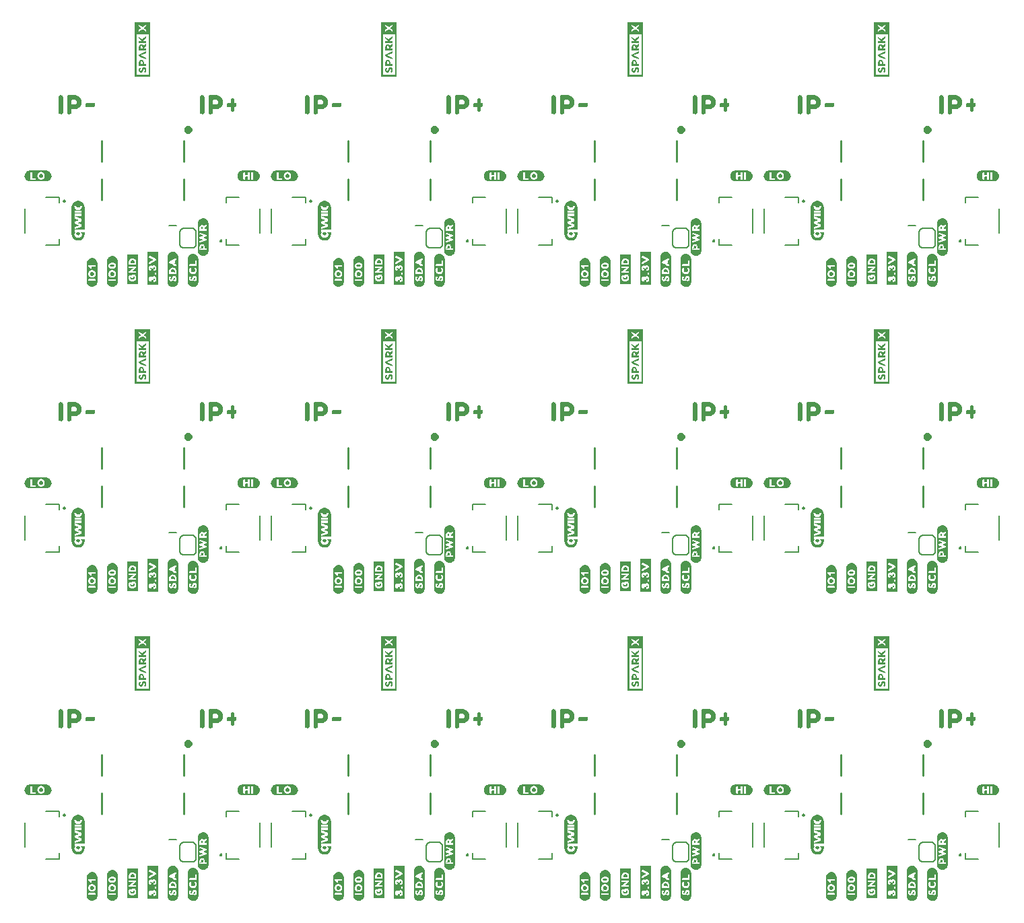
<source format=gto>
G04 EAGLE Gerber RS-274X export*
G75*
%MOMM*%
%FSLAX34Y34*%
%LPD*%
%INSilkscreen Top*%
%IPPOS*%
%AMOC8*
5,1,8,0,0,1.08239X$1,22.5*%
G01*
%ADD10C,0.381000*%
%ADD11C,0.203200*%
%ADD12C,0.254000*%
%ADD13C,0.500000*%

G36*
X161939Y1055357D02*
X161939Y1055357D01*
X161933Y1055364D01*
X161941Y1055370D01*
X161941Y1123950D01*
X161905Y1123997D01*
X161897Y1123992D01*
X161891Y1123999D01*
X142909Y1123999D01*
X142861Y1123963D01*
X142867Y1123956D01*
X142859Y1123950D01*
X142859Y1055370D01*
X142895Y1055323D01*
X142903Y1055328D01*
X142909Y1055321D01*
X161891Y1055321D01*
X161939Y1055357D01*
G37*
G36*
X471819Y1055357D02*
X471819Y1055357D01*
X471813Y1055364D01*
X471821Y1055370D01*
X471821Y1123950D01*
X471785Y1123997D01*
X471777Y1123992D01*
X471771Y1123999D01*
X452789Y1123999D01*
X452741Y1123963D01*
X452747Y1123956D01*
X452739Y1123950D01*
X452739Y1055370D01*
X452775Y1055323D01*
X452783Y1055328D01*
X452789Y1055321D01*
X471771Y1055321D01*
X471819Y1055357D01*
G37*
G36*
X781699Y1055357D02*
X781699Y1055357D01*
X781693Y1055364D01*
X781701Y1055370D01*
X781701Y1123950D01*
X781665Y1123997D01*
X781657Y1123992D01*
X781651Y1123999D01*
X762669Y1123999D01*
X762621Y1123963D01*
X762627Y1123956D01*
X762619Y1123950D01*
X762619Y1055370D01*
X762655Y1055323D01*
X762663Y1055328D01*
X762669Y1055321D01*
X781651Y1055321D01*
X781699Y1055357D01*
G37*
G36*
X1091579Y1055357D02*
X1091579Y1055357D01*
X1091573Y1055364D01*
X1091581Y1055370D01*
X1091581Y1123950D01*
X1091545Y1123997D01*
X1091537Y1123992D01*
X1091531Y1123999D01*
X1072549Y1123999D01*
X1072501Y1123963D01*
X1072507Y1123956D01*
X1072499Y1123950D01*
X1072499Y1055370D01*
X1072535Y1055323D01*
X1072543Y1055328D01*
X1072549Y1055321D01*
X1091531Y1055321D01*
X1091579Y1055357D01*
G37*
G36*
X1091579Y283197D02*
X1091579Y283197D01*
X1091573Y283204D01*
X1091581Y283210D01*
X1091581Y351790D01*
X1091545Y351837D01*
X1091537Y351832D01*
X1091531Y351839D01*
X1072549Y351839D01*
X1072501Y351803D01*
X1072507Y351796D01*
X1072499Y351790D01*
X1072499Y283210D01*
X1072535Y283163D01*
X1072543Y283168D01*
X1072549Y283161D01*
X1091531Y283161D01*
X1091579Y283197D01*
G37*
G36*
X471819Y283197D02*
X471819Y283197D01*
X471813Y283204D01*
X471821Y283210D01*
X471821Y351790D01*
X471785Y351837D01*
X471777Y351832D01*
X471771Y351839D01*
X452789Y351839D01*
X452741Y351803D01*
X452747Y351796D01*
X452739Y351790D01*
X452739Y283210D01*
X452775Y283163D01*
X452783Y283168D01*
X452789Y283161D01*
X471771Y283161D01*
X471819Y283197D01*
G37*
G36*
X471819Y669277D02*
X471819Y669277D01*
X471813Y669284D01*
X471821Y669290D01*
X471821Y737870D01*
X471785Y737917D01*
X471777Y737912D01*
X471771Y737919D01*
X452789Y737919D01*
X452741Y737883D01*
X452747Y737876D01*
X452739Y737870D01*
X452739Y669290D01*
X452775Y669243D01*
X452783Y669248D01*
X452789Y669241D01*
X471771Y669241D01*
X471819Y669277D01*
G37*
G36*
X161939Y669277D02*
X161939Y669277D01*
X161933Y669284D01*
X161941Y669290D01*
X161941Y737870D01*
X161905Y737917D01*
X161897Y737912D01*
X161891Y737919D01*
X142909Y737919D01*
X142861Y737883D01*
X142867Y737876D01*
X142859Y737870D01*
X142859Y669290D01*
X142895Y669243D01*
X142903Y669248D01*
X142909Y669241D01*
X161891Y669241D01*
X161939Y669277D01*
G37*
G36*
X781699Y669277D02*
X781699Y669277D01*
X781693Y669284D01*
X781701Y669290D01*
X781701Y737870D01*
X781665Y737917D01*
X781657Y737912D01*
X781651Y737919D01*
X762669Y737919D01*
X762621Y737883D01*
X762627Y737876D01*
X762619Y737870D01*
X762619Y669290D01*
X762655Y669243D01*
X762663Y669248D01*
X762669Y669241D01*
X781651Y669241D01*
X781699Y669277D01*
G37*
G36*
X1091579Y669277D02*
X1091579Y669277D01*
X1091573Y669284D01*
X1091581Y669290D01*
X1091581Y737870D01*
X1091545Y737917D01*
X1091537Y737912D01*
X1091531Y737919D01*
X1072549Y737919D01*
X1072501Y737883D01*
X1072507Y737876D01*
X1072499Y737870D01*
X1072499Y669290D01*
X1072535Y669243D01*
X1072543Y669248D01*
X1072549Y669241D01*
X1091531Y669241D01*
X1091579Y669277D01*
G37*
G36*
X161905Y351837D02*
X161905Y351837D01*
X161897Y351832D01*
X161891Y351839D01*
X142909Y351839D01*
X142861Y351803D01*
X142867Y351796D01*
X142859Y351790D01*
X142859Y283210D01*
X142895Y283163D01*
X142903Y283168D01*
X142909Y283161D01*
X161891Y283161D01*
X161939Y283197D01*
X161933Y283204D01*
X161941Y283210D01*
X161941Y351790D01*
X161905Y351837D01*
G37*
G36*
X781699Y283197D02*
X781699Y283197D01*
X781693Y283204D01*
X781701Y283210D01*
X781701Y351790D01*
X781665Y351837D01*
X781657Y351832D01*
X781651Y351839D01*
X762669Y351839D01*
X762621Y351803D01*
X762627Y351796D01*
X762619Y351790D01*
X762619Y283210D01*
X762655Y283163D01*
X762663Y283168D01*
X762669Y283161D01*
X781651Y283161D01*
X781699Y283197D01*
G37*
%LPC*%
G36*
X454600Y671102D02*
X454600Y671102D01*
X454600Y722500D01*
X469960Y722500D01*
X469960Y671102D01*
X454600Y671102D01*
G37*
%LPD*%
%LPC*%
G36*
X764480Y671102D02*
X764480Y671102D01*
X764480Y722500D01*
X779840Y722500D01*
X779840Y671102D01*
X764480Y671102D01*
G37*
%LPD*%
%LPC*%
G36*
X144720Y1057182D02*
X144720Y1057182D01*
X144720Y1108580D01*
X160080Y1108580D01*
X160080Y1057182D01*
X144720Y1057182D01*
G37*
%LPD*%
%LPC*%
G36*
X454600Y1057182D02*
X454600Y1057182D01*
X454600Y1108580D01*
X469960Y1108580D01*
X469960Y1057182D01*
X454600Y1057182D01*
G37*
%LPD*%
%LPC*%
G36*
X764480Y1057182D02*
X764480Y1057182D01*
X764480Y1108580D01*
X779840Y1108580D01*
X779840Y1057182D01*
X764480Y1057182D01*
G37*
%LPD*%
%LPC*%
G36*
X1074360Y1057182D02*
X1074360Y1057182D01*
X1074360Y1108580D01*
X1089720Y1108580D01*
X1089720Y1057182D01*
X1074360Y1057182D01*
G37*
%LPD*%
%LPC*%
G36*
X1074360Y671102D02*
X1074360Y671102D01*
X1074360Y722500D01*
X1089720Y722500D01*
X1089720Y671102D01*
X1074360Y671102D01*
G37*
%LPD*%
%LPC*%
G36*
X160080Y285022D02*
X160080Y285022D01*
X144720Y285022D01*
X144720Y336420D01*
X160080Y336420D01*
X160080Y285022D01*
G37*
%LPD*%
%LPC*%
G36*
X454600Y285022D02*
X454600Y285022D01*
X454600Y336420D01*
X469960Y336420D01*
X469960Y285022D01*
X454600Y285022D01*
G37*
%LPD*%
%LPC*%
G36*
X764480Y285022D02*
X764480Y285022D01*
X764480Y336420D01*
X779840Y336420D01*
X779840Y285022D01*
X764480Y285022D01*
G37*
%LPD*%
%LPC*%
G36*
X1074360Y285022D02*
X1074360Y285022D01*
X1074360Y336420D01*
X1089720Y336420D01*
X1089720Y285022D01*
X1074360Y285022D01*
G37*
%LPD*%
%LPC*%
G36*
X144720Y671102D02*
X144720Y671102D01*
X144720Y722500D01*
X160080Y722500D01*
X160080Y671102D01*
X144720Y671102D01*
G37*
%LPD*%
G36*
X381191Y76808D02*
X381191Y76808D01*
X381199Y76805D01*
X382777Y76965D01*
X382781Y76968D01*
X382789Y76967D01*
X384305Y77433D01*
X384309Y77437D01*
X384317Y77438D01*
X385713Y78189D01*
X385716Y78194D01*
X385723Y78196D01*
X386945Y79207D01*
X386947Y79213D01*
X386954Y79216D01*
X387955Y80446D01*
X387955Y80451D01*
X387961Y80456D01*
X388705Y81856D01*
X388705Y81860D01*
X388707Y81862D01*
X388707Y81864D01*
X388710Y81867D01*
X389167Y83385D01*
X389165Y83390D01*
X389169Y83397D01*
X389327Y84975D01*
X389326Y84978D01*
X389327Y84981D01*
X389327Y87478D01*
X389315Y87497D01*
X389311Y87520D01*
X389296Y87526D01*
X389291Y87535D01*
X389280Y87533D01*
X389264Y87540D01*
X389114Y87539D01*
X384732Y87539D01*
X384721Y87532D01*
X384708Y87534D01*
X384695Y87515D01*
X384675Y87502D01*
X384677Y87489D01*
X384669Y87478D01*
X384684Y87444D01*
X384685Y87435D01*
X384688Y87433D01*
X384689Y87431D01*
X384689Y87430D01*
X384928Y87208D01*
X385282Y86827D01*
X385566Y86394D01*
X385779Y85922D01*
X385905Y85420D01*
X385962Y84904D01*
X385941Y84383D01*
X385892Y83864D01*
X385755Y83362D01*
X385585Y82871D01*
X385331Y82418D01*
X385024Y82001D01*
X384677Y81614D01*
X384258Y81306D01*
X383818Y81029D01*
X383343Y80814D01*
X382848Y80654D01*
X382341Y80529D01*
X381299Y80430D01*
X380255Y80495D01*
X379746Y80610D01*
X379241Y80743D01*
X378768Y80959D01*
X378313Y81213D01*
X377893Y81519D01*
X377532Y81891D01*
X377207Y82294D01*
X376954Y82748D01*
X376766Y83232D01*
X376615Y83729D01*
X376535Y84770D01*
X376584Y85287D01*
X376700Y85793D01*
X376889Y86275D01*
X377158Y86717D01*
X377491Y87118D01*
X377786Y87433D01*
X377787Y87443D01*
X377794Y87447D01*
X377794Y87448D01*
X377797Y87450D01*
X377793Y87475D01*
X377798Y87500D01*
X377789Y87506D01*
X377787Y87517D01*
X377746Y87536D01*
X377742Y87539D01*
X377741Y87538D01*
X377740Y87539D01*
X376685Y87539D01*
X376632Y87543D01*
X376632Y90488D01*
X389272Y90488D01*
X389291Y90500D01*
X389314Y90504D01*
X389320Y90519D01*
X389329Y90524D01*
X389327Y90535D01*
X389334Y90551D01*
X389327Y91061D01*
X389327Y118559D01*
X389326Y118561D01*
X389327Y118563D01*
X389294Y119090D01*
X389294Y119091D01*
X389294Y119093D01*
X389188Y120145D01*
X389186Y120147D01*
X389187Y120151D01*
X389080Y120667D01*
X389078Y120669D01*
X389079Y120672D01*
X388765Y121683D01*
X388763Y121684D01*
X388763Y121688D01*
X388558Y122173D01*
X388556Y122175D01*
X388556Y122179D01*
X388051Y123108D01*
X388048Y123110D01*
X388048Y123114D01*
X387750Y123548D01*
X387747Y123549D01*
X387746Y123552D01*
X387073Y124368D01*
X387070Y124369D01*
X387068Y124373D01*
X386689Y124738D01*
X386687Y124739D01*
X386685Y124741D01*
X385870Y125414D01*
X385866Y125415D01*
X385863Y125419D01*
X385418Y125700D01*
X385416Y125700D01*
X385414Y125702D01*
X384485Y126207D01*
X384481Y126206D01*
X384477Y126210D01*
X383984Y126396D01*
X383982Y126395D01*
X383980Y126397D01*
X382970Y126711D01*
X382967Y126710D01*
X382962Y126713D01*
X382442Y126798D01*
X382441Y126797D01*
X382439Y126799D01*
X381386Y126905D01*
X381383Y126903D01*
X381379Y126905D01*
X380853Y126897D01*
X380851Y126895D01*
X380848Y126896D01*
X379795Y126790D01*
X379793Y126788D01*
X379789Y126789D01*
X379273Y126687D01*
X379271Y126685D01*
X379267Y126685D01*
X378257Y126372D01*
X378255Y126369D01*
X378251Y126370D01*
X377765Y126168D01*
X377763Y126166D01*
X377759Y126166D01*
X376830Y125661D01*
X376828Y125659D01*
X376824Y125658D01*
X376388Y125363D01*
X376387Y125361D01*
X376383Y125360D01*
X375568Y124687D01*
X375567Y124684D01*
X375563Y124682D01*
X375195Y124305D01*
X375194Y124303D01*
X375191Y124302D01*
X374518Y123486D01*
X374518Y123482D01*
X374514Y123480D01*
X374230Y123036D01*
X374230Y123034D01*
X374227Y123033D01*
X373723Y122103D01*
X373723Y122099D01*
X373719Y122096D01*
X373530Y121604D01*
X373530Y121602D01*
X373529Y121600D01*
X373215Y120590D01*
X373216Y120587D01*
X373213Y120582D01*
X373123Y120064D01*
X373124Y120062D01*
X373123Y120059D01*
X373017Y119007D01*
X372992Y118766D01*
X372994Y118763D01*
X372992Y118760D01*
X372992Y85444D01*
X372997Y84915D01*
X372999Y84913D01*
X372998Y84910D01*
X373157Y83331D01*
X373160Y83327D01*
X373159Y83319D01*
X373629Y81804D01*
X373634Y81800D01*
X373634Y81792D01*
X374392Y80399D01*
X374396Y80396D01*
X374398Y80389D01*
X374543Y80215D01*
X374700Y80027D01*
X374752Y79964D01*
X374857Y79839D01*
X374909Y79776D01*
X375014Y79650D01*
X375066Y79588D01*
X375171Y79462D01*
X375223Y79399D01*
X375328Y79274D01*
X375380Y79211D01*
X375414Y79171D01*
X375419Y79169D01*
X375423Y79162D01*
X376654Y78164D01*
X376660Y78164D01*
X376664Y78158D01*
X377593Y77653D01*
X377595Y77654D01*
X377595Y77652D01*
X378067Y77417D01*
X378072Y77418D01*
X378077Y77413D01*
X379087Y77100D01*
X379088Y77100D01*
X379089Y77099D01*
X379597Y76960D01*
X379602Y76961D01*
X379608Y76958D01*
X381186Y76805D01*
X381191Y76808D01*
G37*
G36*
X71311Y76808D02*
X71311Y76808D01*
X71319Y76805D01*
X72897Y76965D01*
X72901Y76968D01*
X72909Y76967D01*
X74425Y77433D01*
X74429Y77437D01*
X74437Y77438D01*
X75833Y78189D01*
X75836Y78194D01*
X75843Y78196D01*
X77065Y79207D01*
X77067Y79213D01*
X77074Y79216D01*
X78075Y80446D01*
X78075Y80451D01*
X78081Y80456D01*
X78825Y81856D01*
X78825Y81860D01*
X78827Y81862D01*
X78827Y81864D01*
X78830Y81867D01*
X79287Y83385D01*
X79285Y83390D01*
X79289Y83397D01*
X79447Y84975D01*
X79446Y84978D01*
X79447Y84981D01*
X79447Y87478D01*
X79435Y87497D01*
X79431Y87520D01*
X79416Y87526D01*
X79411Y87535D01*
X79400Y87533D01*
X79384Y87540D01*
X79234Y87539D01*
X74852Y87539D01*
X74841Y87532D01*
X74828Y87534D01*
X74815Y87515D01*
X74795Y87502D01*
X74797Y87489D01*
X74789Y87478D01*
X74804Y87444D01*
X74805Y87435D01*
X74808Y87433D01*
X74809Y87431D01*
X74809Y87430D01*
X75048Y87208D01*
X75402Y86827D01*
X75686Y86394D01*
X75899Y85922D01*
X76025Y85420D01*
X76082Y84904D01*
X76061Y84383D01*
X76012Y83864D01*
X75875Y83362D01*
X75705Y82871D01*
X75451Y82418D01*
X75144Y82001D01*
X74797Y81614D01*
X74378Y81306D01*
X73938Y81029D01*
X73463Y80814D01*
X72968Y80654D01*
X72461Y80529D01*
X71419Y80430D01*
X70375Y80495D01*
X69866Y80610D01*
X69361Y80743D01*
X68888Y80959D01*
X68433Y81213D01*
X68013Y81519D01*
X67652Y81891D01*
X67327Y82294D01*
X67074Y82748D01*
X66886Y83232D01*
X66735Y83729D01*
X66655Y84770D01*
X66704Y85287D01*
X66820Y85793D01*
X67009Y86275D01*
X67278Y86717D01*
X67611Y87118D01*
X67906Y87433D01*
X67907Y87443D01*
X67914Y87447D01*
X67914Y87448D01*
X67917Y87450D01*
X67913Y87475D01*
X67918Y87500D01*
X67909Y87506D01*
X67907Y87517D01*
X67866Y87536D01*
X67862Y87539D01*
X67861Y87538D01*
X67860Y87539D01*
X66805Y87539D01*
X66752Y87543D01*
X66752Y90488D01*
X79392Y90488D01*
X79411Y90500D01*
X79434Y90504D01*
X79440Y90519D01*
X79449Y90524D01*
X79447Y90535D01*
X79454Y90551D01*
X79447Y91061D01*
X79447Y118559D01*
X79446Y118561D01*
X79447Y118563D01*
X79414Y119090D01*
X79414Y119091D01*
X79414Y119093D01*
X79308Y120145D01*
X79306Y120147D01*
X79307Y120151D01*
X79200Y120667D01*
X79198Y120669D01*
X79199Y120672D01*
X78885Y121683D01*
X78883Y121684D01*
X78883Y121688D01*
X78678Y122173D01*
X78676Y122175D01*
X78676Y122179D01*
X78171Y123108D01*
X78168Y123110D01*
X78168Y123114D01*
X77870Y123548D01*
X77867Y123549D01*
X77866Y123552D01*
X77193Y124368D01*
X77190Y124369D01*
X77188Y124373D01*
X76809Y124738D01*
X76807Y124739D01*
X76805Y124741D01*
X75990Y125414D01*
X75986Y125415D01*
X75983Y125419D01*
X75538Y125700D01*
X75536Y125700D01*
X75534Y125702D01*
X74605Y126207D01*
X74601Y126206D01*
X74597Y126210D01*
X74104Y126396D01*
X74102Y126395D01*
X74100Y126397D01*
X73090Y126711D01*
X73087Y126710D01*
X73082Y126713D01*
X72562Y126798D01*
X72561Y126797D01*
X72559Y126799D01*
X71506Y126905D01*
X71503Y126903D01*
X71499Y126905D01*
X70973Y126897D01*
X70971Y126895D01*
X70968Y126896D01*
X69915Y126790D01*
X69913Y126788D01*
X69909Y126789D01*
X69393Y126687D01*
X69391Y126685D01*
X69387Y126685D01*
X68377Y126372D01*
X68375Y126369D01*
X68371Y126370D01*
X67885Y126168D01*
X67883Y126166D01*
X67879Y126166D01*
X66950Y125661D01*
X66948Y125659D01*
X66944Y125658D01*
X66508Y125363D01*
X66507Y125361D01*
X66503Y125360D01*
X65688Y124687D01*
X65687Y124684D01*
X65683Y124682D01*
X65315Y124305D01*
X65314Y124303D01*
X65311Y124302D01*
X64638Y123486D01*
X64638Y123482D01*
X64634Y123480D01*
X64350Y123036D01*
X64350Y123034D01*
X64347Y123033D01*
X63843Y122103D01*
X63843Y122099D01*
X63839Y122096D01*
X63650Y121604D01*
X63650Y121602D01*
X63649Y121600D01*
X63335Y120590D01*
X63336Y120587D01*
X63333Y120582D01*
X63243Y120064D01*
X63244Y120062D01*
X63243Y120059D01*
X63137Y119007D01*
X63112Y118766D01*
X63114Y118763D01*
X63112Y118760D01*
X63112Y85444D01*
X63117Y84915D01*
X63119Y84913D01*
X63118Y84910D01*
X63277Y83331D01*
X63280Y83327D01*
X63279Y83319D01*
X63749Y81804D01*
X63754Y81800D01*
X63754Y81792D01*
X64512Y80399D01*
X64516Y80396D01*
X64518Y80389D01*
X64663Y80215D01*
X64820Y80027D01*
X64872Y79964D01*
X64977Y79839D01*
X65029Y79776D01*
X65134Y79650D01*
X65186Y79588D01*
X65291Y79462D01*
X65343Y79399D01*
X65448Y79274D01*
X65500Y79211D01*
X65534Y79171D01*
X65539Y79169D01*
X65543Y79162D01*
X66774Y78164D01*
X66780Y78164D01*
X66784Y78158D01*
X67713Y77653D01*
X67715Y77654D01*
X67715Y77652D01*
X68187Y77417D01*
X68192Y77418D01*
X68197Y77413D01*
X69207Y77100D01*
X69208Y77100D01*
X69209Y77099D01*
X69717Y76960D01*
X69722Y76961D01*
X69728Y76958D01*
X71306Y76805D01*
X71311Y76808D01*
G37*
G36*
X71311Y462888D02*
X71311Y462888D01*
X71319Y462885D01*
X72897Y463045D01*
X72901Y463048D01*
X72909Y463047D01*
X74425Y463513D01*
X74429Y463517D01*
X74437Y463518D01*
X75833Y464269D01*
X75836Y464274D01*
X75843Y464276D01*
X77065Y465287D01*
X77067Y465293D01*
X77074Y465296D01*
X78075Y466526D01*
X78075Y466531D01*
X78081Y466536D01*
X78825Y467936D01*
X78825Y467940D01*
X78827Y467942D01*
X78827Y467944D01*
X78830Y467947D01*
X79287Y469465D01*
X79285Y469470D01*
X79289Y469477D01*
X79447Y471055D01*
X79446Y471058D01*
X79447Y471061D01*
X79447Y473558D01*
X79435Y473577D01*
X79431Y473600D01*
X79416Y473606D01*
X79411Y473615D01*
X79400Y473613D01*
X79384Y473620D01*
X79234Y473619D01*
X74852Y473619D01*
X74841Y473612D01*
X74828Y473614D01*
X74815Y473595D01*
X74795Y473582D01*
X74797Y473569D01*
X74789Y473558D01*
X74804Y473524D01*
X74805Y473515D01*
X74808Y473513D01*
X74809Y473511D01*
X74809Y473510D01*
X75048Y473288D01*
X75402Y472907D01*
X75686Y472474D01*
X75899Y472002D01*
X76025Y471500D01*
X76082Y470984D01*
X76061Y470463D01*
X76012Y469944D01*
X75875Y469442D01*
X75705Y468951D01*
X75451Y468498D01*
X75144Y468081D01*
X74797Y467694D01*
X74378Y467386D01*
X73938Y467109D01*
X73463Y466894D01*
X72968Y466734D01*
X72461Y466609D01*
X71419Y466510D01*
X70375Y466575D01*
X69866Y466690D01*
X69361Y466823D01*
X68888Y467039D01*
X68433Y467293D01*
X68013Y467599D01*
X67652Y467971D01*
X67327Y468374D01*
X67074Y468828D01*
X66886Y469312D01*
X66735Y469809D01*
X66655Y470850D01*
X66704Y471367D01*
X66820Y471873D01*
X67009Y472355D01*
X67278Y472797D01*
X67611Y473198D01*
X67906Y473513D01*
X67907Y473523D01*
X67914Y473527D01*
X67914Y473528D01*
X67917Y473530D01*
X67913Y473555D01*
X67918Y473580D01*
X67909Y473586D01*
X67907Y473597D01*
X67866Y473616D01*
X67862Y473619D01*
X67861Y473618D01*
X67860Y473619D01*
X66805Y473619D01*
X66752Y473623D01*
X66752Y476568D01*
X79392Y476568D01*
X79411Y476580D01*
X79434Y476584D01*
X79440Y476599D01*
X79449Y476604D01*
X79447Y476615D01*
X79454Y476631D01*
X79447Y477141D01*
X79447Y504639D01*
X79446Y504641D01*
X79447Y504643D01*
X79414Y505170D01*
X79414Y505171D01*
X79414Y505173D01*
X79308Y506225D01*
X79306Y506227D01*
X79307Y506231D01*
X79200Y506747D01*
X79198Y506749D01*
X79199Y506752D01*
X78885Y507763D01*
X78883Y507764D01*
X78883Y507768D01*
X78678Y508253D01*
X78676Y508255D01*
X78676Y508259D01*
X78171Y509188D01*
X78168Y509190D01*
X78168Y509194D01*
X77870Y509628D01*
X77867Y509629D01*
X77866Y509632D01*
X77193Y510448D01*
X77190Y510449D01*
X77188Y510453D01*
X76809Y510818D01*
X76807Y510819D01*
X76805Y510821D01*
X75990Y511494D01*
X75986Y511495D01*
X75983Y511499D01*
X75538Y511780D01*
X75536Y511780D01*
X75534Y511782D01*
X74605Y512287D01*
X74601Y512286D01*
X74597Y512290D01*
X74104Y512476D01*
X74102Y512475D01*
X74100Y512477D01*
X73090Y512791D01*
X73087Y512790D01*
X73082Y512793D01*
X72562Y512878D01*
X72561Y512877D01*
X72559Y512879D01*
X71506Y512985D01*
X71503Y512983D01*
X71499Y512985D01*
X70973Y512977D01*
X70971Y512975D01*
X70968Y512976D01*
X69915Y512870D01*
X69913Y512868D01*
X69909Y512869D01*
X69393Y512767D01*
X69391Y512765D01*
X69387Y512765D01*
X68377Y512452D01*
X68375Y512449D01*
X68371Y512450D01*
X67885Y512248D01*
X67883Y512246D01*
X67879Y512246D01*
X66950Y511741D01*
X66948Y511739D01*
X66944Y511738D01*
X66508Y511443D01*
X66507Y511441D01*
X66503Y511440D01*
X65688Y510767D01*
X65687Y510764D01*
X65683Y510762D01*
X65315Y510385D01*
X65314Y510383D01*
X65311Y510382D01*
X64638Y509566D01*
X64638Y509562D01*
X64634Y509560D01*
X64350Y509116D01*
X64350Y509114D01*
X64347Y509113D01*
X63843Y508183D01*
X63843Y508179D01*
X63839Y508176D01*
X63650Y507684D01*
X63650Y507682D01*
X63649Y507680D01*
X63335Y506670D01*
X63336Y506667D01*
X63333Y506662D01*
X63243Y506144D01*
X63244Y506142D01*
X63243Y506139D01*
X63137Y505087D01*
X63112Y504846D01*
X63114Y504843D01*
X63112Y504840D01*
X63112Y471524D01*
X63117Y470995D01*
X63119Y470993D01*
X63118Y470990D01*
X63277Y469411D01*
X63280Y469407D01*
X63279Y469399D01*
X63749Y467884D01*
X63754Y467880D01*
X63754Y467872D01*
X64512Y466479D01*
X64516Y466476D01*
X64518Y466469D01*
X64663Y466295D01*
X64820Y466107D01*
X64872Y466044D01*
X64977Y465919D01*
X65029Y465856D01*
X65134Y465730D01*
X65186Y465668D01*
X65291Y465542D01*
X65343Y465479D01*
X65448Y465354D01*
X65500Y465291D01*
X65534Y465251D01*
X65539Y465249D01*
X65543Y465242D01*
X66774Y464244D01*
X66780Y464244D01*
X66784Y464238D01*
X67713Y463733D01*
X67715Y463734D01*
X67715Y463732D01*
X68187Y463497D01*
X68192Y463498D01*
X68197Y463493D01*
X69207Y463180D01*
X69208Y463180D01*
X69209Y463179D01*
X69717Y463040D01*
X69722Y463041D01*
X69728Y463038D01*
X71306Y462885D01*
X71311Y462888D01*
G37*
G36*
X691071Y848968D02*
X691071Y848968D01*
X691079Y848965D01*
X692657Y849125D01*
X692661Y849128D01*
X692669Y849127D01*
X694185Y849593D01*
X694189Y849597D01*
X694197Y849598D01*
X695593Y850349D01*
X695596Y850354D01*
X695603Y850356D01*
X696825Y851367D01*
X696827Y851373D01*
X696834Y851376D01*
X697835Y852606D01*
X697835Y852611D01*
X697841Y852616D01*
X698585Y854016D01*
X698585Y854020D01*
X698587Y854022D01*
X698587Y854024D01*
X698590Y854027D01*
X699047Y855545D01*
X699045Y855550D01*
X699049Y855557D01*
X699207Y857135D01*
X699206Y857138D01*
X699207Y857141D01*
X699207Y859638D01*
X699195Y859657D01*
X699191Y859680D01*
X699176Y859686D01*
X699171Y859695D01*
X699160Y859693D01*
X699144Y859700D01*
X698994Y859699D01*
X694612Y859699D01*
X694601Y859692D01*
X694588Y859694D01*
X694575Y859675D01*
X694555Y859662D01*
X694557Y859649D01*
X694549Y859638D01*
X694564Y859604D01*
X694565Y859595D01*
X694568Y859593D01*
X694569Y859591D01*
X694569Y859590D01*
X694808Y859368D01*
X695162Y858987D01*
X695446Y858554D01*
X695659Y858082D01*
X695785Y857580D01*
X695842Y857064D01*
X695821Y856543D01*
X695772Y856024D01*
X695635Y855522D01*
X695465Y855031D01*
X695211Y854578D01*
X694904Y854161D01*
X694557Y853774D01*
X694138Y853466D01*
X693698Y853189D01*
X693223Y852974D01*
X692728Y852814D01*
X692221Y852689D01*
X691179Y852590D01*
X690135Y852655D01*
X689626Y852770D01*
X689121Y852903D01*
X688648Y853119D01*
X688193Y853373D01*
X687773Y853679D01*
X687412Y854051D01*
X687087Y854454D01*
X686834Y854908D01*
X686646Y855392D01*
X686495Y855889D01*
X686415Y856930D01*
X686464Y857447D01*
X686580Y857953D01*
X686769Y858435D01*
X687038Y858877D01*
X687371Y859278D01*
X687666Y859593D01*
X687667Y859603D01*
X687674Y859607D01*
X687674Y859608D01*
X687677Y859610D01*
X687673Y859635D01*
X687678Y859660D01*
X687669Y859666D01*
X687667Y859677D01*
X687626Y859696D01*
X687622Y859699D01*
X687621Y859698D01*
X687620Y859699D01*
X686565Y859699D01*
X686512Y859703D01*
X686512Y862648D01*
X699152Y862648D01*
X699171Y862660D01*
X699194Y862664D01*
X699200Y862679D01*
X699209Y862684D01*
X699207Y862695D01*
X699214Y862711D01*
X699207Y863221D01*
X699207Y890719D01*
X699206Y890721D01*
X699207Y890723D01*
X699174Y891250D01*
X699174Y891251D01*
X699174Y891253D01*
X699068Y892305D01*
X699066Y892307D01*
X699067Y892311D01*
X698960Y892827D01*
X698958Y892829D01*
X698959Y892832D01*
X698645Y893843D01*
X698643Y893844D01*
X698643Y893848D01*
X698438Y894333D01*
X698436Y894335D01*
X698436Y894339D01*
X697931Y895268D01*
X697928Y895270D01*
X697928Y895274D01*
X697630Y895708D01*
X697627Y895709D01*
X697626Y895712D01*
X696953Y896528D01*
X696950Y896529D01*
X696948Y896533D01*
X696569Y896898D01*
X696567Y896899D01*
X696565Y896901D01*
X695750Y897574D01*
X695746Y897575D01*
X695743Y897579D01*
X695298Y897860D01*
X695296Y897860D01*
X695294Y897862D01*
X694365Y898367D01*
X694361Y898366D01*
X694357Y898370D01*
X693864Y898556D01*
X693862Y898555D01*
X693860Y898557D01*
X692850Y898871D01*
X692847Y898870D01*
X692842Y898873D01*
X692322Y898958D01*
X692321Y898957D01*
X692319Y898959D01*
X691266Y899065D01*
X691263Y899063D01*
X691259Y899065D01*
X690733Y899057D01*
X690731Y899055D01*
X690728Y899056D01*
X689675Y898950D01*
X689673Y898948D01*
X689669Y898949D01*
X689153Y898847D01*
X689151Y898845D01*
X689147Y898845D01*
X688137Y898532D01*
X688135Y898529D01*
X688131Y898530D01*
X687645Y898328D01*
X687643Y898326D01*
X687639Y898326D01*
X686710Y897821D01*
X686708Y897819D01*
X686704Y897818D01*
X686268Y897523D01*
X686267Y897521D01*
X686263Y897520D01*
X685448Y896847D01*
X685447Y896844D01*
X685443Y896842D01*
X685075Y896465D01*
X685074Y896463D01*
X685071Y896462D01*
X684398Y895646D01*
X684398Y895642D01*
X684394Y895640D01*
X684110Y895196D01*
X684110Y895194D01*
X684107Y895193D01*
X683603Y894263D01*
X683603Y894259D01*
X683599Y894256D01*
X683410Y893764D01*
X683410Y893762D01*
X683409Y893760D01*
X683095Y892750D01*
X683096Y892747D01*
X683093Y892742D01*
X683003Y892224D01*
X683004Y892222D01*
X683003Y892219D01*
X682897Y891167D01*
X682872Y890926D01*
X682874Y890923D01*
X682872Y890920D01*
X682872Y857604D01*
X682877Y857075D01*
X682879Y857073D01*
X682878Y857070D01*
X683037Y855491D01*
X683040Y855487D01*
X683039Y855479D01*
X683509Y853964D01*
X683514Y853960D01*
X683514Y853952D01*
X684272Y852559D01*
X684276Y852556D01*
X684278Y852549D01*
X684423Y852375D01*
X684580Y852187D01*
X684632Y852124D01*
X684737Y851999D01*
X684789Y851936D01*
X684894Y851810D01*
X684946Y851748D01*
X685051Y851622D01*
X685103Y851559D01*
X685208Y851434D01*
X685260Y851371D01*
X685294Y851331D01*
X685299Y851329D01*
X685303Y851322D01*
X686534Y850324D01*
X686540Y850324D01*
X686544Y850318D01*
X687473Y849813D01*
X687475Y849814D01*
X687475Y849812D01*
X687947Y849577D01*
X687952Y849578D01*
X687957Y849573D01*
X688967Y849260D01*
X688968Y849260D01*
X688969Y849259D01*
X689477Y849120D01*
X689482Y849121D01*
X689488Y849118D01*
X691066Y848965D01*
X691071Y848968D01*
G37*
G36*
X381191Y848968D02*
X381191Y848968D01*
X381199Y848965D01*
X382777Y849125D01*
X382781Y849128D01*
X382789Y849127D01*
X384305Y849593D01*
X384309Y849597D01*
X384317Y849598D01*
X385713Y850349D01*
X385716Y850354D01*
X385723Y850356D01*
X386945Y851367D01*
X386947Y851373D01*
X386954Y851376D01*
X387955Y852606D01*
X387955Y852611D01*
X387961Y852616D01*
X388705Y854016D01*
X388705Y854020D01*
X388707Y854022D01*
X388707Y854024D01*
X388710Y854027D01*
X389167Y855545D01*
X389165Y855550D01*
X389169Y855557D01*
X389327Y857135D01*
X389326Y857138D01*
X389327Y857141D01*
X389327Y859638D01*
X389315Y859657D01*
X389311Y859680D01*
X389296Y859686D01*
X389291Y859695D01*
X389280Y859693D01*
X389264Y859700D01*
X389114Y859699D01*
X384732Y859699D01*
X384721Y859692D01*
X384708Y859694D01*
X384695Y859675D01*
X384675Y859662D01*
X384677Y859649D01*
X384669Y859638D01*
X384684Y859604D01*
X384685Y859595D01*
X384688Y859593D01*
X384689Y859591D01*
X384689Y859590D01*
X384928Y859368D01*
X385282Y858987D01*
X385566Y858554D01*
X385779Y858082D01*
X385905Y857580D01*
X385962Y857064D01*
X385941Y856543D01*
X385892Y856024D01*
X385755Y855522D01*
X385585Y855031D01*
X385331Y854578D01*
X385024Y854161D01*
X384677Y853774D01*
X384258Y853466D01*
X383818Y853189D01*
X383343Y852974D01*
X382848Y852814D01*
X382341Y852689D01*
X381299Y852590D01*
X380255Y852655D01*
X379746Y852770D01*
X379241Y852903D01*
X378768Y853119D01*
X378313Y853373D01*
X377893Y853679D01*
X377532Y854051D01*
X377207Y854454D01*
X376954Y854908D01*
X376766Y855392D01*
X376615Y855889D01*
X376535Y856930D01*
X376584Y857447D01*
X376700Y857953D01*
X376889Y858435D01*
X377158Y858877D01*
X377491Y859278D01*
X377786Y859593D01*
X377787Y859603D01*
X377794Y859607D01*
X377794Y859608D01*
X377797Y859610D01*
X377793Y859635D01*
X377798Y859660D01*
X377789Y859666D01*
X377787Y859677D01*
X377746Y859696D01*
X377742Y859699D01*
X377741Y859698D01*
X377740Y859699D01*
X376685Y859699D01*
X376632Y859703D01*
X376632Y862648D01*
X389272Y862648D01*
X389291Y862660D01*
X389314Y862664D01*
X389320Y862679D01*
X389329Y862684D01*
X389327Y862695D01*
X389334Y862711D01*
X389327Y863221D01*
X389327Y890719D01*
X389326Y890721D01*
X389327Y890723D01*
X389294Y891250D01*
X389294Y891251D01*
X389294Y891253D01*
X389188Y892305D01*
X389186Y892307D01*
X389187Y892311D01*
X389080Y892827D01*
X389078Y892829D01*
X389079Y892832D01*
X388765Y893843D01*
X388763Y893844D01*
X388763Y893848D01*
X388558Y894333D01*
X388556Y894335D01*
X388556Y894339D01*
X388051Y895268D01*
X388048Y895270D01*
X388048Y895274D01*
X387750Y895708D01*
X387747Y895709D01*
X387746Y895712D01*
X387073Y896528D01*
X387070Y896529D01*
X387068Y896533D01*
X386689Y896898D01*
X386687Y896899D01*
X386685Y896901D01*
X385870Y897574D01*
X385866Y897575D01*
X385863Y897579D01*
X385418Y897860D01*
X385416Y897860D01*
X385414Y897862D01*
X384485Y898367D01*
X384481Y898366D01*
X384477Y898370D01*
X383984Y898556D01*
X383982Y898555D01*
X383980Y898557D01*
X382970Y898871D01*
X382967Y898870D01*
X382962Y898873D01*
X382442Y898958D01*
X382441Y898957D01*
X382439Y898959D01*
X381386Y899065D01*
X381383Y899063D01*
X381379Y899065D01*
X380853Y899057D01*
X380851Y899055D01*
X380848Y899056D01*
X379795Y898950D01*
X379793Y898948D01*
X379789Y898949D01*
X379273Y898847D01*
X379271Y898845D01*
X379267Y898845D01*
X378257Y898532D01*
X378255Y898529D01*
X378251Y898530D01*
X377765Y898328D01*
X377763Y898326D01*
X377759Y898326D01*
X376830Y897821D01*
X376828Y897819D01*
X376824Y897818D01*
X376388Y897523D01*
X376387Y897521D01*
X376383Y897520D01*
X375568Y896847D01*
X375567Y896844D01*
X375563Y896842D01*
X375195Y896465D01*
X375194Y896463D01*
X375191Y896462D01*
X374518Y895646D01*
X374518Y895642D01*
X374514Y895640D01*
X374230Y895196D01*
X374230Y895194D01*
X374227Y895193D01*
X373723Y894263D01*
X373723Y894259D01*
X373719Y894256D01*
X373530Y893764D01*
X373530Y893762D01*
X373529Y893760D01*
X373215Y892750D01*
X373216Y892747D01*
X373213Y892742D01*
X373123Y892224D01*
X373124Y892222D01*
X373123Y892219D01*
X373017Y891167D01*
X372992Y890926D01*
X372994Y890923D01*
X372992Y890920D01*
X372992Y857604D01*
X372997Y857075D01*
X372999Y857073D01*
X372998Y857070D01*
X373157Y855491D01*
X373160Y855487D01*
X373159Y855479D01*
X373629Y853964D01*
X373634Y853960D01*
X373634Y853952D01*
X374392Y852559D01*
X374396Y852556D01*
X374398Y852549D01*
X374543Y852375D01*
X374700Y852187D01*
X374752Y852124D01*
X374857Y851999D01*
X374909Y851936D01*
X375014Y851810D01*
X375066Y851748D01*
X375171Y851622D01*
X375223Y851559D01*
X375328Y851434D01*
X375380Y851371D01*
X375414Y851331D01*
X375419Y851329D01*
X375423Y851322D01*
X376654Y850324D01*
X376660Y850324D01*
X376664Y850318D01*
X377593Y849813D01*
X377595Y849814D01*
X377595Y849812D01*
X378067Y849577D01*
X378072Y849578D01*
X378077Y849573D01*
X379087Y849260D01*
X379088Y849260D01*
X379089Y849259D01*
X379597Y849120D01*
X379602Y849121D01*
X379608Y849118D01*
X381186Y848965D01*
X381191Y848968D01*
G37*
G36*
X71311Y848968D02*
X71311Y848968D01*
X71319Y848965D01*
X72897Y849125D01*
X72901Y849128D01*
X72909Y849127D01*
X74425Y849593D01*
X74429Y849597D01*
X74437Y849598D01*
X75833Y850349D01*
X75836Y850354D01*
X75843Y850356D01*
X77065Y851367D01*
X77067Y851373D01*
X77074Y851376D01*
X78075Y852606D01*
X78075Y852611D01*
X78081Y852616D01*
X78825Y854016D01*
X78825Y854020D01*
X78827Y854022D01*
X78827Y854024D01*
X78830Y854027D01*
X79287Y855545D01*
X79285Y855550D01*
X79289Y855557D01*
X79447Y857135D01*
X79446Y857138D01*
X79447Y857141D01*
X79447Y859638D01*
X79435Y859657D01*
X79431Y859680D01*
X79416Y859686D01*
X79411Y859695D01*
X79400Y859693D01*
X79384Y859700D01*
X79234Y859699D01*
X74852Y859699D01*
X74841Y859692D01*
X74828Y859694D01*
X74815Y859675D01*
X74795Y859662D01*
X74797Y859649D01*
X74789Y859638D01*
X74804Y859604D01*
X74805Y859595D01*
X74808Y859593D01*
X74809Y859591D01*
X74809Y859590D01*
X75048Y859368D01*
X75402Y858987D01*
X75686Y858554D01*
X75899Y858082D01*
X76025Y857580D01*
X76082Y857064D01*
X76061Y856543D01*
X76012Y856024D01*
X75875Y855522D01*
X75705Y855031D01*
X75451Y854578D01*
X75144Y854161D01*
X74797Y853774D01*
X74378Y853466D01*
X73938Y853189D01*
X73463Y852974D01*
X72968Y852814D01*
X72461Y852689D01*
X71419Y852590D01*
X70375Y852655D01*
X69866Y852770D01*
X69361Y852903D01*
X68888Y853119D01*
X68433Y853373D01*
X68013Y853679D01*
X67652Y854051D01*
X67327Y854454D01*
X67074Y854908D01*
X66886Y855392D01*
X66735Y855889D01*
X66655Y856930D01*
X66704Y857447D01*
X66820Y857953D01*
X67009Y858435D01*
X67278Y858877D01*
X67611Y859278D01*
X67906Y859593D01*
X67907Y859603D01*
X67914Y859607D01*
X67914Y859608D01*
X67917Y859610D01*
X67913Y859635D01*
X67918Y859660D01*
X67909Y859666D01*
X67907Y859677D01*
X67866Y859696D01*
X67862Y859699D01*
X67861Y859698D01*
X67860Y859699D01*
X66805Y859699D01*
X66752Y859703D01*
X66752Y862648D01*
X79392Y862648D01*
X79411Y862660D01*
X79434Y862664D01*
X79440Y862679D01*
X79449Y862684D01*
X79447Y862695D01*
X79454Y862711D01*
X79447Y863221D01*
X79447Y890719D01*
X79446Y890721D01*
X79447Y890723D01*
X79414Y891250D01*
X79414Y891251D01*
X79414Y891253D01*
X79308Y892305D01*
X79306Y892307D01*
X79307Y892311D01*
X79200Y892827D01*
X79198Y892829D01*
X79199Y892832D01*
X78885Y893843D01*
X78883Y893844D01*
X78883Y893848D01*
X78678Y894333D01*
X78676Y894335D01*
X78676Y894339D01*
X78171Y895268D01*
X78168Y895270D01*
X78168Y895274D01*
X77870Y895708D01*
X77867Y895709D01*
X77866Y895712D01*
X77193Y896528D01*
X77190Y896529D01*
X77188Y896533D01*
X76809Y896898D01*
X76807Y896899D01*
X76805Y896901D01*
X75990Y897574D01*
X75986Y897575D01*
X75983Y897579D01*
X75538Y897860D01*
X75536Y897860D01*
X75534Y897862D01*
X74605Y898367D01*
X74601Y898366D01*
X74597Y898370D01*
X74104Y898556D01*
X74102Y898555D01*
X74100Y898557D01*
X73090Y898871D01*
X73087Y898870D01*
X73082Y898873D01*
X72562Y898958D01*
X72561Y898957D01*
X72559Y898959D01*
X71506Y899065D01*
X71503Y899063D01*
X71499Y899065D01*
X70973Y899057D01*
X70971Y899055D01*
X70968Y899056D01*
X69915Y898950D01*
X69913Y898948D01*
X69909Y898949D01*
X69393Y898847D01*
X69391Y898845D01*
X69387Y898845D01*
X68377Y898532D01*
X68375Y898529D01*
X68371Y898530D01*
X67885Y898328D01*
X67883Y898326D01*
X67879Y898326D01*
X66950Y897821D01*
X66948Y897819D01*
X66944Y897818D01*
X66508Y897523D01*
X66507Y897521D01*
X66503Y897520D01*
X65688Y896847D01*
X65687Y896844D01*
X65683Y896842D01*
X65315Y896465D01*
X65314Y896463D01*
X65311Y896462D01*
X64638Y895646D01*
X64638Y895642D01*
X64634Y895640D01*
X64350Y895196D01*
X64350Y895194D01*
X64347Y895193D01*
X63843Y894263D01*
X63843Y894259D01*
X63839Y894256D01*
X63650Y893764D01*
X63650Y893762D01*
X63649Y893760D01*
X63335Y892750D01*
X63336Y892747D01*
X63333Y892742D01*
X63243Y892224D01*
X63244Y892222D01*
X63243Y892219D01*
X63137Y891167D01*
X63112Y890926D01*
X63114Y890923D01*
X63112Y890920D01*
X63112Y857604D01*
X63117Y857075D01*
X63119Y857073D01*
X63118Y857070D01*
X63277Y855491D01*
X63280Y855487D01*
X63279Y855479D01*
X63749Y853964D01*
X63754Y853960D01*
X63754Y853952D01*
X64512Y852559D01*
X64516Y852556D01*
X64518Y852549D01*
X64663Y852375D01*
X64820Y852187D01*
X64872Y852124D01*
X64977Y851999D01*
X65029Y851936D01*
X65134Y851810D01*
X65186Y851748D01*
X65291Y851622D01*
X65343Y851559D01*
X65448Y851434D01*
X65500Y851371D01*
X65534Y851331D01*
X65539Y851329D01*
X65543Y851322D01*
X66774Y850324D01*
X66780Y850324D01*
X66784Y850318D01*
X67713Y849813D01*
X67715Y849814D01*
X67715Y849812D01*
X68187Y849577D01*
X68192Y849578D01*
X68197Y849573D01*
X69207Y849260D01*
X69208Y849260D01*
X69209Y849259D01*
X69717Y849120D01*
X69722Y849121D01*
X69728Y849118D01*
X71306Y848965D01*
X71311Y848968D01*
G37*
G36*
X1000951Y76808D02*
X1000951Y76808D01*
X1000959Y76805D01*
X1002537Y76965D01*
X1002541Y76968D01*
X1002549Y76967D01*
X1004065Y77433D01*
X1004069Y77437D01*
X1004077Y77438D01*
X1005473Y78189D01*
X1005476Y78194D01*
X1005483Y78196D01*
X1006705Y79207D01*
X1006707Y79213D01*
X1006714Y79216D01*
X1007715Y80446D01*
X1007715Y80451D01*
X1007721Y80456D01*
X1008465Y81856D01*
X1008465Y81860D01*
X1008467Y81862D01*
X1008467Y81864D01*
X1008470Y81867D01*
X1008927Y83385D01*
X1008925Y83390D01*
X1008929Y83397D01*
X1009087Y84975D01*
X1009086Y84978D01*
X1009087Y84981D01*
X1009087Y87478D01*
X1009075Y87497D01*
X1009071Y87520D01*
X1009056Y87526D01*
X1009051Y87535D01*
X1009040Y87533D01*
X1009024Y87540D01*
X1008874Y87539D01*
X1004492Y87539D01*
X1004481Y87532D01*
X1004468Y87534D01*
X1004455Y87515D01*
X1004435Y87502D01*
X1004437Y87489D01*
X1004429Y87478D01*
X1004444Y87444D01*
X1004445Y87435D01*
X1004448Y87433D01*
X1004449Y87431D01*
X1004449Y87430D01*
X1004688Y87208D01*
X1005042Y86827D01*
X1005326Y86394D01*
X1005539Y85922D01*
X1005665Y85420D01*
X1005722Y84904D01*
X1005701Y84383D01*
X1005652Y83864D01*
X1005515Y83362D01*
X1005345Y82871D01*
X1005091Y82418D01*
X1004784Y82001D01*
X1004437Y81614D01*
X1004018Y81306D01*
X1003578Y81029D01*
X1003103Y80814D01*
X1002608Y80654D01*
X1002101Y80529D01*
X1001059Y80430D01*
X1000015Y80495D01*
X999506Y80610D01*
X999001Y80743D01*
X998528Y80959D01*
X998073Y81213D01*
X997653Y81519D01*
X997292Y81891D01*
X996967Y82294D01*
X996714Y82748D01*
X996526Y83232D01*
X996375Y83729D01*
X996295Y84770D01*
X996344Y85287D01*
X996460Y85793D01*
X996649Y86275D01*
X996918Y86717D01*
X997251Y87118D01*
X997546Y87433D01*
X997547Y87443D01*
X997554Y87447D01*
X997554Y87448D01*
X997557Y87450D01*
X997553Y87475D01*
X997558Y87500D01*
X997549Y87506D01*
X997547Y87517D01*
X997506Y87536D01*
X997502Y87539D01*
X997501Y87538D01*
X997500Y87539D01*
X996445Y87539D01*
X996392Y87543D01*
X996392Y90488D01*
X1009032Y90488D01*
X1009051Y90500D01*
X1009074Y90504D01*
X1009080Y90519D01*
X1009089Y90524D01*
X1009087Y90535D01*
X1009094Y90551D01*
X1009087Y91061D01*
X1009087Y118559D01*
X1009086Y118561D01*
X1009087Y118563D01*
X1009054Y119090D01*
X1009054Y119091D01*
X1009054Y119093D01*
X1008948Y120145D01*
X1008946Y120147D01*
X1008947Y120151D01*
X1008840Y120667D01*
X1008838Y120669D01*
X1008839Y120672D01*
X1008525Y121683D01*
X1008523Y121684D01*
X1008523Y121688D01*
X1008318Y122173D01*
X1008316Y122175D01*
X1008316Y122179D01*
X1007811Y123108D01*
X1007808Y123110D01*
X1007808Y123114D01*
X1007510Y123548D01*
X1007507Y123549D01*
X1007506Y123552D01*
X1006833Y124368D01*
X1006830Y124369D01*
X1006828Y124373D01*
X1006449Y124738D01*
X1006447Y124739D01*
X1006445Y124741D01*
X1005630Y125414D01*
X1005626Y125415D01*
X1005623Y125419D01*
X1005178Y125700D01*
X1005176Y125700D01*
X1005174Y125702D01*
X1004245Y126207D01*
X1004241Y126206D01*
X1004237Y126210D01*
X1003744Y126396D01*
X1003742Y126395D01*
X1003740Y126397D01*
X1002730Y126711D01*
X1002727Y126710D01*
X1002722Y126713D01*
X1002202Y126798D01*
X1002201Y126797D01*
X1002199Y126799D01*
X1001146Y126905D01*
X1001143Y126903D01*
X1001139Y126905D01*
X1000613Y126897D01*
X1000611Y126895D01*
X1000608Y126896D01*
X999555Y126790D01*
X999553Y126788D01*
X999549Y126789D01*
X999033Y126687D01*
X999031Y126685D01*
X999027Y126685D01*
X998017Y126372D01*
X998015Y126369D01*
X998011Y126370D01*
X997525Y126168D01*
X997523Y126166D01*
X997519Y126166D01*
X996590Y125661D01*
X996588Y125659D01*
X996584Y125658D01*
X996148Y125363D01*
X996147Y125361D01*
X996143Y125360D01*
X995328Y124687D01*
X995327Y124684D01*
X995323Y124682D01*
X994955Y124305D01*
X994954Y124303D01*
X994951Y124302D01*
X994278Y123486D01*
X994278Y123482D01*
X994274Y123480D01*
X993990Y123036D01*
X993990Y123034D01*
X993987Y123033D01*
X993483Y122103D01*
X993483Y122099D01*
X993479Y122096D01*
X993290Y121604D01*
X993290Y121602D01*
X993289Y121600D01*
X992975Y120590D01*
X992976Y120587D01*
X992973Y120582D01*
X992883Y120064D01*
X992884Y120062D01*
X992883Y120059D01*
X992777Y119007D01*
X992752Y118766D01*
X992754Y118763D01*
X992752Y118760D01*
X992752Y85444D01*
X992757Y84915D01*
X992759Y84913D01*
X992758Y84910D01*
X992917Y83331D01*
X992920Y83327D01*
X992919Y83319D01*
X993389Y81804D01*
X993394Y81800D01*
X993394Y81792D01*
X994152Y80399D01*
X994156Y80396D01*
X994158Y80389D01*
X994303Y80215D01*
X994460Y80027D01*
X994512Y79964D01*
X994617Y79839D01*
X994669Y79776D01*
X994774Y79650D01*
X994826Y79588D01*
X994931Y79462D01*
X994983Y79399D01*
X995088Y79274D01*
X995140Y79211D01*
X995174Y79171D01*
X995179Y79169D01*
X995183Y79162D01*
X996414Y78164D01*
X996420Y78164D01*
X996424Y78158D01*
X997353Y77653D01*
X997355Y77654D01*
X997355Y77652D01*
X997827Y77417D01*
X997832Y77418D01*
X997837Y77413D01*
X998847Y77100D01*
X998848Y77100D01*
X998849Y77099D01*
X999357Y76960D01*
X999362Y76961D01*
X999368Y76958D01*
X1000946Y76805D01*
X1000951Y76808D01*
G37*
G36*
X691071Y76808D02*
X691071Y76808D01*
X691079Y76805D01*
X692657Y76965D01*
X692661Y76968D01*
X692669Y76967D01*
X694185Y77433D01*
X694189Y77437D01*
X694197Y77438D01*
X695593Y78189D01*
X695596Y78194D01*
X695603Y78196D01*
X696825Y79207D01*
X696827Y79213D01*
X696834Y79216D01*
X697835Y80446D01*
X697835Y80451D01*
X697841Y80456D01*
X698585Y81856D01*
X698585Y81860D01*
X698587Y81862D01*
X698587Y81864D01*
X698590Y81867D01*
X699047Y83385D01*
X699045Y83390D01*
X699049Y83397D01*
X699207Y84975D01*
X699206Y84978D01*
X699207Y84981D01*
X699207Y87478D01*
X699195Y87497D01*
X699191Y87520D01*
X699176Y87526D01*
X699171Y87535D01*
X699160Y87533D01*
X699144Y87540D01*
X698994Y87539D01*
X694612Y87539D01*
X694601Y87532D01*
X694588Y87534D01*
X694575Y87515D01*
X694555Y87502D01*
X694557Y87489D01*
X694549Y87478D01*
X694564Y87444D01*
X694565Y87435D01*
X694568Y87433D01*
X694569Y87431D01*
X694569Y87430D01*
X694808Y87208D01*
X695162Y86827D01*
X695446Y86394D01*
X695659Y85922D01*
X695785Y85420D01*
X695842Y84904D01*
X695821Y84383D01*
X695772Y83864D01*
X695635Y83362D01*
X695465Y82871D01*
X695211Y82418D01*
X694904Y82001D01*
X694557Y81614D01*
X694138Y81306D01*
X693698Y81029D01*
X693223Y80814D01*
X692728Y80654D01*
X692221Y80529D01*
X691179Y80430D01*
X690135Y80495D01*
X689626Y80610D01*
X689121Y80743D01*
X688648Y80959D01*
X688193Y81213D01*
X687773Y81519D01*
X687412Y81891D01*
X687087Y82294D01*
X686834Y82748D01*
X686646Y83232D01*
X686495Y83729D01*
X686415Y84770D01*
X686464Y85287D01*
X686580Y85793D01*
X686769Y86275D01*
X687038Y86717D01*
X687371Y87118D01*
X687666Y87433D01*
X687667Y87443D01*
X687674Y87447D01*
X687674Y87448D01*
X687677Y87450D01*
X687673Y87475D01*
X687678Y87500D01*
X687669Y87506D01*
X687667Y87517D01*
X687626Y87536D01*
X687622Y87539D01*
X687621Y87538D01*
X687620Y87539D01*
X686565Y87539D01*
X686512Y87543D01*
X686512Y90488D01*
X699152Y90488D01*
X699171Y90500D01*
X699194Y90504D01*
X699200Y90519D01*
X699209Y90524D01*
X699207Y90535D01*
X699214Y90551D01*
X699207Y91061D01*
X699207Y118559D01*
X699206Y118561D01*
X699207Y118563D01*
X699174Y119090D01*
X699174Y119091D01*
X699174Y119093D01*
X699068Y120145D01*
X699066Y120147D01*
X699067Y120151D01*
X698960Y120667D01*
X698958Y120669D01*
X698959Y120672D01*
X698645Y121683D01*
X698643Y121684D01*
X698643Y121688D01*
X698438Y122173D01*
X698436Y122175D01*
X698436Y122179D01*
X697931Y123108D01*
X697928Y123110D01*
X697928Y123114D01*
X697630Y123548D01*
X697627Y123549D01*
X697626Y123552D01*
X696953Y124368D01*
X696950Y124369D01*
X696948Y124373D01*
X696569Y124738D01*
X696567Y124739D01*
X696565Y124741D01*
X695750Y125414D01*
X695746Y125415D01*
X695743Y125419D01*
X695298Y125700D01*
X695296Y125700D01*
X695294Y125702D01*
X694365Y126207D01*
X694361Y126206D01*
X694357Y126210D01*
X693864Y126396D01*
X693862Y126395D01*
X693860Y126397D01*
X692850Y126711D01*
X692847Y126710D01*
X692842Y126713D01*
X692322Y126798D01*
X692321Y126797D01*
X692319Y126799D01*
X691266Y126905D01*
X691263Y126903D01*
X691259Y126905D01*
X690733Y126897D01*
X690731Y126895D01*
X690728Y126896D01*
X689675Y126790D01*
X689673Y126788D01*
X689669Y126789D01*
X689153Y126687D01*
X689151Y126685D01*
X689147Y126685D01*
X688137Y126372D01*
X688135Y126369D01*
X688131Y126370D01*
X687645Y126168D01*
X687643Y126166D01*
X687639Y126166D01*
X686710Y125661D01*
X686708Y125659D01*
X686704Y125658D01*
X686268Y125363D01*
X686267Y125361D01*
X686263Y125360D01*
X685448Y124687D01*
X685447Y124684D01*
X685443Y124682D01*
X685075Y124305D01*
X685074Y124303D01*
X685071Y124302D01*
X684398Y123486D01*
X684398Y123482D01*
X684394Y123480D01*
X684110Y123036D01*
X684110Y123034D01*
X684107Y123033D01*
X683603Y122103D01*
X683603Y122099D01*
X683599Y122096D01*
X683410Y121604D01*
X683410Y121602D01*
X683409Y121600D01*
X683095Y120590D01*
X683096Y120587D01*
X683093Y120582D01*
X683003Y120064D01*
X683004Y120062D01*
X683003Y120059D01*
X682897Y119007D01*
X682872Y118766D01*
X682874Y118763D01*
X682872Y118760D01*
X682872Y85444D01*
X682877Y84915D01*
X682879Y84913D01*
X682878Y84910D01*
X683037Y83331D01*
X683040Y83327D01*
X683039Y83319D01*
X683509Y81804D01*
X683514Y81800D01*
X683514Y81792D01*
X684272Y80399D01*
X684276Y80396D01*
X684278Y80389D01*
X684423Y80215D01*
X684580Y80027D01*
X684632Y79964D01*
X684737Y79839D01*
X684789Y79776D01*
X684894Y79650D01*
X684946Y79588D01*
X685051Y79462D01*
X685103Y79399D01*
X685208Y79274D01*
X685260Y79211D01*
X685294Y79171D01*
X685299Y79169D01*
X685303Y79162D01*
X686534Y78164D01*
X686540Y78164D01*
X686544Y78158D01*
X687473Y77653D01*
X687475Y77654D01*
X687475Y77652D01*
X687947Y77417D01*
X687952Y77418D01*
X687957Y77413D01*
X688967Y77100D01*
X688968Y77100D01*
X688969Y77099D01*
X689477Y76960D01*
X689482Y76961D01*
X689488Y76958D01*
X691066Y76805D01*
X691071Y76808D01*
G37*
G36*
X1000951Y848968D02*
X1000951Y848968D01*
X1000959Y848965D01*
X1002537Y849125D01*
X1002541Y849128D01*
X1002549Y849127D01*
X1004065Y849593D01*
X1004069Y849597D01*
X1004077Y849598D01*
X1005473Y850349D01*
X1005476Y850354D01*
X1005483Y850356D01*
X1006705Y851367D01*
X1006707Y851373D01*
X1006714Y851376D01*
X1007715Y852606D01*
X1007715Y852611D01*
X1007721Y852616D01*
X1008465Y854016D01*
X1008465Y854020D01*
X1008467Y854022D01*
X1008467Y854024D01*
X1008470Y854027D01*
X1008927Y855545D01*
X1008925Y855550D01*
X1008929Y855557D01*
X1009087Y857135D01*
X1009086Y857138D01*
X1009087Y857141D01*
X1009087Y859638D01*
X1009075Y859657D01*
X1009071Y859680D01*
X1009056Y859686D01*
X1009051Y859695D01*
X1009040Y859693D01*
X1009024Y859700D01*
X1008874Y859699D01*
X1004492Y859699D01*
X1004481Y859692D01*
X1004468Y859694D01*
X1004455Y859675D01*
X1004435Y859662D01*
X1004437Y859649D01*
X1004429Y859638D01*
X1004444Y859604D01*
X1004445Y859595D01*
X1004448Y859593D01*
X1004449Y859591D01*
X1004449Y859590D01*
X1004688Y859368D01*
X1005042Y858987D01*
X1005326Y858554D01*
X1005539Y858082D01*
X1005665Y857580D01*
X1005722Y857064D01*
X1005701Y856543D01*
X1005652Y856024D01*
X1005515Y855522D01*
X1005345Y855031D01*
X1005091Y854578D01*
X1004784Y854161D01*
X1004437Y853774D01*
X1004018Y853466D01*
X1003578Y853189D01*
X1003103Y852974D01*
X1002608Y852814D01*
X1002101Y852689D01*
X1001059Y852590D01*
X1000015Y852655D01*
X999506Y852770D01*
X999001Y852903D01*
X998528Y853119D01*
X998073Y853373D01*
X997653Y853679D01*
X997292Y854051D01*
X996967Y854454D01*
X996714Y854908D01*
X996526Y855392D01*
X996375Y855889D01*
X996295Y856930D01*
X996344Y857447D01*
X996460Y857953D01*
X996649Y858435D01*
X996918Y858877D01*
X997251Y859278D01*
X997546Y859593D01*
X997547Y859603D01*
X997554Y859607D01*
X997554Y859608D01*
X997557Y859610D01*
X997553Y859635D01*
X997558Y859660D01*
X997549Y859666D01*
X997547Y859677D01*
X997506Y859696D01*
X997502Y859699D01*
X997501Y859698D01*
X997500Y859699D01*
X996445Y859699D01*
X996392Y859703D01*
X996392Y862648D01*
X1009032Y862648D01*
X1009051Y862660D01*
X1009074Y862664D01*
X1009080Y862679D01*
X1009089Y862684D01*
X1009087Y862695D01*
X1009094Y862711D01*
X1009087Y863221D01*
X1009087Y890719D01*
X1009086Y890721D01*
X1009087Y890723D01*
X1009054Y891250D01*
X1009054Y891251D01*
X1009054Y891253D01*
X1008948Y892305D01*
X1008946Y892307D01*
X1008947Y892311D01*
X1008840Y892827D01*
X1008838Y892829D01*
X1008839Y892832D01*
X1008525Y893843D01*
X1008523Y893844D01*
X1008523Y893848D01*
X1008318Y894333D01*
X1008316Y894335D01*
X1008316Y894339D01*
X1007811Y895268D01*
X1007808Y895270D01*
X1007808Y895274D01*
X1007510Y895708D01*
X1007507Y895709D01*
X1007506Y895712D01*
X1006833Y896528D01*
X1006830Y896529D01*
X1006828Y896533D01*
X1006449Y896898D01*
X1006447Y896899D01*
X1006445Y896901D01*
X1005630Y897574D01*
X1005626Y897575D01*
X1005623Y897579D01*
X1005178Y897860D01*
X1005176Y897860D01*
X1005174Y897862D01*
X1004245Y898367D01*
X1004241Y898366D01*
X1004237Y898370D01*
X1003744Y898556D01*
X1003742Y898555D01*
X1003740Y898557D01*
X1002730Y898871D01*
X1002727Y898870D01*
X1002722Y898873D01*
X1002202Y898958D01*
X1002201Y898957D01*
X1002199Y898959D01*
X1001146Y899065D01*
X1001143Y899063D01*
X1001139Y899065D01*
X1000613Y899057D01*
X1000611Y899055D01*
X1000608Y899056D01*
X999555Y898950D01*
X999553Y898948D01*
X999549Y898949D01*
X999033Y898847D01*
X999031Y898845D01*
X999027Y898845D01*
X998017Y898532D01*
X998015Y898529D01*
X998011Y898530D01*
X997525Y898328D01*
X997523Y898326D01*
X997519Y898326D01*
X996590Y897821D01*
X996588Y897819D01*
X996584Y897818D01*
X996148Y897523D01*
X996147Y897521D01*
X996143Y897520D01*
X995328Y896847D01*
X995327Y896844D01*
X995323Y896842D01*
X994955Y896465D01*
X994954Y896463D01*
X994951Y896462D01*
X994278Y895646D01*
X994278Y895642D01*
X994274Y895640D01*
X993990Y895196D01*
X993990Y895194D01*
X993987Y895193D01*
X993483Y894263D01*
X993483Y894259D01*
X993479Y894256D01*
X993290Y893764D01*
X993290Y893762D01*
X993289Y893760D01*
X992975Y892750D01*
X992976Y892747D01*
X992973Y892742D01*
X992883Y892224D01*
X992884Y892222D01*
X992883Y892219D01*
X992777Y891167D01*
X992752Y890926D01*
X992754Y890923D01*
X992752Y890920D01*
X992752Y857604D01*
X992757Y857075D01*
X992759Y857073D01*
X992758Y857070D01*
X992917Y855491D01*
X992920Y855487D01*
X992919Y855479D01*
X993389Y853964D01*
X993394Y853960D01*
X993394Y853952D01*
X994152Y852559D01*
X994156Y852556D01*
X994158Y852549D01*
X994303Y852375D01*
X994460Y852187D01*
X994512Y852124D01*
X994617Y851999D01*
X994669Y851936D01*
X994774Y851810D01*
X994826Y851748D01*
X994931Y851622D01*
X994983Y851559D01*
X995088Y851434D01*
X995140Y851371D01*
X995174Y851331D01*
X995179Y851329D01*
X995183Y851322D01*
X996414Y850324D01*
X996420Y850324D01*
X996424Y850318D01*
X997353Y849813D01*
X997355Y849814D01*
X997355Y849812D01*
X997827Y849577D01*
X997832Y849578D01*
X997837Y849573D01*
X998847Y849260D01*
X998848Y849260D01*
X998849Y849259D01*
X999357Y849120D01*
X999362Y849121D01*
X999368Y849118D01*
X1000946Y848965D01*
X1000951Y848968D01*
G37*
G36*
X381191Y462888D02*
X381191Y462888D01*
X381199Y462885D01*
X382777Y463045D01*
X382781Y463048D01*
X382789Y463047D01*
X384305Y463513D01*
X384309Y463517D01*
X384317Y463518D01*
X385713Y464269D01*
X385716Y464274D01*
X385723Y464276D01*
X386945Y465287D01*
X386947Y465293D01*
X386954Y465296D01*
X387955Y466526D01*
X387955Y466531D01*
X387961Y466536D01*
X388705Y467936D01*
X388705Y467940D01*
X388707Y467942D01*
X388707Y467944D01*
X388710Y467947D01*
X389167Y469465D01*
X389165Y469470D01*
X389169Y469477D01*
X389327Y471055D01*
X389326Y471058D01*
X389327Y471061D01*
X389327Y473558D01*
X389315Y473577D01*
X389311Y473600D01*
X389296Y473606D01*
X389291Y473615D01*
X389280Y473613D01*
X389264Y473620D01*
X389114Y473619D01*
X384732Y473619D01*
X384721Y473612D01*
X384708Y473614D01*
X384695Y473595D01*
X384675Y473582D01*
X384677Y473569D01*
X384669Y473558D01*
X384684Y473524D01*
X384685Y473515D01*
X384688Y473513D01*
X384689Y473511D01*
X384689Y473510D01*
X384928Y473288D01*
X385282Y472907D01*
X385566Y472474D01*
X385779Y472002D01*
X385905Y471500D01*
X385962Y470984D01*
X385941Y470463D01*
X385892Y469944D01*
X385755Y469442D01*
X385585Y468951D01*
X385331Y468498D01*
X385024Y468081D01*
X384677Y467694D01*
X384258Y467386D01*
X383818Y467109D01*
X383343Y466894D01*
X382848Y466734D01*
X382341Y466609D01*
X381299Y466510D01*
X380255Y466575D01*
X379746Y466690D01*
X379241Y466823D01*
X378768Y467039D01*
X378313Y467293D01*
X377893Y467599D01*
X377532Y467971D01*
X377207Y468374D01*
X376954Y468828D01*
X376766Y469312D01*
X376615Y469809D01*
X376535Y470850D01*
X376584Y471367D01*
X376700Y471873D01*
X376889Y472355D01*
X377158Y472797D01*
X377491Y473198D01*
X377786Y473513D01*
X377787Y473523D01*
X377794Y473527D01*
X377794Y473528D01*
X377797Y473530D01*
X377793Y473555D01*
X377798Y473580D01*
X377789Y473586D01*
X377787Y473597D01*
X377746Y473616D01*
X377742Y473619D01*
X377741Y473618D01*
X377740Y473619D01*
X376685Y473619D01*
X376632Y473623D01*
X376632Y476568D01*
X389272Y476568D01*
X389291Y476580D01*
X389314Y476584D01*
X389320Y476599D01*
X389329Y476604D01*
X389327Y476615D01*
X389334Y476631D01*
X389327Y477141D01*
X389327Y504639D01*
X389326Y504641D01*
X389327Y504643D01*
X389294Y505170D01*
X389294Y505171D01*
X389294Y505173D01*
X389188Y506225D01*
X389186Y506227D01*
X389187Y506231D01*
X389080Y506747D01*
X389078Y506749D01*
X389079Y506752D01*
X388765Y507763D01*
X388763Y507764D01*
X388763Y507768D01*
X388558Y508253D01*
X388556Y508255D01*
X388556Y508259D01*
X388051Y509188D01*
X388048Y509190D01*
X388048Y509194D01*
X387750Y509628D01*
X387747Y509629D01*
X387746Y509632D01*
X387073Y510448D01*
X387070Y510449D01*
X387068Y510453D01*
X386689Y510818D01*
X386687Y510819D01*
X386685Y510821D01*
X385870Y511494D01*
X385866Y511495D01*
X385863Y511499D01*
X385418Y511780D01*
X385416Y511780D01*
X385414Y511782D01*
X384485Y512287D01*
X384481Y512286D01*
X384477Y512290D01*
X383984Y512476D01*
X383982Y512475D01*
X383980Y512477D01*
X382970Y512791D01*
X382967Y512790D01*
X382962Y512793D01*
X382442Y512878D01*
X382441Y512877D01*
X382439Y512879D01*
X381386Y512985D01*
X381383Y512983D01*
X381379Y512985D01*
X380853Y512977D01*
X380851Y512975D01*
X380848Y512976D01*
X379795Y512870D01*
X379793Y512868D01*
X379789Y512869D01*
X379273Y512767D01*
X379271Y512765D01*
X379267Y512765D01*
X378257Y512452D01*
X378255Y512449D01*
X378251Y512450D01*
X377765Y512248D01*
X377763Y512246D01*
X377759Y512246D01*
X376830Y511741D01*
X376828Y511739D01*
X376824Y511738D01*
X376388Y511443D01*
X376387Y511441D01*
X376383Y511440D01*
X375568Y510767D01*
X375567Y510764D01*
X375563Y510762D01*
X375195Y510385D01*
X375194Y510383D01*
X375191Y510382D01*
X374518Y509566D01*
X374518Y509562D01*
X374514Y509560D01*
X374230Y509116D01*
X374230Y509114D01*
X374227Y509113D01*
X373723Y508183D01*
X373723Y508179D01*
X373719Y508176D01*
X373530Y507684D01*
X373530Y507682D01*
X373529Y507680D01*
X373215Y506670D01*
X373216Y506667D01*
X373213Y506662D01*
X373123Y506144D01*
X373124Y506142D01*
X373123Y506139D01*
X373017Y505087D01*
X372992Y504846D01*
X372994Y504843D01*
X372992Y504840D01*
X372992Y471524D01*
X372997Y470995D01*
X372999Y470993D01*
X372998Y470990D01*
X373157Y469411D01*
X373160Y469407D01*
X373159Y469399D01*
X373629Y467884D01*
X373634Y467880D01*
X373634Y467872D01*
X374392Y466479D01*
X374396Y466476D01*
X374398Y466469D01*
X374543Y466295D01*
X374700Y466107D01*
X374752Y466044D01*
X374857Y465919D01*
X374909Y465856D01*
X375014Y465730D01*
X375066Y465668D01*
X375171Y465542D01*
X375223Y465479D01*
X375328Y465354D01*
X375380Y465291D01*
X375414Y465251D01*
X375419Y465249D01*
X375423Y465242D01*
X376654Y464244D01*
X376660Y464244D01*
X376664Y464238D01*
X377593Y463733D01*
X377595Y463734D01*
X377595Y463732D01*
X378067Y463497D01*
X378072Y463498D01*
X378077Y463493D01*
X379087Y463180D01*
X379088Y463180D01*
X379089Y463179D01*
X379597Y463040D01*
X379602Y463041D01*
X379608Y463038D01*
X381186Y462885D01*
X381191Y462888D01*
G37*
G36*
X1000951Y462888D02*
X1000951Y462888D01*
X1000959Y462885D01*
X1002537Y463045D01*
X1002541Y463048D01*
X1002549Y463047D01*
X1004065Y463513D01*
X1004069Y463517D01*
X1004077Y463518D01*
X1005473Y464269D01*
X1005476Y464274D01*
X1005483Y464276D01*
X1006705Y465287D01*
X1006707Y465293D01*
X1006714Y465296D01*
X1007715Y466526D01*
X1007715Y466531D01*
X1007721Y466536D01*
X1008465Y467936D01*
X1008465Y467940D01*
X1008467Y467942D01*
X1008467Y467944D01*
X1008470Y467947D01*
X1008927Y469465D01*
X1008925Y469470D01*
X1008929Y469477D01*
X1009087Y471055D01*
X1009086Y471058D01*
X1009087Y471061D01*
X1009087Y473558D01*
X1009075Y473577D01*
X1009071Y473600D01*
X1009056Y473606D01*
X1009051Y473615D01*
X1009040Y473613D01*
X1009024Y473620D01*
X1008874Y473619D01*
X1004492Y473619D01*
X1004481Y473612D01*
X1004468Y473614D01*
X1004455Y473595D01*
X1004435Y473582D01*
X1004437Y473569D01*
X1004429Y473558D01*
X1004444Y473524D01*
X1004445Y473515D01*
X1004448Y473513D01*
X1004449Y473511D01*
X1004449Y473510D01*
X1004688Y473288D01*
X1005042Y472907D01*
X1005326Y472474D01*
X1005539Y472002D01*
X1005665Y471500D01*
X1005722Y470984D01*
X1005701Y470463D01*
X1005652Y469944D01*
X1005515Y469442D01*
X1005345Y468951D01*
X1005091Y468498D01*
X1004784Y468081D01*
X1004437Y467694D01*
X1004018Y467386D01*
X1003578Y467109D01*
X1003103Y466894D01*
X1002608Y466734D01*
X1002101Y466609D01*
X1001059Y466510D01*
X1000015Y466575D01*
X999506Y466690D01*
X999001Y466823D01*
X998528Y467039D01*
X998073Y467293D01*
X997653Y467599D01*
X997292Y467971D01*
X996967Y468374D01*
X996714Y468828D01*
X996526Y469312D01*
X996375Y469809D01*
X996295Y470850D01*
X996344Y471367D01*
X996460Y471873D01*
X996649Y472355D01*
X996918Y472797D01*
X997251Y473198D01*
X997546Y473513D01*
X997547Y473523D01*
X997554Y473527D01*
X997554Y473528D01*
X997557Y473530D01*
X997553Y473555D01*
X997558Y473580D01*
X997549Y473586D01*
X997547Y473597D01*
X997506Y473616D01*
X997502Y473619D01*
X997501Y473618D01*
X997500Y473619D01*
X996445Y473619D01*
X996392Y473623D01*
X996392Y476568D01*
X1009032Y476568D01*
X1009051Y476580D01*
X1009074Y476584D01*
X1009080Y476599D01*
X1009089Y476604D01*
X1009087Y476615D01*
X1009094Y476631D01*
X1009087Y477141D01*
X1009087Y504639D01*
X1009086Y504641D01*
X1009087Y504643D01*
X1009054Y505170D01*
X1009054Y505171D01*
X1009054Y505173D01*
X1008948Y506225D01*
X1008946Y506227D01*
X1008947Y506231D01*
X1008840Y506747D01*
X1008838Y506749D01*
X1008839Y506752D01*
X1008525Y507763D01*
X1008523Y507764D01*
X1008523Y507768D01*
X1008318Y508253D01*
X1008316Y508255D01*
X1008316Y508259D01*
X1007811Y509188D01*
X1007808Y509190D01*
X1007808Y509194D01*
X1007510Y509628D01*
X1007507Y509629D01*
X1007506Y509632D01*
X1006833Y510448D01*
X1006830Y510449D01*
X1006828Y510453D01*
X1006449Y510818D01*
X1006447Y510819D01*
X1006445Y510821D01*
X1005630Y511494D01*
X1005626Y511495D01*
X1005623Y511499D01*
X1005178Y511780D01*
X1005176Y511780D01*
X1005174Y511782D01*
X1004245Y512287D01*
X1004241Y512286D01*
X1004237Y512290D01*
X1003744Y512476D01*
X1003742Y512475D01*
X1003740Y512477D01*
X1002730Y512791D01*
X1002727Y512790D01*
X1002722Y512793D01*
X1002202Y512878D01*
X1002201Y512877D01*
X1002199Y512879D01*
X1001146Y512985D01*
X1001143Y512983D01*
X1001139Y512985D01*
X1000613Y512977D01*
X1000611Y512975D01*
X1000608Y512976D01*
X999555Y512870D01*
X999553Y512868D01*
X999549Y512869D01*
X999033Y512767D01*
X999031Y512765D01*
X999027Y512765D01*
X998017Y512452D01*
X998015Y512449D01*
X998011Y512450D01*
X997525Y512248D01*
X997523Y512246D01*
X997519Y512246D01*
X996590Y511741D01*
X996588Y511739D01*
X996584Y511738D01*
X996148Y511443D01*
X996147Y511441D01*
X996143Y511440D01*
X995328Y510767D01*
X995327Y510764D01*
X995323Y510762D01*
X994955Y510385D01*
X994954Y510383D01*
X994951Y510382D01*
X994278Y509566D01*
X994278Y509562D01*
X994274Y509560D01*
X993990Y509116D01*
X993990Y509114D01*
X993987Y509113D01*
X993483Y508183D01*
X993483Y508179D01*
X993479Y508176D01*
X993290Y507684D01*
X993290Y507682D01*
X993289Y507680D01*
X992975Y506670D01*
X992976Y506667D01*
X992973Y506662D01*
X992883Y506144D01*
X992884Y506142D01*
X992883Y506139D01*
X992777Y505087D01*
X992752Y504846D01*
X992754Y504843D01*
X992752Y504840D01*
X992752Y471524D01*
X992757Y470995D01*
X992759Y470993D01*
X992758Y470990D01*
X992917Y469411D01*
X992920Y469407D01*
X992919Y469399D01*
X993389Y467884D01*
X993394Y467880D01*
X993394Y467872D01*
X994152Y466479D01*
X994156Y466476D01*
X994158Y466469D01*
X994303Y466295D01*
X994460Y466107D01*
X994512Y466044D01*
X994617Y465919D01*
X994669Y465856D01*
X994774Y465730D01*
X994826Y465668D01*
X994931Y465542D01*
X994983Y465479D01*
X995088Y465354D01*
X995140Y465291D01*
X995174Y465251D01*
X995179Y465249D01*
X995183Y465242D01*
X996414Y464244D01*
X996420Y464244D01*
X996424Y464238D01*
X997353Y463733D01*
X997355Y463734D01*
X997355Y463732D01*
X997827Y463497D01*
X997832Y463498D01*
X997837Y463493D01*
X998847Y463180D01*
X998848Y463180D01*
X998849Y463179D01*
X999357Y463040D01*
X999362Y463041D01*
X999368Y463038D01*
X1000946Y462885D01*
X1000951Y462888D01*
G37*
G36*
X691071Y462888D02*
X691071Y462888D01*
X691079Y462885D01*
X692657Y463045D01*
X692661Y463048D01*
X692669Y463047D01*
X694185Y463513D01*
X694189Y463517D01*
X694197Y463518D01*
X695593Y464269D01*
X695596Y464274D01*
X695603Y464276D01*
X696825Y465287D01*
X696827Y465293D01*
X696834Y465296D01*
X697835Y466526D01*
X697835Y466531D01*
X697841Y466536D01*
X698585Y467936D01*
X698585Y467940D01*
X698587Y467942D01*
X698587Y467944D01*
X698590Y467947D01*
X699047Y469465D01*
X699045Y469470D01*
X699049Y469477D01*
X699207Y471055D01*
X699206Y471058D01*
X699207Y471061D01*
X699207Y473558D01*
X699195Y473577D01*
X699191Y473600D01*
X699176Y473606D01*
X699171Y473615D01*
X699160Y473613D01*
X699144Y473620D01*
X698994Y473619D01*
X694612Y473619D01*
X694601Y473612D01*
X694588Y473614D01*
X694575Y473595D01*
X694555Y473582D01*
X694557Y473569D01*
X694549Y473558D01*
X694564Y473524D01*
X694565Y473515D01*
X694568Y473513D01*
X694569Y473511D01*
X694569Y473510D01*
X694808Y473288D01*
X695162Y472907D01*
X695446Y472474D01*
X695659Y472002D01*
X695785Y471500D01*
X695842Y470984D01*
X695821Y470463D01*
X695772Y469944D01*
X695635Y469442D01*
X695465Y468951D01*
X695211Y468498D01*
X694904Y468081D01*
X694557Y467694D01*
X694138Y467386D01*
X693698Y467109D01*
X693223Y466894D01*
X692728Y466734D01*
X692221Y466609D01*
X691179Y466510D01*
X690135Y466575D01*
X689626Y466690D01*
X689121Y466823D01*
X688648Y467039D01*
X688193Y467293D01*
X687773Y467599D01*
X687412Y467971D01*
X687087Y468374D01*
X686834Y468828D01*
X686646Y469312D01*
X686495Y469809D01*
X686415Y470850D01*
X686464Y471367D01*
X686580Y471873D01*
X686769Y472355D01*
X687038Y472797D01*
X687371Y473198D01*
X687666Y473513D01*
X687667Y473523D01*
X687674Y473527D01*
X687674Y473528D01*
X687677Y473530D01*
X687673Y473555D01*
X687678Y473580D01*
X687669Y473586D01*
X687667Y473597D01*
X687626Y473616D01*
X687622Y473619D01*
X687621Y473618D01*
X687620Y473619D01*
X686565Y473619D01*
X686512Y473623D01*
X686512Y476568D01*
X699152Y476568D01*
X699171Y476580D01*
X699194Y476584D01*
X699200Y476599D01*
X699209Y476604D01*
X699207Y476615D01*
X699214Y476631D01*
X699207Y477141D01*
X699207Y504639D01*
X699206Y504641D01*
X699207Y504643D01*
X699174Y505170D01*
X699174Y505171D01*
X699174Y505173D01*
X699068Y506225D01*
X699066Y506227D01*
X699067Y506231D01*
X698960Y506747D01*
X698958Y506749D01*
X698959Y506752D01*
X698645Y507763D01*
X698643Y507764D01*
X698643Y507768D01*
X698438Y508253D01*
X698436Y508255D01*
X698436Y508259D01*
X697931Y509188D01*
X697928Y509190D01*
X697928Y509194D01*
X697630Y509628D01*
X697627Y509629D01*
X697626Y509632D01*
X696953Y510448D01*
X696950Y510449D01*
X696948Y510453D01*
X696569Y510818D01*
X696567Y510819D01*
X696565Y510821D01*
X695750Y511494D01*
X695746Y511495D01*
X695743Y511499D01*
X695298Y511780D01*
X695296Y511780D01*
X695294Y511782D01*
X694365Y512287D01*
X694361Y512286D01*
X694357Y512290D01*
X693864Y512476D01*
X693862Y512475D01*
X693860Y512477D01*
X692850Y512791D01*
X692847Y512790D01*
X692842Y512793D01*
X692322Y512878D01*
X692321Y512877D01*
X692319Y512879D01*
X691266Y512985D01*
X691263Y512983D01*
X691259Y512985D01*
X690733Y512977D01*
X690731Y512975D01*
X690728Y512976D01*
X689675Y512870D01*
X689673Y512868D01*
X689669Y512869D01*
X689153Y512767D01*
X689151Y512765D01*
X689147Y512765D01*
X688137Y512452D01*
X688135Y512449D01*
X688131Y512450D01*
X687645Y512248D01*
X687643Y512246D01*
X687639Y512246D01*
X686710Y511741D01*
X686708Y511739D01*
X686704Y511738D01*
X686268Y511443D01*
X686267Y511441D01*
X686263Y511440D01*
X685448Y510767D01*
X685447Y510764D01*
X685443Y510762D01*
X685075Y510385D01*
X685074Y510383D01*
X685071Y510382D01*
X684398Y509566D01*
X684398Y509562D01*
X684394Y509560D01*
X684110Y509116D01*
X684110Y509114D01*
X684107Y509113D01*
X683603Y508183D01*
X683603Y508179D01*
X683599Y508176D01*
X683410Y507684D01*
X683410Y507682D01*
X683409Y507680D01*
X683095Y506670D01*
X683096Y506667D01*
X683093Y506662D01*
X683003Y506144D01*
X683004Y506142D01*
X683003Y506139D01*
X682897Y505087D01*
X682872Y504846D01*
X682874Y504843D01*
X682872Y504840D01*
X682872Y471524D01*
X682877Y470995D01*
X682879Y470993D01*
X682878Y470990D01*
X683037Y469411D01*
X683040Y469407D01*
X683039Y469399D01*
X683509Y467884D01*
X683514Y467880D01*
X683514Y467872D01*
X684272Y466479D01*
X684276Y466476D01*
X684278Y466469D01*
X684423Y466295D01*
X684580Y466107D01*
X684632Y466044D01*
X684737Y465919D01*
X684789Y465856D01*
X684894Y465730D01*
X684946Y465668D01*
X685051Y465542D01*
X685103Y465479D01*
X685208Y465354D01*
X685260Y465291D01*
X685294Y465251D01*
X685299Y465249D01*
X685303Y465242D01*
X686534Y464244D01*
X686540Y464244D01*
X686544Y464238D01*
X687473Y463733D01*
X687475Y463734D01*
X687475Y463732D01*
X687947Y463497D01*
X687952Y463498D01*
X687957Y463493D01*
X688967Y463180D01*
X688968Y463180D01*
X688969Y463179D01*
X689477Y463040D01*
X689482Y463041D01*
X689488Y463038D01*
X691066Y462885D01*
X691071Y462888D01*
G37*
G36*
X849064Y829894D02*
X849064Y829894D01*
X849067Y829891D01*
X849767Y829991D01*
X849772Y829996D01*
X849776Y829993D01*
X850375Y830193D01*
X851074Y830393D01*
X851078Y830398D01*
X851082Y830396D01*
X851682Y830696D01*
X851684Y830700D01*
X851687Y830699D01*
X852287Y831099D01*
X852288Y831102D01*
X852291Y831102D01*
X853291Y831902D01*
X853293Y831912D01*
X853301Y831913D01*
X853700Y832511D01*
X854098Y833009D01*
X854099Y833013D01*
X854101Y833013D01*
X854501Y833613D01*
X854501Y833618D01*
X854503Y833620D01*
X854502Y833623D01*
X854507Y833624D01*
X854707Y834224D01*
X854706Y834226D01*
X854707Y834226D01*
X854907Y834925D01*
X855107Y835524D01*
X855105Y835531D01*
X855109Y835533D01*
X855209Y836233D01*
X855206Y836238D01*
X855209Y836240D01*
X855209Y870140D01*
X855206Y870144D01*
X855209Y870147D01*
X855109Y870843D01*
X855109Y871440D01*
X855103Y871448D01*
X855107Y871454D01*
X854907Y872154D01*
X854906Y872155D01*
X854907Y872156D01*
X854707Y872756D01*
X854702Y872759D01*
X854704Y872762D01*
X854404Y873362D01*
X854400Y873364D01*
X854401Y873367D01*
X853601Y874567D01*
X853598Y874568D01*
X853598Y874571D01*
X853198Y875071D01*
X853191Y875073D01*
X853191Y875078D01*
X852691Y875478D01*
X852687Y875479D01*
X852687Y875481D01*
X851487Y876281D01*
X851478Y876280D01*
X851476Y876287D01*
X850879Y876486D01*
X850282Y876784D01*
X850271Y876782D01*
X850267Y876789D01*
X849568Y876889D01*
X848968Y876989D01*
X848963Y876986D01*
X848960Y876989D01*
X847560Y876989D01*
X847556Y876986D01*
X847553Y876989D01*
X846853Y876889D01*
X846848Y876884D01*
X846844Y876887D01*
X845644Y876487D01*
X845643Y876484D01*
X845641Y876485D01*
X844941Y876185D01*
X844936Y876177D01*
X844929Y876178D01*
X844431Y875780D01*
X843833Y875381D01*
X843829Y875371D01*
X843822Y875371D01*
X843423Y874873D01*
X842925Y874375D01*
X842924Y874368D01*
X842919Y874367D01*
X842519Y873767D01*
X842519Y873763D01*
X842516Y873762D01*
X841916Y872562D01*
X841917Y872557D01*
X841916Y872556D01*
X841913Y872556D01*
X841713Y871956D01*
X841715Y871949D01*
X841711Y871947D01*
X841511Y870547D01*
X841514Y870542D01*
X841511Y870540D01*
X841511Y836140D01*
X841514Y836135D01*
X841511Y836132D01*
X841611Y835532D01*
X841615Y835529D01*
X841613Y835526D01*
X841813Y834826D01*
X841814Y834825D01*
X841813Y834824D01*
X842013Y834224D01*
X842016Y834223D01*
X842015Y834221D01*
X842315Y833521D01*
X842319Y833518D01*
X842318Y833515D01*
X842618Y833015D01*
X842619Y833014D01*
X842619Y833013D01*
X843019Y832413D01*
X843026Y832410D01*
X843025Y832405D01*
X844025Y831405D01*
X844029Y831405D01*
X844029Y831402D01*
X844529Y831002D01*
X844537Y831001D01*
X844538Y830996D01*
X845738Y830396D01*
X845743Y830397D01*
X845744Y830393D01*
X846344Y830193D01*
X846346Y830194D01*
X846346Y830193D01*
X847046Y829993D01*
X847051Y829995D01*
X847053Y829991D01*
X847753Y829891D01*
X847758Y829894D01*
X847760Y829891D01*
X849060Y829891D01*
X849064Y829894D01*
G37*
G36*
X1158944Y829894D02*
X1158944Y829894D01*
X1158947Y829891D01*
X1159647Y829991D01*
X1159652Y829996D01*
X1159656Y829993D01*
X1160255Y830193D01*
X1160954Y830393D01*
X1160958Y830398D01*
X1160962Y830396D01*
X1161562Y830696D01*
X1161564Y830700D01*
X1161567Y830699D01*
X1162167Y831099D01*
X1162168Y831102D01*
X1162171Y831102D01*
X1163171Y831902D01*
X1163173Y831912D01*
X1163181Y831913D01*
X1163580Y832511D01*
X1163978Y833009D01*
X1163979Y833013D01*
X1163981Y833013D01*
X1164381Y833613D01*
X1164381Y833618D01*
X1164383Y833620D01*
X1164382Y833623D01*
X1164387Y833624D01*
X1164587Y834224D01*
X1164586Y834226D01*
X1164587Y834226D01*
X1164787Y834925D01*
X1164987Y835524D01*
X1164985Y835531D01*
X1164989Y835533D01*
X1165089Y836233D01*
X1165086Y836238D01*
X1165089Y836240D01*
X1165089Y870140D01*
X1165086Y870144D01*
X1165089Y870147D01*
X1164989Y870843D01*
X1164989Y871440D01*
X1164983Y871448D01*
X1164987Y871454D01*
X1164787Y872154D01*
X1164786Y872155D01*
X1164787Y872156D01*
X1164587Y872756D01*
X1164582Y872759D01*
X1164584Y872762D01*
X1164284Y873362D01*
X1164280Y873364D01*
X1164281Y873367D01*
X1163481Y874567D01*
X1163478Y874568D01*
X1163478Y874571D01*
X1163078Y875071D01*
X1163071Y875073D01*
X1163071Y875078D01*
X1162571Y875478D01*
X1162567Y875479D01*
X1162567Y875481D01*
X1161367Y876281D01*
X1161358Y876280D01*
X1161356Y876287D01*
X1160759Y876486D01*
X1160162Y876784D01*
X1160151Y876782D01*
X1160147Y876789D01*
X1159448Y876889D01*
X1158848Y876989D01*
X1158843Y876986D01*
X1158840Y876989D01*
X1157440Y876989D01*
X1157436Y876986D01*
X1157433Y876989D01*
X1156733Y876889D01*
X1156728Y876884D01*
X1156724Y876887D01*
X1155524Y876487D01*
X1155523Y876484D01*
X1155521Y876485D01*
X1154821Y876185D01*
X1154816Y876177D01*
X1154809Y876178D01*
X1154311Y875780D01*
X1153713Y875381D01*
X1153709Y875371D01*
X1153702Y875371D01*
X1153303Y874873D01*
X1152805Y874375D01*
X1152804Y874368D01*
X1152799Y874367D01*
X1152399Y873767D01*
X1152399Y873763D01*
X1152396Y873762D01*
X1151796Y872562D01*
X1151797Y872557D01*
X1151796Y872556D01*
X1151793Y872556D01*
X1151593Y871956D01*
X1151595Y871949D01*
X1151591Y871947D01*
X1151391Y870547D01*
X1151394Y870542D01*
X1151391Y870540D01*
X1151391Y836140D01*
X1151394Y836135D01*
X1151391Y836132D01*
X1151491Y835532D01*
X1151495Y835529D01*
X1151493Y835526D01*
X1151693Y834826D01*
X1151694Y834825D01*
X1151693Y834824D01*
X1151893Y834224D01*
X1151896Y834223D01*
X1151895Y834221D01*
X1152195Y833521D01*
X1152199Y833518D01*
X1152198Y833515D01*
X1152498Y833015D01*
X1152499Y833014D01*
X1152499Y833013D01*
X1152899Y832413D01*
X1152906Y832410D01*
X1152905Y832405D01*
X1153905Y831405D01*
X1153909Y831405D01*
X1153909Y831402D01*
X1154409Y831002D01*
X1154417Y831001D01*
X1154418Y830996D01*
X1155618Y830396D01*
X1155623Y830397D01*
X1155624Y830393D01*
X1156224Y830193D01*
X1156226Y830194D01*
X1156226Y830193D01*
X1156926Y829993D01*
X1156931Y829995D01*
X1156933Y829991D01*
X1157633Y829891D01*
X1157638Y829894D01*
X1157640Y829891D01*
X1158940Y829891D01*
X1158944Y829894D01*
G37*
G36*
X849064Y443814D02*
X849064Y443814D01*
X849067Y443811D01*
X849767Y443911D01*
X849772Y443916D01*
X849776Y443913D01*
X850375Y444113D01*
X851074Y444313D01*
X851078Y444318D01*
X851082Y444316D01*
X851682Y444616D01*
X851684Y444620D01*
X851687Y444619D01*
X852287Y445019D01*
X852288Y445022D01*
X852291Y445022D01*
X853291Y445822D01*
X853293Y445832D01*
X853301Y445833D01*
X853700Y446431D01*
X854098Y446929D01*
X854099Y446933D01*
X854101Y446933D01*
X854501Y447533D01*
X854501Y447538D01*
X854503Y447540D01*
X854502Y447543D01*
X854507Y447544D01*
X854707Y448144D01*
X854706Y448146D01*
X854707Y448146D01*
X854907Y448845D01*
X855107Y449444D01*
X855105Y449451D01*
X855109Y449453D01*
X855209Y450153D01*
X855206Y450158D01*
X855209Y450160D01*
X855209Y484060D01*
X855206Y484064D01*
X855209Y484067D01*
X855109Y484763D01*
X855109Y485360D01*
X855103Y485368D01*
X855107Y485374D01*
X854907Y486074D01*
X854906Y486075D01*
X854907Y486076D01*
X854707Y486676D01*
X854702Y486679D01*
X854704Y486682D01*
X854404Y487282D01*
X854400Y487284D01*
X854401Y487287D01*
X853601Y488487D01*
X853598Y488488D01*
X853598Y488491D01*
X853198Y488991D01*
X853191Y488993D01*
X853191Y488998D01*
X852691Y489398D01*
X852687Y489399D01*
X852687Y489401D01*
X851487Y490201D01*
X851478Y490200D01*
X851476Y490207D01*
X850879Y490406D01*
X850282Y490704D01*
X850271Y490702D01*
X850267Y490709D01*
X849568Y490809D01*
X848968Y490909D01*
X848963Y490906D01*
X848960Y490909D01*
X847560Y490909D01*
X847556Y490906D01*
X847553Y490909D01*
X846853Y490809D01*
X846848Y490804D01*
X846844Y490807D01*
X845644Y490407D01*
X845643Y490404D01*
X845641Y490405D01*
X844941Y490105D01*
X844936Y490097D01*
X844929Y490098D01*
X844431Y489700D01*
X843833Y489301D01*
X843829Y489291D01*
X843822Y489291D01*
X843423Y488793D01*
X842925Y488295D01*
X842924Y488288D01*
X842919Y488287D01*
X842519Y487687D01*
X842519Y487683D01*
X842516Y487682D01*
X841916Y486482D01*
X841917Y486477D01*
X841916Y486476D01*
X841913Y486476D01*
X841713Y485876D01*
X841715Y485869D01*
X841711Y485867D01*
X841511Y484467D01*
X841514Y484462D01*
X841511Y484460D01*
X841511Y450060D01*
X841514Y450055D01*
X841511Y450052D01*
X841611Y449452D01*
X841615Y449449D01*
X841613Y449446D01*
X841813Y448746D01*
X841814Y448745D01*
X841813Y448744D01*
X842013Y448144D01*
X842016Y448143D01*
X842015Y448141D01*
X842315Y447441D01*
X842319Y447438D01*
X842318Y447435D01*
X842618Y446935D01*
X842619Y446934D01*
X842619Y446933D01*
X843019Y446333D01*
X843026Y446330D01*
X843025Y446325D01*
X844025Y445325D01*
X844029Y445325D01*
X844029Y445322D01*
X844529Y444922D01*
X844537Y444921D01*
X844538Y444916D01*
X845738Y444316D01*
X845743Y444317D01*
X845744Y444313D01*
X846344Y444113D01*
X846346Y444114D01*
X846346Y444113D01*
X847046Y443913D01*
X847051Y443915D01*
X847053Y443911D01*
X847753Y443811D01*
X847758Y443814D01*
X847760Y443811D01*
X849060Y443811D01*
X849064Y443814D01*
G37*
G36*
X539184Y829894D02*
X539184Y829894D01*
X539187Y829891D01*
X539887Y829991D01*
X539892Y829996D01*
X539896Y829993D01*
X540495Y830193D01*
X541194Y830393D01*
X541198Y830398D01*
X541202Y830396D01*
X541802Y830696D01*
X541804Y830700D01*
X541807Y830699D01*
X542407Y831099D01*
X542408Y831102D01*
X542411Y831102D01*
X543411Y831902D01*
X543413Y831912D01*
X543421Y831913D01*
X543820Y832511D01*
X544218Y833009D01*
X544219Y833013D01*
X544221Y833013D01*
X544621Y833613D01*
X544621Y833618D01*
X544623Y833620D01*
X544622Y833623D01*
X544627Y833624D01*
X544827Y834224D01*
X544826Y834226D01*
X544827Y834226D01*
X545027Y834925D01*
X545227Y835524D01*
X545225Y835531D01*
X545229Y835533D01*
X545329Y836233D01*
X545326Y836238D01*
X545329Y836240D01*
X545329Y870140D01*
X545326Y870144D01*
X545329Y870147D01*
X545229Y870843D01*
X545229Y871440D01*
X545223Y871448D01*
X545227Y871454D01*
X545027Y872154D01*
X545026Y872155D01*
X545027Y872156D01*
X544827Y872756D01*
X544822Y872759D01*
X544824Y872762D01*
X544524Y873362D01*
X544520Y873364D01*
X544521Y873367D01*
X543721Y874567D01*
X543718Y874568D01*
X543718Y874571D01*
X543318Y875071D01*
X543311Y875073D01*
X543311Y875078D01*
X542811Y875478D01*
X542807Y875479D01*
X542807Y875481D01*
X541607Y876281D01*
X541598Y876280D01*
X541596Y876287D01*
X540999Y876486D01*
X540402Y876784D01*
X540391Y876782D01*
X540387Y876789D01*
X539688Y876889D01*
X539088Y876989D01*
X539083Y876986D01*
X539080Y876989D01*
X537680Y876989D01*
X537676Y876986D01*
X537673Y876989D01*
X536973Y876889D01*
X536968Y876884D01*
X536964Y876887D01*
X535764Y876487D01*
X535763Y876484D01*
X535761Y876485D01*
X535061Y876185D01*
X535056Y876177D01*
X535049Y876178D01*
X534551Y875780D01*
X533953Y875381D01*
X533949Y875371D01*
X533942Y875371D01*
X533543Y874873D01*
X533045Y874375D01*
X533044Y874368D01*
X533039Y874367D01*
X532639Y873767D01*
X532639Y873763D01*
X532636Y873762D01*
X532036Y872562D01*
X532037Y872557D01*
X532036Y872556D01*
X532033Y872556D01*
X531833Y871956D01*
X531835Y871949D01*
X531831Y871947D01*
X531631Y870547D01*
X531634Y870542D01*
X531631Y870540D01*
X531631Y836140D01*
X531634Y836135D01*
X531631Y836132D01*
X531731Y835532D01*
X531735Y835529D01*
X531733Y835526D01*
X531933Y834826D01*
X531934Y834825D01*
X531933Y834824D01*
X532133Y834224D01*
X532136Y834223D01*
X532135Y834221D01*
X532435Y833521D01*
X532439Y833518D01*
X532438Y833515D01*
X532738Y833015D01*
X532739Y833014D01*
X532739Y833013D01*
X533139Y832413D01*
X533146Y832410D01*
X533145Y832405D01*
X534145Y831405D01*
X534149Y831405D01*
X534149Y831402D01*
X534649Y831002D01*
X534657Y831001D01*
X534658Y830996D01*
X535858Y830396D01*
X535863Y830397D01*
X535864Y830393D01*
X536464Y830193D01*
X536466Y830194D01*
X536466Y830193D01*
X537166Y829993D01*
X537171Y829995D01*
X537173Y829991D01*
X537873Y829891D01*
X537878Y829894D01*
X537880Y829891D01*
X539180Y829891D01*
X539184Y829894D01*
G37*
G36*
X229304Y443814D02*
X229304Y443814D01*
X229307Y443811D01*
X230007Y443911D01*
X230012Y443916D01*
X230016Y443913D01*
X230615Y444113D01*
X231314Y444313D01*
X231318Y444318D01*
X231322Y444316D01*
X231922Y444616D01*
X231924Y444620D01*
X231927Y444619D01*
X232527Y445019D01*
X232528Y445022D01*
X232531Y445022D01*
X233531Y445822D01*
X233533Y445832D01*
X233541Y445833D01*
X233940Y446431D01*
X234338Y446929D01*
X234339Y446933D01*
X234341Y446933D01*
X234741Y447533D01*
X234741Y447538D01*
X234743Y447540D01*
X234742Y447543D01*
X234747Y447544D01*
X234947Y448144D01*
X234946Y448146D01*
X234947Y448146D01*
X235147Y448845D01*
X235347Y449444D01*
X235345Y449451D01*
X235349Y449453D01*
X235449Y450153D01*
X235446Y450158D01*
X235449Y450160D01*
X235449Y484060D01*
X235446Y484064D01*
X235449Y484067D01*
X235349Y484763D01*
X235349Y485360D01*
X235343Y485368D01*
X235347Y485374D01*
X235147Y486074D01*
X235146Y486075D01*
X235147Y486076D01*
X234947Y486676D01*
X234942Y486679D01*
X234944Y486682D01*
X234644Y487282D01*
X234640Y487284D01*
X234641Y487287D01*
X233841Y488487D01*
X233838Y488488D01*
X233838Y488491D01*
X233438Y488991D01*
X233431Y488993D01*
X233431Y488998D01*
X232931Y489398D01*
X232927Y489399D01*
X232927Y489401D01*
X231727Y490201D01*
X231718Y490200D01*
X231716Y490207D01*
X231119Y490406D01*
X230522Y490704D01*
X230511Y490702D01*
X230507Y490709D01*
X229808Y490809D01*
X229208Y490909D01*
X229203Y490906D01*
X229200Y490909D01*
X227800Y490909D01*
X227796Y490906D01*
X227793Y490909D01*
X227093Y490809D01*
X227088Y490804D01*
X227084Y490807D01*
X225884Y490407D01*
X225883Y490404D01*
X225881Y490405D01*
X225181Y490105D01*
X225176Y490097D01*
X225169Y490098D01*
X224671Y489700D01*
X224073Y489301D01*
X224069Y489291D01*
X224062Y489291D01*
X223663Y488793D01*
X223165Y488295D01*
X223164Y488288D01*
X223159Y488287D01*
X222759Y487687D01*
X222759Y487683D01*
X222756Y487682D01*
X222156Y486482D01*
X222157Y486477D01*
X222156Y486476D01*
X222153Y486476D01*
X221953Y485876D01*
X221955Y485869D01*
X221951Y485867D01*
X221751Y484467D01*
X221754Y484462D01*
X221751Y484460D01*
X221751Y450060D01*
X221754Y450055D01*
X221751Y450052D01*
X221851Y449452D01*
X221855Y449449D01*
X221853Y449446D01*
X222053Y448746D01*
X222054Y448745D01*
X222053Y448744D01*
X222253Y448144D01*
X222256Y448143D01*
X222255Y448141D01*
X222555Y447441D01*
X222559Y447438D01*
X222558Y447435D01*
X222858Y446935D01*
X222859Y446934D01*
X222859Y446933D01*
X223259Y446333D01*
X223266Y446330D01*
X223265Y446325D01*
X224265Y445325D01*
X224269Y445325D01*
X224269Y445322D01*
X224769Y444922D01*
X224777Y444921D01*
X224778Y444916D01*
X225978Y444316D01*
X225983Y444317D01*
X225984Y444313D01*
X226584Y444113D01*
X226586Y444114D01*
X226586Y444113D01*
X227286Y443913D01*
X227291Y443915D01*
X227293Y443911D01*
X227993Y443811D01*
X227998Y443814D01*
X228000Y443811D01*
X229300Y443811D01*
X229304Y443814D01*
G37*
G36*
X1158944Y443814D02*
X1158944Y443814D01*
X1158947Y443811D01*
X1159647Y443911D01*
X1159652Y443916D01*
X1159656Y443913D01*
X1160255Y444113D01*
X1160954Y444313D01*
X1160958Y444318D01*
X1160962Y444316D01*
X1161562Y444616D01*
X1161564Y444620D01*
X1161567Y444619D01*
X1162167Y445019D01*
X1162168Y445022D01*
X1162171Y445022D01*
X1163171Y445822D01*
X1163173Y445832D01*
X1163181Y445833D01*
X1163580Y446431D01*
X1163978Y446929D01*
X1163979Y446933D01*
X1163981Y446933D01*
X1164381Y447533D01*
X1164381Y447538D01*
X1164383Y447540D01*
X1164382Y447543D01*
X1164387Y447544D01*
X1164587Y448144D01*
X1164586Y448146D01*
X1164587Y448146D01*
X1164787Y448845D01*
X1164987Y449444D01*
X1164985Y449451D01*
X1164989Y449453D01*
X1165089Y450153D01*
X1165086Y450158D01*
X1165089Y450160D01*
X1165089Y484060D01*
X1165086Y484064D01*
X1165089Y484067D01*
X1164989Y484763D01*
X1164989Y485360D01*
X1164983Y485368D01*
X1164987Y485374D01*
X1164787Y486074D01*
X1164786Y486075D01*
X1164787Y486076D01*
X1164587Y486676D01*
X1164582Y486679D01*
X1164584Y486682D01*
X1164284Y487282D01*
X1164280Y487284D01*
X1164281Y487287D01*
X1163481Y488487D01*
X1163478Y488488D01*
X1163478Y488491D01*
X1163078Y488991D01*
X1163071Y488993D01*
X1163071Y488998D01*
X1162571Y489398D01*
X1162567Y489399D01*
X1162567Y489401D01*
X1161367Y490201D01*
X1161358Y490200D01*
X1161356Y490207D01*
X1160759Y490406D01*
X1160162Y490704D01*
X1160151Y490702D01*
X1160147Y490709D01*
X1159448Y490809D01*
X1158848Y490909D01*
X1158843Y490906D01*
X1158840Y490909D01*
X1157440Y490909D01*
X1157436Y490906D01*
X1157433Y490909D01*
X1156733Y490809D01*
X1156728Y490804D01*
X1156724Y490807D01*
X1155524Y490407D01*
X1155523Y490404D01*
X1155521Y490405D01*
X1154821Y490105D01*
X1154816Y490097D01*
X1154809Y490098D01*
X1154311Y489700D01*
X1153713Y489301D01*
X1153709Y489291D01*
X1153702Y489291D01*
X1153303Y488793D01*
X1152805Y488295D01*
X1152804Y488288D01*
X1152799Y488287D01*
X1152399Y487687D01*
X1152399Y487683D01*
X1152396Y487682D01*
X1151796Y486482D01*
X1151797Y486477D01*
X1151796Y486476D01*
X1151793Y486476D01*
X1151593Y485876D01*
X1151595Y485869D01*
X1151591Y485867D01*
X1151391Y484467D01*
X1151394Y484462D01*
X1151391Y484460D01*
X1151391Y450060D01*
X1151394Y450055D01*
X1151391Y450052D01*
X1151491Y449452D01*
X1151495Y449449D01*
X1151493Y449446D01*
X1151693Y448746D01*
X1151694Y448745D01*
X1151693Y448744D01*
X1151893Y448144D01*
X1151896Y448143D01*
X1151895Y448141D01*
X1152195Y447441D01*
X1152199Y447438D01*
X1152198Y447435D01*
X1152498Y446935D01*
X1152499Y446934D01*
X1152499Y446933D01*
X1152899Y446333D01*
X1152906Y446330D01*
X1152905Y446325D01*
X1153905Y445325D01*
X1153909Y445325D01*
X1153909Y445322D01*
X1154409Y444922D01*
X1154417Y444921D01*
X1154418Y444916D01*
X1155618Y444316D01*
X1155623Y444317D01*
X1155624Y444313D01*
X1156224Y444113D01*
X1156226Y444114D01*
X1156226Y444113D01*
X1156926Y443913D01*
X1156931Y443915D01*
X1156933Y443911D01*
X1157633Y443811D01*
X1157638Y443814D01*
X1157640Y443811D01*
X1158940Y443811D01*
X1158944Y443814D01*
G37*
G36*
X539184Y443814D02*
X539184Y443814D01*
X539187Y443811D01*
X539887Y443911D01*
X539892Y443916D01*
X539896Y443913D01*
X540495Y444113D01*
X541194Y444313D01*
X541198Y444318D01*
X541202Y444316D01*
X541802Y444616D01*
X541804Y444620D01*
X541807Y444619D01*
X542407Y445019D01*
X542408Y445022D01*
X542411Y445022D01*
X543411Y445822D01*
X543413Y445832D01*
X543421Y445833D01*
X543820Y446431D01*
X544218Y446929D01*
X544219Y446933D01*
X544221Y446933D01*
X544621Y447533D01*
X544621Y447538D01*
X544623Y447540D01*
X544622Y447543D01*
X544627Y447544D01*
X544827Y448144D01*
X544826Y448146D01*
X544827Y448146D01*
X545027Y448845D01*
X545227Y449444D01*
X545225Y449451D01*
X545229Y449453D01*
X545329Y450153D01*
X545326Y450158D01*
X545329Y450160D01*
X545329Y484060D01*
X545326Y484064D01*
X545329Y484067D01*
X545229Y484763D01*
X545229Y485360D01*
X545223Y485368D01*
X545227Y485374D01*
X545027Y486074D01*
X545026Y486075D01*
X545027Y486076D01*
X544827Y486676D01*
X544822Y486679D01*
X544824Y486682D01*
X544524Y487282D01*
X544520Y487284D01*
X544521Y487287D01*
X543721Y488487D01*
X543718Y488488D01*
X543718Y488491D01*
X543318Y488991D01*
X543311Y488993D01*
X543311Y488998D01*
X542811Y489398D01*
X542807Y489399D01*
X542807Y489401D01*
X541607Y490201D01*
X541598Y490200D01*
X541596Y490207D01*
X540999Y490406D01*
X540402Y490704D01*
X540391Y490702D01*
X540387Y490709D01*
X539688Y490809D01*
X539088Y490909D01*
X539083Y490906D01*
X539080Y490909D01*
X537680Y490909D01*
X537676Y490906D01*
X537673Y490909D01*
X536973Y490809D01*
X536968Y490804D01*
X536964Y490807D01*
X535764Y490407D01*
X535763Y490404D01*
X535761Y490405D01*
X535061Y490105D01*
X535056Y490097D01*
X535049Y490098D01*
X534551Y489700D01*
X533953Y489301D01*
X533949Y489291D01*
X533942Y489291D01*
X533543Y488793D01*
X533045Y488295D01*
X533044Y488288D01*
X533039Y488287D01*
X532639Y487687D01*
X532639Y487683D01*
X532636Y487682D01*
X532036Y486482D01*
X532037Y486477D01*
X532036Y486476D01*
X532033Y486476D01*
X531833Y485876D01*
X531835Y485869D01*
X531831Y485867D01*
X531631Y484467D01*
X531634Y484462D01*
X531631Y484460D01*
X531631Y450060D01*
X531634Y450055D01*
X531631Y450052D01*
X531731Y449452D01*
X531735Y449449D01*
X531733Y449446D01*
X531933Y448746D01*
X531934Y448745D01*
X531933Y448744D01*
X532133Y448144D01*
X532136Y448143D01*
X532135Y448141D01*
X532435Y447441D01*
X532439Y447438D01*
X532438Y447435D01*
X532738Y446935D01*
X532739Y446934D01*
X532739Y446933D01*
X533139Y446333D01*
X533146Y446330D01*
X533145Y446325D01*
X534145Y445325D01*
X534149Y445325D01*
X534149Y445322D01*
X534649Y444922D01*
X534657Y444921D01*
X534658Y444916D01*
X535858Y444316D01*
X535863Y444317D01*
X535864Y444313D01*
X536464Y444113D01*
X536466Y444114D01*
X536466Y444113D01*
X537166Y443913D01*
X537171Y443915D01*
X537173Y443911D01*
X537873Y443811D01*
X537878Y443814D01*
X537880Y443811D01*
X539180Y443811D01*
X539184Y443814D01*
G37*
G36*
X229304Y829894D02*
X229304Y829894D01*
X229307Y829891D01*
X230007Y829991D01*
X230012Y829996D01*
X230016Y829993D01*
X230615Y830193D01*
X231314Y830393D01*
X231318Y830398D01*
X231322Y830396D01*
X231922Y830696D01*
X231924Y830700D01*
X231927Y830699D01*
X232527Y831099D01*
X232528Y831102D01*
X232531Y831102D01*
X233531Y831902D01*
X233533Y831912D01*
X233541Y831913D01*
X233940Y832511D01*
X234338Y833009D01*
X234339Y833013D01*
X234341Y833013D01*
X234741Y833613D01*
X234741Y833618D01*
X234743Y833620D01*
X234742Y833623D01*
X234747Y833624D01*
X234947Y834224D01*
X234946Y834226D01*
X234947Y834226D01*
X235147Y834925D01*
X235347Y835524D01*
X235345Y835531D01*
X235349Y835533D01*
X235449Y836233D01*
X235446Y836238D01*
X235449Y836240D01*
X235449Y870140D01*
X235446Y870144D01*
X235449Y870147D01*
X235349Y870843D01*
X235349Y871440D01*
X235343Y871448D01*
X235347Y871454D01*
X235147Y872154D01*
X235146Y872155D01*
X235147Y872156D01*
X234947Y872756D01*
X234942Y872759D01*
X234944Y872762D01*
X234644Y873362D01*
X234640Y873364D01*
X234641Y873367D01*
X233841Y874567D01*
X233838Y874568D01*
X233838Y874571D01*
X233438Y875071D01*
X233431Y875073D01*
X233431Y875078D01*
X232931Y875478D01*
X232927Y875479D01*
X232927Y875481D01*
X231727Y876281D01*
X231718Y876280D01*
X231716Y876287D01*
X231119Y876486D01*
X230522Y876784D01*
X230511Y876782D01*
X230507Y876789D01*
X229808Y876889D01*
X229208Y876989D01*
X229203Y876986D01*
X229200Y876989D01*
X227800Y876989D01*
X227796Y876986D01*
X227793Y876989D01*
X227093Y876889D01*
X227088Y876884D01*
X227084Y876887D01*
X225884Y876487D01*
X225883Y876484D01*
X225881Y876485D01*
X225181Y876185D01*
X225176Y876177D01*
X225169Y876178D01*
X224671Y875780D01*
X224073Y875381D01*
X224069Y875371D01*
X224062Y875371D01*
X223663Y874873D01*
X223165Y874375D01*
X223164Y874368D01*
X223159Y874367D01*
X222759Y873767D01*
X222759Y873763D01*
X222756Y873762D01*
X222156Y872562D01*
X222157Y872557D01*
X222156Y872556D01*
X222153Y872556D01*
X221953Y871956D01*
X221955Y871949D01*
X221951Y871947D01*
X221751Y870547D01*
X221754Y870542D01*
X221751Y870540D01*
X221751Y836140D01*
X221754Y836135D01*
X221751Y836132D01*
X221851Y835532D01*
X221855Y835529D01*
X221853Y835526D01*
X222053Y834826D01*
X222054Y834825D01*
X222053Y834824D01*
X222253Y834224D01*
X222256Y834223D01*
X222255Y834221D01*
X222555Y833521D01*
X222559Y833518D01*
X222558Y833515D01*
X222858Y833015D01*
X222859Y833014D01*
X222859Y833013D01*
X223259Y832413D01*
X223266Y832410D01*
X223265Y832405D01*
X224265Y831405D01*
X224269Y831405D01*
X224269Y831402D01*
X224769Y831002D01*
X224777Y831001D01*
X224778Y830996D01*
X225978Y830396D01*
X225983Y830397D01*
X225984Y830393D01*
X226584Y830193D01*
X226586Y830194D01*
X226586Y830193D01*
X227286Y829993D01*
X227291Y829995D01*
X227293Y829991D01*
X227993Y829891D01*
X227998Y829894D01*
X228000Y829891D01*
X229300Y829891D01*
X229304Y829894D01*
G37*
G36*
X229304Y57734D02*
X229304Y57734D01*
X229307Y57731D01*
X230007Y57831D01*
X230012Y57836D01*
X230016Y57833D01*
X230615Y58033D01*
X231314Y58233D01*
X231318Y58238D01*
X231322Y58236D01*
X231922Y58536D01*
X231924Y58540D01*
X231927Y58539D01*
X232527Y58939D01*
X232528Y58942D01*
X232531Y58942D01*
X233531Y59742D01*
X233533Y59752D01*
X233541Y59753D01*
X233940Y60351D01*
X234338Y60849D01*
X234339Y60853D01*
X234341Y60853D01*
X234741Y61453D01*
X234741Y61458D01*
X234743Y61460D01*
X234742Y61463D01*
X234747Y61464D01*
X234947Y62064D01*
X234946Y62066D01*
X234947Y62066D01*
X235147Y62765D01*
X235347Y63364D01*
X235345Y63371D01*
X235349Y63373D01*
X235449Y64073D01*
X235446Y64078D01*
X235449Y64080D01*
X235449Y97980D01*
X235446Y97984D01*
X235449Y97987D01*
X235349Y98683D01*
X235349Y99280D01*
X235343Y99288D01*
X235347Y99294D01*
X235147Y99994D01*
X235146Y99995D01*
X235147Y99996D01*
X234947Y100596D01*
X234942Y100599D01*
X234944Y100602D01*
X234644Y101202D01*
X234640Y101204D01*
X234641Y101207D01*
X233841Y102407D01*
X233838Y102408D01*
X233838Y102411D01*
X233438Y102911D01*
X233431Y102913D01*
X233431Y102918D01*
X232931Y103318D01*
X232927Y103319D01*
X232927Y103321D01*
X231727Y104121D01*
X231718Y104120D01*
X231716Y104127D01*
X231119Y104326D01*
X230522Y104624D01*
X230511Y104622D01*
X230507Y104629D01*
X229808Y104729D01*
X229208Y104829D01*
X229203Y104826D01*
X229200Y104829D01*
X227800Y104829D01*
X227796Y104826D01*
X227793Y104829D01*
X227093Y104729D01*
X227088Y104724D01*
X227084Y104727D01*
X225884Y104327D01*
X225883Y104324D01*
X225881Y104325D01*
X225181Y104025D01*
X225176Y104017D01*
X225169Y104018D01*
X224671Y103620D01*
X224073Y103221D01*
X224069Y103211D01*
X224062Y103211D01*
X223663Y102713D01*
X223165Y102215D01*
X223164Y102208D01*
X223159Y102207D01*
X222759Y101607D01*
X222759Y101603D01*
X222756Y101602D01*
X222156Y100402D01*
X222157Y100397D01*
X222156Y100396D01*
X222153Y100396D01*
X221953Y99796D01*
X221955Y99789D01*
X221951Y99787D01*
X221751Y98387D01*
X221754Y98382D01*
X221751Y98380D01*
X221751Y63980D01*
X221754Y63975D01*
X221751Y63972D01*
X221851Y63372D01*
X221855Y63369D01*
X221853Y63366D01*
X222053Y62666D01*
X222054Y62665D01*
X222053Y62664D01*
X222253Y62064D01*
X222256Y62063D01*
X222255Y62061D01*
X222555Y61361D01*
X222559Y61358D01*
X222558Y61355D01*
X222858Y60855D01*
X222859Y60854D01*
X222859Y60853D01*
X223259Y60253D01*
X223266Y60250D01*
X223265Y60245D01*
X224265Y59245D01*
X224269Y59245D01*
X224269Y59242D01*
X224769Y58842D01*
X224777Y58841D01*
X224778Y58836D01*
X225978Y58236D01*
X225983Y58237D01*
X225984Y58233D01*
X226584Y58033D01*
X226586Y58034D01*
X226586Y58033D01*
X227286Y57833D01*
X227291Y57835D01*
X227293Y57831D01*
X227993Y57731D01*
X227998Y57734D01*
X228000Y57731D01*
X229300Y57731D01*
X229304Y57734D01*
G37*
G36*
X849064Y57734D02*
X849064Y57734D01*
X849067Y57731D01*
X849767Y57831D01*
X849772Y57836D01*
X849776Y57833D01*
X850375Y58033D01*
X851074Y58233D01*
X851078Y58238D01*
X851082Y58236D01*
X851682Y58536D01*
X851684Y58540D01*
X851687Y58539D01*
X852287Y58939D01*
X852288Y58942D01*
X852291Y58942D01*
X853291Y59742D01*
X853293Y59752D01*
X853301Y59753D01*
X853700Y60351D01*
X854098Y60849D01*
X854099Y60853D01*
X854101Y60853D01*
X854501Y61453D01*
X854501Y61458D01*
X854503Y61460D01*
X854502Y61463D01*
X854507Y61464D01*
X854707Y62064D01*
X854706Y62066D01*
X854707Y62066D01*
X854907Y62765D01*
X855107Y63364D01*
X855105Y63371D01*
X855109Y63373D01*
X855209Y64073D01*
X855206Y64078D01*
X855209Y64080D01*
X855209Y97980D01*
X855206Y97984D01*
X855209Y97987D01*
X855109Y98683D01*
X855109Y99280D01*
X855103Y99288D01*
X855107Y99294D01*
X854907Y99994D01*
X854906Y99995D01*
X854907Y99996D01*
X854707Y100596D01*
X854702Y100599D01*
X854704Y100602D01*
X854404Y101202D01*
X854400Y101204D01*
X854401Y101207D01*
X853601Y102407D01*
X853598Y102408D01*
X853598Y102411D01*
X853198Y102911D01*
X853191Y102913D01*
X853191Y102918D01*
X852691Y103318D01*
X852687Y103319D01*
X852687Y103321D01*
X851487Y104121D01*
X851478Y104120D01*
X851476Y104127D01*
X850879Y104326D01*
X850282Y104624D01*
X850271Y104622D01*
X850267Y104629D01*
X849568Y104729D01*
X848968Y104829D01*
X848963Y104826D01*
X848960Y104829D01*
X847560Y104829D01*
X847556Y104826D01*
X847553Y104829D01*
X846853Y104729D01*
X846848Y104724D01*
X846844Y104727D01*
X845644Y104327D01*
X845643Y104324D01*
X845641Y104325D01*
X844941Y104025D01*
X844936Y104017D01*
X844929Y104018D01*
X844431Y103620D01*
X843833Y103221D01*
X843829Y103211D01*
X843822Y103211D01*
X843423Y102713D01*
X842925Y102215D01*
X842924Y102208D01*
X842919Y102207D01*
X842519Y101607D01*
X842519Y101603D01*
X842516Y101602D01*
X841916Y100402D01*
X841917Y100397D01*
X841916Y100396D01*
X841913Y100396D01*
X841713Y99796D01*
X841715Y99789D01*
X841711Y99787D01*
X841511Y98387D01*
X841514Y98382D01*
X841511Y98380D01*
X841511Y63980D01*
X841514Y63975D01*
X841511Y63972D01*
X841611Y63372D01*
X841615Y63369D01*
X841613Y63366D01*
X841813Y62666D01*
X841814Y62665D01*
X841813Y62664D01*
X842013Y62064D01*
X842016Y62063D01*
X842015Y62061D01*
X842315Y61361D01*
X842319Y61358D01*
X842318Y61355D01*
X842618Y60855D01*
X842619Y60854D01*
X842619Y60853D01*
X843019Y60253D01*
X843026Y60250D01*
X843025Y60245D01*
X844025Y59245D01*
X844029Y59245D01*
X844029Y59242D01*
X844529Y58842D01*
X844537Y58841D01*
X844538Y58836D01*
X845738Y58236D01*
X845743Y58237D01*
X845744Y58233D01*
X846344Y58033D01*
X846346Y58034D01*
X846346Y58033D01*
X847046Y57833D01*
X847051Y57835D01*
X847053Y57831D01*
X847753Y57731D01*
X847758Y57734D01*
X847760Y57731D01*
X849060Y57731D01*
X849064Y57734D01*
G37*
G36*
X539184Y57734D02*
X539184Y57734D01*
X539187Y57731D01*
X539887Y57831D01*
X539892Y57836D01*
X539896Y57833D01*
X540495Y58033D01*
X541194Y58233D01*
X541198Y58238D01*
X541202Y58236D01*
X541802Y58536D01*
X541804Y58540D01*
X541807Y58539D01*
X542407Y58939D01*
X542408Y58942D01*
X542411Y58942D01*
X543411Y59742D01*
X543413Y59752D01*
X543421Y59753D01*
X543820Y60351D01*
X544218Y60849D01*
X544219Y60853D01*
X544221Y60853D01*
X544621Y61453D01*
X544621Y61458D01*
X544623Y61460D01*
X544622Y61463D01*
X544627Y61464D01*
X544827Y62064D01*
X544826Y62066D01*
X544827Y62066D01*
X545027Y62765D01*
X545227Y63364D01*
X545225Y63371D01*
X545229Y63373D01*
X545329Y64073D01*
X545326Y64078D01*
X545329Y64080D01*
X545329Y97980D01*
X545326Y97984D01*
X545329Y97987D01*
X545229Y98683D01*
X545229Y99280D01*
X545223Y99288D01*
X545227Y99294D01*
X545027Y99994D01*
X545026Y99995D01*
X545027Y99996D01*
X544827Y100596D01*
X544822Y100599D01*
X544824Y100602D01*
X544524Y101202D01*
X544520Y101204D01*
X544521Y101207D01*
X543721Y102407D01*
X543718Y102408D01*
X543718Y102411D01*
X543318Y102911D01*
X543311Y102913D01*
X543311Y102918D01*
X542811Y103318D01*
X542807Y103319D01*
X542807Y103321D01*
X541607Y104121D01*
X541598Y104120D01*
X541596Y104127D01*
X540999Y104326D01*
X540402Y104624D01*
X540391Y104622D01*
X540387Y104629D01*
X539688Y104729D01*
X539088Y104829D01*
X539083Y104826D01*
X539080Y104829D01*
X537680Y104829D01*
X537676Y104826D01*
X537673Y104829D01*
X536973Y104729D01*
X536968Y104724D01*
X536964Y104727D01*
X535764Y104327D01*
X535763Y104324D01*
X535761Y104325D01*
X535061Y104025D01*
X535056Y104017D01*
X535049Y104018D01*
X534551Y103620D01*
X533953Y103221D01*
X533949Y103211D01*
X533942Y103211D01*
X533543Y102713D01*
X533045Y102215D01*
X533044Y102208D01*
X533039Y102207D01*
X532639Y101607D01*
X532639Y101603D01*
X532636Y101602D01*
X532036Y100402D01*
X532037Y100397D01*
X532036Y100396D01*
X532033Y100396D01*
X531833Y99796D01*
X531835Y99789D01*
X531831Y99787D01*
X531631Y98387D01*
X531634Y98382D01*
X531631Y98380D01*
X531631Y63980D01*
X531634Y63975D01*
X531631Y63972D01*
X531731Y63372D01*
X531735Y63369D01*
X531733Y63366D01*
X531933Y62666D01*
X531934Y62665D01*
X531933Y62664D01*
X532133Y62064D01*
X532136Y62063D01*
X532135Y62061D01*
X532435Y61361D01*
X532439Y61358D01*
X532438Y61355D01*
X532738Y60855D01*
X532739Y60854D01*
X532739Y60853D01*
X533139Y60253D01*
X533146Y60250D01*
X533145Y60245D01*
X534145Y59245D01*
X534149Y59245D01*
X534149Y59242D01*
X534649Y58842D01*
X534657Y58841D01*
X534658Y58836D01*
X535858Y58236D01*
X535863Y58237D01*
X535864Y58233D01*
X536464Y58033D01*
X536466Y58034D01*
X536466Y58033D01*
X537166Y57833D01*
X537171Y57835D01*
X537173Y57831D01*
X537873Y57731D01*
X537878Y57734D01*
X537880Y57731D01*
X539180Y57731D01*
X539184Y57734D01*
G37*
G36*
X1158944Y57734D02*
X1158944Y57734D01*
X1158947Y57731D01*
X1159647Y57831D01*
X1159652Y57836D01*
X1159656Y57833D01*
X1160255Y58033D01*
X1160954Y58233D01*
X1160958Y58238D01*
X1160962Y58236D01*
X1161562Y58536D01*
X1161564Y58540D01*
X1161567Y58539D01*
X1162167Y58939D01*
X1162168Y58942D01*
X1162171Y58942D01*
X1163171Y59742D01*
X1163173Y59752D01*
X1163181Y59753D01*
X1163580Y60351D01*
X1163978Y60849D01*
X1163979Y60853D01*
X1163981Y60853D01*
X1164381Y61453D01*
X1164381Y61458D01*
X1164383Y61460D01*
X1164382Y61463D01*
X1164387Y61464D01*
X1164587Y62064D01*
X1164586Y62066D01*
X1164587Y62066D01*
X1164787Y62765D01*
X1164987Y63364D01*
X1164985Y63371D01*
X1164989Y63373D01*
X1165089Y64073D01*
X1165086Y64078D01*
X1165089Y64080D01*
X1165089Y97980D01*
X1165086Y97984D01*
X1165089Y97987D01*
X1164989Y98683D01*
X1164989Y99280D01*
X1164983Y99288D01*
X1164987Y99294D01*
X1164787Y99994D01*
X1164786Y99995D01*
X1164787Y99996D01*
X1164587Y100596D01*
X1164582Y100599D01*
X1164584Y100602D01*
X1164284Y101202D01*
X1164280Y101204D01*
X1164281Y101207D01*
X1163481Y102407D01*
X1163478Y102408D01*
X1163478Y102411D01*
X1163078Y102911D01*
X1163071Y102913D01*
X1163071Y102918D01*
X1162571Y103318D01*
X1162567Y103319D01*
X1162567Y103321D01*
X1161367Y104121D01*
X1161358Y104120D01*
X1161356Y104127D01*
X1160759Y104326D01*
X1160162Y104624D01*
X1160151Y104622D01*
X1160147Y104629D01*
X1159448Y104729D01*
X1158848Y104829D01*
X1158843Y104826D01*
X1158840Y104829D01*
X1157440Y104829D01*
X1157436Y104826D01*
X1157433Y104829D01*
X1156733Y104729D01*
X1156728Y104724D01*
X1156724Y104727D01*
X1155524Y104327D01*
X1155523Y104324D01*
X1155521Y104325D01*
X1154821Y104025D01*
X1154816Y104017D01*
X1154809Y104018D01*
X1154311Y103620D01*
X1153713Y103221D01*
X1153709Y103211D01*
X1153702Y103211D01*
X1153303Y102713D01*
X1152805Y102215D01*
X1152804Y102208D01*
X1152799Y102207D01*
X1152399Y101607D01*
X1152399Y101603D01*
X1152396Y101602D01*
X1151796Y100402D01*
X1151797Y100397D01*
X1151796Y100396D01*
X1151793Y100396D01*
X1151593Y99796D01*
X1151595Y99789D01*
X1151591Y99787D01*
X1151391Y98387D01*
X1151394Y98382D01*
X1151391Y98380D01*
X1151391Y63980D01*
X1151394Y63975D01*
X1151391Y63972D01*
X1151491Y63372D01*
X1151495Y63369D01*
X1151493Y63366D01*
X1151693Y62666D01*
X1151694Y62665D01*
X1151693Y62664D01*
X1151893Y62064D01*
X1151896Y62063D01*
X1151895Y62061D01*
X1152195Y61361D01*
X1152199Y61358D01*
X1152198Y61355D01*
X1152498Y60855D01*
X1152499Y60854D01*
X1152499Y60853D01*
X1152899Y60253D01*
X1152906Y60250D01*
X1152905Y60245D01*
X1153905Y59245D01*
X1153909Y59245D01*
X1153909Y59242D01*
X1154409Y58842D01*
X1154417Y58841D01*
X1154418Y58836D01*
X1155618Y58236D01*
X1155623Y58237D01*
X1155624Y58233D01*
X1156224Y58033D01*
X1156226Y58034D01*
X1156226Y58033D01*
X1156926Y57833D01*
X1156931Y57835D01*
X1156933Y57831D01*
X1157633Y57731D01*
X1157638Y57734D01*
X1157640Y57731D01*
X1158940Y57731D01*
X1158944Y57734D01*
G37*
G36*
X171743Y21093D02*
X171743Y21093D01*
X171747Y21094D01*
X171947Y21694D01*
X171943Y21705D01*
X171949Y21710D01*
X171949Y62310D01*
X171936Y62328D01*
X171939Y62340D01*
X171639Y62740D01*
X171608Y62749D01*
X171600Y62759D01*
X158700Y62759D01*
X158682Y62746D01*
X158670Y62749D01*
X158270Y62449D01*
X158262Y62418D01*
X158251Y62410D01*
X158251Y21210D01*
X158287Y21163D01*
X158290Y21165D01*
X158292Y21161D01*
X158892Y21061D01*
X158897Y21064D01*
X158900Y21061D01*
X171700Y21061D01*
X171743Y21093D01*
G37*
G36*
X1101383Y793253D02*
X1101383Y793253D01*
X1101387Y793254D01*
X1101587Y793854D01*
X1101583Y793865D01*
X1101589Y793870D01*
X1101589Y834470D01*
X1101576Y834488D01*
X1101579Y834500D01*
X1101279Y834900D01*
X1101248Y834909D01*
X1101240Y834919D01*
X1088340Y834919D01*
X1088322Y834906D01*
X1088310Y834909D01*
X1087910Y834609D01*
X1087902Y834578D01*
X1087891Y834570D01*
X1087891Y793370D01*
X1087927Y793323D01*
X1087930Y793325D01*
X1087932Y793321D01*
X1088532Y793221D01*
X1088537Y793224D01*
X1088540Y793221D01*
X1101340Y793221D01*
X1101383Y793253D01*
G37*
G36*
X1101383Y21093D02*
X1101383Y21093D01*
X1101387Y21094D01*
X1101587Y21694D01*
X1101583Y21705D01*
X1101589Y21710D01*
X1101589Y62310D01*
X1101576Y62328D01*
X1101579Y62340D01*
X1101279Y62740D01*
X1101248Y62749D01*
X1101240Y62759D01*
X1088340Y62759D01*
X1088322Y62746D01*
X1088310Y62749D01*
X1087910Y62449D01*
X1087902Y62418D01*
X1087891Y62410D01*
X1087891Y21210D01*
X1087927Y21163D01*
X1087930Y21165D01*
X1087932Y21161D01*
X1088532Y21061D01*
X1088537Y21064D01*
X1088540Y21061D01*
X1101340Y21061D01*
X1101383Y21093D01*
G37*
G36*
X481623Y407173D02*
X481623Y407173D01*
X481627Y407174D01*
X481827Y407774D01*
X481823Y407785D01*
X481829Y407790D01*
X481829Y448390D01*
X481816Y448408D01*
X481819Y448420D01*
X481519Y448820D01*
X481488Y448829D01*
X481480Y448839D01*
X468580Y448839D01*
X468562Y448826D01*
X468550Y448829D01*
X468150Y448529D01*
X468142Y448498D01*
X468131Y448490D01*
X468131Y407290D01*
X468167Y407243D01*
X468170Y407245D01*
X468172Y407241D01*
X468772Y407141D01*
X468777Y407144D01*
X468780Y407141D01*
X481580Y407141D01*
X481623Y407173D01*
G37*
G36*
X791503Y793253D02*
X791503Y793253D01*
X791507Y793254D01*
X791707Y793854D01*
X791703Y793865D01*
X791709Y793870D01*
X791709Y834470D01*
X791696Y834488D01*
X791699Y834500D01*
X791399Y834900D01*
X791368Y834909D01*
X791360Y834919D01*
X778460Y834919D01*
X778442Y834906D01*
X778430Y834909D01*
X778030Y834609D01*
X778022Y834578D01*
X778011Y834570D01*
X778011Y793370D01*
X778047Y793323D01*
X778050Y793325D01*
X778052Y793321D01*
X778652Y793221D01*
X778657Y793224D01*
X778660Y793221D01*
X791460Y793221D01*
X791503Y793253D01*
G37*
G36*
X791503Y21093D02*
X791503Y21093D01*
X791507Y21094D01*
X791707Y21694D01*
X791703Y21705D01*
X791709Y21710D01*
X791709Y62310D01*
X791696Y62328D01*
X791699Y62340D01*
X791399Y62740D01*
X791368Y62749D01*
X791360Y62759D01*
X778460Y62759D01*
X778442Y62746D01*
X778430Y62749D01*
X778030Y62449D01*
X778022Y62418D01*
X778011Y62410D01*
X778011Y21210D01*
X778047Y21163D01*
X778050Y21165D01*
X778052Y21161D01*
X778652Y21061D01*
X778657Y21064D01*
X778660Y21061D01*
X791460Y21061D01*
X791503Y21093D01*
G37*
G36*
X171743Y793253D02*
X171743Y793253D01*
X171747Y793254D01*
X171947Y793854D01*
X171943Y793865D01*
X171949Y793870D01*
X171949Y834470D01*
X171936Y834488D01*
X171939Y834500D01*
X171639Y834900D01*
X171608Y834909D01*
X171600Y834919D01*
X158700Y834919D01*
X158682Y834906D01*
X158670Y834909D01*
X158270Y834609D01*
X158262Y834578D01*
X158251Y834570D01*
X158251Y793370D01*
X158287Y793323D01*
X158290Y793325D01*
X158292Y793321D01*
X158892Y793221D01*
X158897Y793224D01*
X158900Y793221D01*
X171700Y793221D01*
X171743Y793253D01*
G37*
G36*
X791503Y407173D02*
X791503Y407173D01*
X791507Y407174D01*
X791707Y407774D01*
X791703Y407785D01*
X791709Y407790D01*
X791709Y448390D01*
X791696Y448408D01*
X791699Y448420D01*
X791399Y448820D01*
X791368Y448829D01*
X791360Y448839D01*
X778460Y448839D01*
X778442Y448826D01*
X778430Y448829D01*
X778030Y448529D01*
X778022Y448498D01*
X778011Y448490D01*
X778011Y407290D01*
X778047Y407243D01*
X778050Y407245D01*
X778052Y407241D01*
X778652Y407141D01*
X778657Y407144D01*
X778660Y407141D01*
X791460Y407141D01*
X791503Y407173D01*
G37*
G36*
X481623Y793253D02*
X481623Y793253D01*
X481627Y793254D01*
X481827Y793854D01*
X481823Y793865D01*
X481829Y793870D01*
X481829Y834470D01*
X481816Y834488D01*
X481819Y834500D01*
X481519Y834900D01*
X481488Y834909D01*
X481480Y834919D01*
X468580Y834919D01*
X468562Y834906D01*
X468550Y834909D01*
X468150Y834609D01*
X468142Y834578D01*
X468131Y834570D01*
X468131Y793370D01*
X468167Y793323D01*
X468170Y793325D01*
X468172Y793321D01*
X468772Y793221D01*
X468777Y793224D01*
X468780Y793221D01*
X481580Y793221D01*
X481623Y793253D01*
G37*
G36*
X171743Y407173D02*
X171743Y407173D01*
X171747Y407174D01*
X171947Y407774D01*
X171943Y407785D01*
X171949Y407790D01*
X171949Y448390D01*
X171936Y448408D01*
X171939Y448420D01*
X171639Y448820D01*
X171608Y448829D01*
X171600Y448839D01*
X158700Y448839D01*
X158682Y448826D01*
X158670Y448829D01*
X158270Y448529D01*
X158262Y448498D01*
X158251Y448490D01*
X158251Y407290D01*
X158287Y407243D01*
X158290Y407245D01*
X158292Y407241D01*
X158892Y407141D01*
X158897Y407144D01*
X158900Y407141D01*
X171700Y407141D01*
X171743Y407173D01*
G37*
G36*
X1101383Y407173D02*
X1101383Y407173D01*
X1101387Y407174D01*
X1101587Y407774D01*
X1101583Y407785D01*
X1101589Y407790D01*
X1101589Y448390D01*
X1101576Y448408D01*
X1101579Y448420D01*
X1101279Y448820D01*
X1101248Y448829D01*
X1101240Y448839D01*
X1088340Y448839D01*
X1088322Y448826D01*
X1088310Y448829D01*
X1087910Y448529D01*
X1087902Y448498D01*
X1087891Y448490D01*
X1087891Y407290D01*
X1087927Y407243D01*
X1087930Y407245D01*
X1087932Y407241D01*
X1088532Y407141D01*
X1088537Y407144D01*
X1088540Y407141D01*
X1101340Y407141D01*
X1101383Y407173D01*
G37*
G36*
X481623Y21093D02*
X481623Y21093D01*
X481627Y21094D01*
X481827Y21694D01*
X481823Y21705D01*
X481829Y21710D01*
X481829Y62310D01*
X481816Y62328D01*
X481819Y62340D01*
X481519Y62740D01*
X481488Y62749D01*
X481480Y62759D01*
X468580Y62759D01*
X468562Y62746D01*
X468550Y62749D01*
X468150Y62449D01*
X468142Y62418D01*
X468131Y62410D01*
X468131Y21210D01*
X468167Y21163D01*
X468170Y21165D01*
X468172Y21161D01*
X468772Y21061D01*
X468777Y21064D01*
X468780Y21061D01*
X481580Y21061D01*
X481623Y21093D01*
G37*
G36*
X810365Y404474D02*
X810365Y404474D01*
X810368Y404471D01*
X810968Y404571D01*
X811667Y404671D01*
X812367Y404771D01*
X812375Y404779D01*
X812382Y404776D01*
X814182Y405676D01*
X814187Y405686D01*
X814195Y405685D01*
X814693Y406183D01*
X815191Y406582D01*
X815192Y406586D01*
X815195Y406585D01*
X815695Y407085D01*
X815696Y407097D01*
X815704Y407098D01*
X816003Y407695D01*
X816401Y408293D01*
X816401Y408298D01*
X816402Y408299D01*
X816400Y408301D01*
X816400Y408302D01*
X816407Y408304D01*
X816607Y408904D01*
X816606Y408906D01*
X816607Y408906D01*
X816807Y409605D01*
X817007Y410204D01*
X817005Y410211D01*
X817009Y410213D01*
X817109Y410913D01*
X817106Y410918D01*
X817109Y410920D01*
X817109Y442020D01*
X817106Y442024D01*
X817109Y442027D01*
X817009Y442723D01*
X817009Y443420D01*
X817003Y443428D01*
X817007Y443434D01*
X816807Y444134D01*
X816806Y444135D01*
X816807Y444136D01*
X816607Y444736D01*
X816602Y444739D01*
X816604Y444742D01*
X816304Y445342D01*
X816300Y445344D01*
X816301Y445347D01*
X815901Y445947D01*
X815898Y445948D01*
X815898Y445951D01*
X815098Y446951D01*
X815094Y446952D01*
X815095Y446955D01*
X814595Y447455D01*
X814588Y447456D01*
X814587Y447461D01*
X813987Y447861D01*
X813983Y447861D01*
X813982Y447864D01*
X812782Y448464D01*
X812777Y448463D01*
X812776Y448467D01*
X812176Y448667D01*
X812174Y448666D01*
X812174Y448667D01*
X811474Y448867D01*
X811469Y448866D01*
X811467Y448869D01*
X810767Y448969D01*
X810762Y448966D01*
X810760Y448969D01*
X810160Y448969D01*
X810156Y448966D01*
X810153Y448969D01*
X808753Y448769D01*
X808748Y448764D01*
X808744Y448767D01*
X808145Y448567D01*
X807446Y448367D01*
X807442Y448362D01*
X807438Y448364D01*
X806838Y448064D01*
X806835Y448057D01*
X806829Y448058D01*
X806331Y447660D01*
X805733Y447261D01*
X805730Y447254D01*
X805725Y447255D01*
X805225Y446755D01*
X805225Y446751D01*
X805222Y446751D01*
X804422Y445751D01*
X804421Y445743D01*
X804416Y445742D01*
X804116Y445142D01*
X804116Y445140D01*
X804115Y445139D01*
X803815Y444439D01*
X803816Y444436D01*
X803813Y444436D01*
X803613Y443836D01*
X803613Y443835D01*
X803614Y443834D01*
X803615Y443829D01*
X803611Y443827D01*
X803511Y443128D01*
X803411Y442528D01*
X803414Y442523D01*
X803411Y442520D01*
X803411Y410720D01*
X803414Y410715D01*
X803411Y410712D01*
X803511Y410112D01*
X803515Y410109D01*
X803513Y410106D01*
X803713Y409406D01*
X803714Y409405D01*
X803713Y409404D01*
X803913Y408804D01*
X803918Y408801D01*
X803916Y408798D01*
X804516Y407598D01*
X804520Y407596D01*
X804519Y407593D01*
X804919Y406993D01*
X804926Y406990D01*
X804925Y406985D01*
X805425Y406485D01*
X805429Y406485D01*
X805429Y406482D01*
X806429Y405682D01*
X806433Y405681D01*
X806433Y405679D01*
X807033Y405279D01*
X807037Y405279D01*
X807038Y405276D01*
X807638Y404976D01*
X807645Y404977D01*
X807646Y404973D01*
X808345Y404773D01*
X808944Y404573D01*
X808951Y404575D01*
X808953Y404571D01*
X809653Y404471D01*
X809658Y404474D01*
X809660Y404471D01*
X810360Y404471D01*
X810365Y404474D01*
G37*
G36*
X190605Y790554D02*
X190605Y790554D01*
X190608Y790551D01*
X191208Y790651D01*
X191907Y790751D01*
X192607Y790851D01*
X192615Y790859D01*
X192622Y790856D01*
X194422Y791756D01*
X194427Y791766D01*
X194435Y791765D01*
X194933Y792263D01*
X195431Y792662D01*
X195432Y792666D01*
X195435Y792665D01*
X195935Y793165D01*
X195936Y793177D01*
X195944Y793178D01*
X196243Y793775D01*
X196641Y794373D01*
X196641Y794378D01*
X196642Y794379D01*
X196640Y794381D01*
X196640Y794382D01*
X196647Y794384D01*
X196847Y794984D01*
X196846Y794986D01*
X196847Y794986D01*
X197047Y795685D01*
X197247Y796284D01*
X197245Y796291D01*
X197249Y796293D01*
X197349Y796993D01*
X197346Y796998D01*
X197349Y797000D01*
X197349Y828100D01*
X197346Y828104D01*
X197349Y828107D01*
X197249Y828803D01*
X197249Y829500D01*
X197243Y829508D01*
X197247Y829514D01*
X197047Y830214D01*
X197046Y830215D01*
X197047Y830216D01*
X196847Y830816D01*
X196842Y830819D01*
X196844Y830822D01*
X196544Y831422D01*
X196540Y831424D01*
X196541Y831427D01*
X196141Y832027D01*
X196138Y832028D01*
X196138Y832031D01*
X195338Y833031D01*
X195334Y833032D01*
X195335Y833035D01*
X194835Y833535D01*
X194828Y833536D01*
X194827Y833541D01*
X194227Y833941D01*
X194223Y833941D01*
X194222Y833944D01*
X193022Y834544D01*
X193017Y834543D01*
X193016Y834547D01*
X192416Y834747D01*
X192414Y834746D01*
X192414Y834747D01*
X191714Y834947D01*
X191709Y834946D01*
X191707Y834949D01*
X191007Y835049D01*
X191002Y835046D01*
X191000Y835049D01*
X190400Y835049D01*
X190396Y835046D01*
X190393Y835049D01*
X188993Y834849D01*
X188988Y834844D01*
X188984Y834847D01*
X188385Y834647D01*
X187686Y834447D01*
X187682Y834442D01*
X187678Y834444D01*
X187078Y834144D01*
X187075Y834137D01*
X187069Y834138D01*
X186571Y833740D01*
X185973Y833341D01*
X185970Y833334D01*
X185965Y833335D01*
X185465Y832835D01*
X185465Y832831D01*
X185462Y832831D01*
X184662Y831831D01*
X184661Y831823D01*
X184656Y831822D01*
X184356Y831222D01*
X184356Y831220D01*
X184355Y831219D01*
X184055Y830519D01*
X184056Y830516D01*
X184053Y830516D01*
X183853Y829916D01*
X183853Y829915D01*
X183854Y829914D01*
X183855Y829909D01*
X183851Y829907D01*
X183751Y829208D01*
X183651Y828608D01*
X183654Y828603D01*
X183651Y828600D01*
X183651Y796800D01*
X183654Y796795D01*
X183651Y796792D01*
X183751Y796192D01*
X183755Y796189D01*
X183753Y796186D01*
X183953Y795486D01*
X183954Y795485D01*
X183953Y795484D01*
X184153Y794884D01*
X184158Y794881D01*
X184156Y794878D01*
X184756Y793678D01*
X184760Y793676D01*
X184759Y793673D01*
X185159Y793073D01*
X185166Y793070D01*
X185165Y793065D01*
X185665Y792565D01*
X185669Y792565D01*
X185669Y792562D01*
X186669Y791762D01*
X186673Y791761D01*
X186673Y791759D01*
X187273Y791359D01*
X187277Y791359D01*
X187278Y791356D01*
X187878Y791056D01*
X187885Y791057D01*
X187886Y791053D01*
X188585Y790853D01*
X189184Y790653D01*
X189191Y790655D01*
X189193Y790651D01*
X189893Y790551D01*
X189898Y790554D01*
X189900Y790551D01*
X190600Y790551D01*
X190605Y790554D01*
G37*
G36*
X500485Y790554D02*
X500485Y790554D01*
X500488Y790551D01*
X501088Y790651D01*
X501787Y790751D01*
X502487Y790851D01*
X502495Y790859D01*
X502502Y790856D01*
X504302Y791756D01*
X504307Y791766D01*
X504315Y791765D01*
X504813Y792263D01*
X505311Y792662D01*
X505312Y792666D01*
X505315Y792665D01*
X505815Y793165D01*
X505816Y793177D01*
X505824Y793178D01*
X506123Y793775D01*
X506521Y794373D01*
X506521Y794378D01*
X506522Y794379D01*
X506520Y794381D01*
X506520Y794382D01*
X506527Y794384D01*
X506727Y794984D01*
X506726Y794986D01*
X506727Y794986D01*
X506927Y795685D01*
X507127Y796284D01*
X507125Y796291D01*
X507129Y796293D01*
X507229Y796993D01*
X507226Y796998D01*
X507229Y797000D01*
X507229Y828100D01*
X507226Y828104D01*
X507229Y828107D01*
X507129Y828803D01*
X507129Y829500D01*
X507123Y829508D01*
X507127Y829514D01*
X506927Y830214D01*
X506926Y830215D01*
X506927Y830216D01*
X506727Y830816D01*
X506722Y830819D01*
X506724Y830822D01*
X506424Y831422D01*
X506420Y831424D01*
X506421Y831427D01*
X506021Y832027D01*
X506018Y832028D01*
X506018Y832031D01*
X505218Y833031D01*
X505214Y833032D01*
X505215Y833035D01*
X504715Y833535D01*
X504708Y833536D01*
X504707Y833541D01*
X504107Y833941D01*
X504103Y833941D01*
X504102Y833944D01*
X502902Y834544D01*
X502897Y834543D01*
X502896Y834547D01*
X502296Y834747D01*
X502294Y834746D01*
X502294Y834747D01*
X501594Y834947D01*
X501589Y834946D01*
X501587Y834949D01*
X500887Y835049D01*
X500882Y835046D01*
X500880Y835049D01*
X500280Y835049D01*
X500276Y835046D01*
X500273Y835049D01*
X498873Y834849D01*
X498868Y834844D01*
X498864Y834847D01*
X498265Y834647D01*
X497566Y834447D01*
X497562Y834442D01*
X497558Y834444D01*
X496958Y834144D01*
X496955Y834137D01*
X496949Y834138D01*
X496451Y833740D01*
X495853Y833341D01*
X495850Y833334D01*
X495845Y833335D01*
X495345Y832835D01*
X495345Y832831D01*
X495342Y832831D01*
X494542Y831831D01*
X494541Y831823D01*
X494536Y831822D01*
X494236Y831222D01*
X494236Y831220D01*
X494235Y831219D01*
X493935Y830519D01*
X493936Y830516D01*
X493933Y830516D01*
X493733Y829916D01*
X493733Y829915D01*
X493734Y829914D01*
X493735Y829909D01*
X493731Y829907D01*
X493631Y829208D01*
X493531Y828608D01*
X493534Y828603D01*
X493531Y828600D01*
X493531Y796800D01*
X493534Y796795D01*
X493531Y796792D01*
X493631Y796192D01*
X493635Y796189D01*
X493633Y796186D01*
X493833Y795486D01*
X493834Y795485D01*
X493833Y795484D01*
X494033Y794884D01*
X494038Y794881D01*
X494036Y794878D01*
X494636Y793678D01*
X494640Y793676D01*
X494639Y793673D01*
X495039Y793073D01*
X495046Y793070D01*
X495045Y793065D01*
X495545Y792565D01*
X495549Y792565D01*
X495549Y792562D01*
X496549Y791762D01*
X496553Y791761D01*
X496553Y791759D01*
X497153Y791359D01*
X497157Y791359D01*
X497158Y791356D01*
X497758Y791056D01*
X497765Y791057D01*
X497766Y791053D01*
X498465Y790853D01*
X499064Y790653D01*
X499071Y790655D01*
X499073Y790651D01*
X499773Y790551D01*
X499778Y790554D01*
X499780Y790551D01*
X500480Y790551D01*
X500485Y790554D01*
G37*
G36*
X810365Y790554D02*
X810365Y790554D01*
X810368Y790551D01*
X810968Y790651D01*
X811667Y790751D01*
X812367Y790851D01*
X812375Y790859D01*
X812382Y790856D01*
X814182Y791756D01*
X814187Y791766D01*
X814195Y791765D01*
X814693Y792263D01*
X815191Y792662D01*
X815192Y792666D01*
X815195Y792665D01*
X815695Y793165D01*
X815696Y793177D01*
X815704Y793178D01*
X816003Y793775D01*
X816401Y794373D01*
X816401Y794378D01*
X816402Y794379D01*
X816400Y794381D01*
X816400Y794382D01*
X816407Y794384D01*
X816607Y794984D01*
X816606Y794986D01*
X816607Y794986D01*
X816807Y795685D01*
X817007Y796284D01*
X817005Y796291D01*
X817009Y796293D01*
X817109Y796993D01*
X817106Y796998D01*
X817109Y797000D01*
X817109Y828100D01*
X817106Y828104D01*
X817109Y828107D01*
X817009Y828803D01*
X817009Y829500D01*
X817003Y829508D01*
X817007Y829514D01*
X816807Y830214D01*
X816806Y830215D01*
X816807Y830216D01*
X816607Y830816D01*
X816602Y830819D01*
X816604Y830822D01*
X816304Y831422D01*
X816300Y831424D01*
X816301Y831427D01*
X815901Y832027D01*
X815898Y832028D01*
X815898Y832031D01*
X815098Y833031D01*
X815094Y833032D01*
X815095Y833035D01*
X814595Y833535D01*
X814588Y833536D01*
X814587Y833541D01*
X813987Y833941D01*
X813983Y833941D01*
X813982Y833944D01*
X812782Y834544D01*
X812777Y834543D01*
X812776Y834547D01*
X812176Y834747D01*
X812174Y834746D01*
X812174Y834747D01*
X811474Y834947D01*
X811469Y834946D01*
X811467Y834949D01*
X810767Y835049D01*
X810762Y835046D01*
X810760Y835049D01*
X810160Y835049D01*
X810156Y835046D01*
X810153Y835049D01*
X808753Y834849D01*
X808748Y834844D01*
X808744Y834847D01*
X808145Y834647D01*
X807446Y834447D01*
X807442Y834442D01*
X807438Y834444D01*
X806838Y834144D01*
X806835Y834137D01*
X806829Y834138D01*
X806331Y833740D01*
X805733Y833341D01*
X805730Y833334D01*
X805725Y833335D01*
X805225Y832835D01*
X805225Y832831D01*
X805222Y832831D01*
X804422Y831831D01*
X804421Y831823D01*
X804416Y831822D01*
X804116Y831222D01*
X804116Y831220D01*
X804115Y831219D01*
X803815Y830519D01*
X803816Y830516D01*
X803813Y830516D01*
X803613Y829916D01*
X803613Y829915D01*
X803614Y829914D01*
X803615Y829909D01*
X803611Y829907D01*
X803511Y829208D01*
X803411Y828608D01*
X803414Y828603D01*
X803411Y828600D01*
X803411Y796800D01*
X803414Y796795D01*
X803411Y796792D01*
X803511Y796192D01*
X803515Y796189D01*
X803513Y796186D01*
X803713Y795486D01*
X803714Y795485D01*
X803713Y795484D01*
X803913Y794884D01*
X803918Y794881D01*
X803916Y794878D01*
X804516Y793678D01*
X804520Y793676D01*
X804519Y793673D01*
X804919Y793073D01*
X804926Y793070D01*
X804925Y793065D01*
X805425Y792565D01*
X805429Y792565D01*
X805429Y792562D01*
X806429Y791762D01*
X806433Y791761D01*
X806433Y791759D01*
X807033Y791359D01*
X807037Y791359D01*
X807038Y791356D01*
X807638Y791056D01*
X807645Y791057D01*
X807646Y791053D01*
X808345Y790853D01*
X808944Y790653D01*
X808951Y790655D01*
X808953Y790651D01*
X809653Y790551D01*
X809658Y790554D01*
X809660Y790551D01*
X810360Y790551D01*
X810365Y790554D01*
G37*
G36*
X1120245Y790554D02*
X1120245Y790554D01*
X1120248Y790551D01*
X1120848Y790651D01*
X1121547Y790751D01*
X1122247Y790851D01*
X1122255Y790859D01*
X1122262Y790856D01*
X1124062Y791756D01*
X1124067Y791766D01*
X1124075Y791765D01*
X1124573Y792263D01*
X1125071Y792662D01*
X1125072Y792666D01*
X1125075Y792665D01*
X1125575Y793165D01*
X1125576Y793177D01*
X1125584Y793178D01*
X1125883Y793775D01*
X1126281Y794373D01*
X1126281Y794378D01*
X1126282Y794379D01*
X1126280Y794381D01*
X1126280Y794382D01*
X1126287Y794384D01*
X1126487Y794984D01*
X1126486Y794986D01*
X1126487Y794986D01*
X1126687Y795685D01*
X1126887Y796284D01*
X1126885Y796291D01*
X1126889Y796293D01*
X1126989Y796993D01*
X1126986Y796998D01*
X1126989Y797000D01*
X1126989Y828100D01*
X1126986Y828104D01*
X1126989Y828107D01*
X1126889Y828803D01*
X1126889Y829500D01*
X1126883Y829508D01*
X1126887Y829514D01*
X1126687Y830214D01*
X1126686Y830215D01*
X1126687Y830216D01*
X1126487Y830816D01*
X1126482Y830819D01*
X1126484Y830822D01*
X1126184Y831422D01*
X1126180Y831424D01*
X1126181Y831427D01*
X1125781Y832027D01*
X1125778Y832028D01*
X1125778Y832031D01*
X1124978Y833031D01*
X1124974Y833032D01*
X1124975Y833035D01*
X1124475Y833535D01*
X1124468Y833536D01*
X1124467Y833541D01*
X1123867Y833941D01*
X1123863Y833941D01*
X1123862Y833944D01*
X1122662Y834544D01*
X1122657Y834543D01*
X1122656Y834547D01*
X1122056Y834747D01*
X1122054Y834746D01*
X1122054Y834747D01*
X1121354Y834947D01*
X1121349Y834946D01*
X1121347Y834949D01*
X1120647Y835049D01*
X1120642Y835046D01*
X1120640Y835049D01*
X1120040Y835049D01*
X1120036Y835046D01*
X1120033Y835049D01*
X1118633Y834849D01*
X1118628Y834844D01*
X1118624Y834847D01*
X1118025Y834647D01*
X1117326Y834447D01*
X1117322Y834442D01*
X1117318Y834444D01*
X1116718Y834144D01*
X1116715Y834137D01*
X1116709Y834138D01*
X1116211Y833740D01*
X1115613Y833341D01*
X1115610Y833334D01*
X1115605Y833335D01*
X1115105Y832835D01*
X1115105Y832831D01*
X1115102Y832831D01*
X1114302Y831831D01*
X1114301Y831823D01*
X1114296Y831822D01*
X1113996Y831222D01*
X1113996Y831220D01*
X1113995Y831219D01*
X1113695Y830519D01*
X1113696Y830516D01*
X1113693Y830516D01*
X1113493Y829916D01*
X1113493Y829915D01*
X1113494Y829914D01*
X1113495Y829909D01*
X1113491Y829907D01*
X1113391Y829208D01*
X1113291Y828608D01*
X1113294Y828603D01*
X1113291Y828600D01*
X1113291Y796800D01*
X1113294Y796795D01*
X1113291Y796792D01*
X1113391Y796192D01*
X1113395Y796189D01*
X1113393Y796186D01*
X1113593Y795486D01*
X1113594Y795485D01*
X1113593Y795484D01*
X1113793Y794884D01*
X1113798Y794881D01*
X1113796Y794878D01*
X1114396Y793678D01*
X1114400Y793676D01*
X1114399Y793673D01*
X1114799Y793073D01*
X1114806Y793070D01*
X1114805Y793065D01*
X1115305Y792565D01*
X1115309Y792565D01*
X1115309Y792562D01*
X1116309Y791762D01*
X1116313Y791761D01*
X1116313Y791759D01*
X1116913Y791359D01*
X1116917Y791359D01*
X1116918Y791356D01*
X1117518Y791056D01*
X1117525Y791057D01*
X1117526Y791053D01*
X1118225Y790853D01*
X1118824Y790653D01*
X1118831Y790655D01*
X1118833Y790651D01*
X1119533Y790551D01*
X1119538Y790554D01*
X1119540Y790551D01*
X1120240Y790551D01*
X1120245Y790554D01*
G37*
G36*
X190605Y404474D02*
X190605Y404474D01*
X190608Y404471D01*
X191208Y404571D01*
X191907Y404671D01*
X192607Y404771D01*
X192615Y404779D01*
X192622Y404776D01*
X194422Y405676D01*
X194427Y405686D01*
X194435Y405685D01*
X194933Y406183D01*
X195431Y406582D01*
X195432Y406586D01*
X195435Y406585D01*
X195935Y407085D01*
X195936Y407097D01*
X195944Y407098D01*
X196243Y407695D01*
X196641Y408293D01*
X196641Y408298D01*
X196642Y408299D01*
X196640Y408301D01*
X196640Y408302D01*
X196647Y408304D01*
X196847Y408904D01*
X196846Y408906D01*
X196847Y408906D01*
X197047Y409605D01*
X197247Y410204D01*
X197245Y410211D01*
X197249Y410213D01*
X197349Y410913D01*
X197346Y410918D01*
X197349Y410920D01*
X197349Y442020D01*
X197346Y442024D01*
X197349Y442027D01*
X197249Y442723D01*
X197249Y443420D01*
X197243Y443428D01*
X197247Y443434D01*
X197047Y444134D01*
X197046Y444135D01*
X197047Y444136D01*
X196847Y444736D01*
X196842Y444739D01*
X196844Y444742D01*
X196544Y445342D01*
X196540Y445344D01*
X196541Y445347D01*
X196141Y445947D01*
X196138Y445948D01*
X196138Y445951D01*
X195338Y446951D01*
X195334Y446952D01*
X195335Y446955D01*
X194835Y447455D01*
X194828Y447456D01*
X194827Y447461D01*
X194227Y447861D01*
X194223Y447861D01*
X194222Y447864D01*
X193022Y448464D01*
X193017Y448463D01*
X193016Y448467D01*
X192416Y448667D01*
X192414Y448666D01*
X192414Y448667D01*
X191714Y448867D01*
X191709Y448866D01*
X191707Y448869D01*
X191007Y448969D01*
X191002Y448966D01*
X191000Y448969D01*
X190400Y448969D01*
X190396Y448966D01*
X190393Y448969D01*
X188993Y448769D01*
X188988Y448764D01*
X188984Y448767D01*
X188385Y448567D01*
X187686Y448367D01*
X187682Y448362D01*
X187678Y448364D01*
X187078Y448064D01*
X187075Y448057D01*
X187069Y448058D01*
X186571Y447660D01*
X185973Y447261D01*
X185970Y447254D01*
X185965Y447255D01*
X185465Y446755D01*
X185465Y446751D01*
X185462Y446751D01*
X184662Y445751D01*
X184661Y445743D01*
X184656Y445742D01*
X184356Y445142D01*
X184356Y445140D01*
X184355Y445139D01*
X184055Y444439D01*
X184056Y444436D01*
X184053Y444436D01*
X183853Y443836D01*
X183853Y443835D01*
X183854Y443834D01*
X183855Y443829D01*
X183851Y443827D01*
X183751Y443128D01*
X183651Y442528D01*
X183654Y442523D01*
X183651Y442520D01*
X183651Y410720D01*
X183654Y410715D01*
X183651Y410712D01*
X183751Y410112D01*
X183755Y410109D01*
X183753Y410106D01*
X183953Y409406D01*
X183954Y409405D01*
X183953Y409404D01*
X184153Y408804D01*
X184158Y408801D01*
X184156Y408798D01*
X184756Y407598D01*
X184760Y407596D01*
X184759Y407593D01*
X185159Y406993D01*
X185166Y406990D01*
X185165Y406985D01*
X185665Y406485D01*
X185669Y406485D01*
X185669Y406482D01*
X186669Y405682D01*
X186673Y405681D01*
X186673Y405679D01*
X187273Y405279D01*
X187277Y405279D01*
X187278Y405276D01*
X187878Y404976D01*
X187885Y404977D01*
X187886Y404973D01*
X188585Y404773D01*
X189184Y404573D01*
X189191Y404575D01*
X189193Y404571D01*
X189893Y404471D01*
X189898Y404474D01*
X189900Y404471D01*
X190600Y404471D01*
X190605Y404474D01*
G37*
G36*
X500485Y404474D02*
X500485Y404474D01*
X500488Y404471D01*
X501088Y404571D01*
X501787Y404671D01*
X502487Y404771D01*
X502495Y404779D01*
X502502Y404776D01*
X504302Y405676D01*
X504307Y405686D01*
X504315Y405685D01*
X504813Y406183D01*
X505311Y406582D01*
X505312Y406586D01*
X505315Y406585D01*
X505815Y407085D01*
X505816Y407097D01*
X505824Y407098D01*
X506123Y407695D01*
X506521Y408293D01*
X506521Y408298D01*
X506522Y408299D01*
X506520Y408301D01*
X506520Y408302D01*
X506527Y408304D01*
X506727Y408904D01*
X506726Y408906D01*
X506727Y408906D01*
X506927Y409605D01*
X507127Y410204D01*
X507125Y410211D01*
X507129Y410213D01*
X507229Y410913D01*
X507226Y410918D01*
X507229Y410920D01*
X507229Y442020D01*
X507226Y442024D01*
X507229Y442027D01*
X507129Y442723D01*
X507129Y443420D01*
X507123Y443428D01*
X507127Y443434D01*
X506927Y444134D01*
X506926Y444135D01*
X506927Y444136D01*
X506727Y444736D01*
X506722Y444739D01*
X506724Y444742D01*
X506424Y445342D01*
X506420Y445344D01*
X506421Y445347D01*
X506021Y445947D01*
X506018Y445948D01*
X506018Y445951D01*
X505218Y446951D01*
X505214Y446952D01*
X505215Y446955D01*
X504715Y447455D01*
X504708Y447456D01*
X504707Y447461D01*
X504107Y447861D01*
X504103Y447861D01*
X504102Y447864D01*
X502902Y448464D01*
X502897Y448463D01*
X502896Y448467D01*
X502296Y448667D01*
X502294Y448666D01*
X502294Y448667D01*
X501594Y448867D01*
X501589Y448866D01*
X501587Y448869D01*
X500887Y448969D01*
X500882Y448966D01*
X500880Y448969D01*
X500280Y448969D01*
X500276Y448966D01*
X500273Y448969D01*
X498873Y448769D01*
X498868Y448764D01*
X498864Y448767D01*
X498265Y448567D01*
X497566Y448367D01*
X497562Y448362D01*
X497558Y448364D01*
X496958Y448064D01*
X496955Y448057D01*
X496949Y448058D01*
X496451Y447660D01*
X495853Y447261D01*
X495850Y447254D01*
X495845Y447255D01*
X495345Y446755D01*
X495345Y446751D01*
X495342Y446751D01*
X494542Y445751D01*
X494541Y445743D01*
X494536Y445742D01*
X494236Y445142D01*
X494236Y445140D01*
X494235Y445139D01*
X493935Y444439D01*
X493936Y444436D01*
X493933Y444436D01*
X493733Y443836D01*
X493733Y443835D01*
X493734Y443834D01*
X493735Y443829D01*
X493731Y443827D01*
X493631Y443128D01*
X493531Y442528D01*
X493534Y442523D01*
X493531Y442520D01*
X493531Y410720D01*
X493534Y410715D01*
X493531Y410712D01*
X493631Y410112D01*
X493635Y410109D01*
X493633Y410106D01*
X493833Y409406D01*
X493834Y409405D01*
X493833Y409404D01*
X494033Y408804D01*
X494038Y408801D01*
X494036Y408798D01*
X494636Y407598D01*
X494640Y407596D01*
X494639Y407593D01*
X495039Y406993D01*
X495046Y406990D01*
X495045Y406985D01*
X495545Y406485D01*
X495549Y406485D01*
X495549Y406482D01*
X496549Y405682D01*
X496553Y405681D01*
X496553Y405679D01*
X497153Y405279D01*
X497157Y405279D01*
X497158Y405276D01*
X497758Y404976D01*
X497765Y404977D01*
X497766Y404973D01*
X498465Y404773D01*
X499064Y404573D01*
X499071Y404575D01*
X499073Y404571D01*
X499773Y404471D01*
X499778Y404474D01*
X499780Y404471D01*
X500480Y404471D01*
X500485Y404474D01*
G37*
G36*
X1120245Y404474D02*
X1120245Y404474D01*
X1120248Y404471D01*
X1120848Y404571D01*
X1121547Y404671D01*
X1122247Y404771D01*
X1122255Y404779D01*
X1122262Y404776D01*
X1124062Y405676D01*
X1124067Y405686D01*
X1124075Y405685D01*
X1124573Y406183D01*
X1125071Y406582D01*
X1125072Y406586D01*
X1125075Y406585D01*
X1125575Y407085D01*
X1125576Y407097D01*
X1125584Y407098D01*
X1125883Y407695D01*
X1126281Y408293D01*
X1126281Y408298D01*
X1126282Y408299D01*
X1126280Y408301D01*
X1126280Y408302D01*
X1126287Y408304D01*
X1126487Y408904D01*
X1126486Y408906D01*
X1126487Y408906D01*
X1126687Y409605D01*
X1126887Y410204D01*
X1126885Y410211D01*
X1126889Y410213D01*
X1126989Y410913D01*
X1126986Y410918D01*
X1126989Y410920D01*
X1126989Y442020D01*
X1126986Y442024D01*
X1126989Y442027D01*
X1126889Y442723D01*
X1126889Y443420D01*
X1126883Y443428D01*
X1126887Y443434D01*
X1126687Y444134D01*
X1126686Y444135D01*
X1126687Y444136D01*
X1126487Y444736D01*
X1126482Y444739D01*
X1126484Y444742D01*
X1126184Y445342D01*
X1126180Y445344D01*
X1126181Y445347D01*
X1125781Y445947D01*
X1125778Y445948D01*
X1125778Y445951D01*
X1124978Y446951D01*
X1124974Y446952D01*
X1124975Y446955D01*
X1124475Y447455D01*
X1124468Y447456D01*
X1124467Y447461D01*
X1123867Y447861D01*
X1123863Y447861D01*
X1123862Y447864D01*
X1122662Y448464D01*
X1122657Y448463D01*
X1122656Y448467D01*
X1122056Y448667D01*
X1122054Y448666D01*
X1122054Y448667D01*
X1121354Y448867D01*
X1121349Y448866D01*
X1121347Y448869D01*
X1120647Y448969D01*
X1120642Y448966D01*
X1120640Y448969D01*
X1120040Y448969D01*
X1120036Y448966D01*
X1120033Y448969D01*
X1118633Y448769D01*
X1118628Y448764D01*
X1118624Y448767D01*
X1118025Y448567D01*
X1117326Y448367D01*
X1117322Y448362D01*
X1117318Y448364D01*
X1116718Y448064D01*
X1116715Y448057D01*
X1116709Y448058D01*
X1116211Y447660D01*
X1115613Y447261D01*
X1115610Y447254D01*
X1115605Y447255D01*
X1115105Y446755D01*
X1115105Y446751D01*
X1115102Y446751D01*
X1114302Y445751D01*
X1114301Y445743D01*
X1114296Y445742D01*
X1113996Y445142D01*
X1113996Y445140D01*
X1113995Y445139D01*
X1113695Y444439D01*
X1113696Y444436D01*
X1113693Y444436D01*
X1113493Y443836D01*
X1113493Y443835D01*
X1113494Y443834D01*
X1113495Y443829D01*
X1113491Y443827D01*
X1113391Y443128D01*
X1113291Y442528D01*
X1113294Y442523D01*
X1113291Y442520D01*
X1113291Y410720D01*
X1113294Y410715D01*
X1113291Y410712D01*
X1113391Y410112D01*
X1113395Y410109D01*
X1113393Y410106D01*
X1113593Y409406D01*
X1113594Y409405D01*
X1113593Y409404D01*
X1113793Y408804D01*
X1113798Y408801D01*
X1113796Y408798D01*
X1114396Y407598D01*
X1114400Y407596D01*
X1114399Y407593D01*
X1114799Y406993D01*
X1114806Y406990D01*
X1114805Y406985D01*
X1115305Y406485D01*
X1115309Y406485D01*
X1115309Y406482D01*
X1116309Y405682D01*
X1116313Y405681D01*
X1116313Y405679D01*
X1116913Y405279D01*
X1116917Y405279D01*
X1116918Y405276D01*
X1117518Y404976D01*
X1117525Y404977D01*
X1117526Y404973D01*
X1118225Y404773D01*
X1118824Y404573D01*
X1118831Y404575D01*
X1118833Y404571D01*
X1119533Y404471D01*
X1119538Y404474D01*
X1119540Y404471D01*
X1120240Y404471D01*
X1120245Y404474D01*
G37*
G36*
X810365Y18394D02*
X810365Y18394D01*
X810368Y18391D01*
X810968Y18491D01*
X811667Y18591D01*
X812367Y18691D01*
X812375Y18699D01*
X812382Y18696D01*
X814182Y19596D01*
X814187Y19606D01*
X814195Y19605D01*
X814693Y20103D01*
X815191Y20502D01*
X815192Y20506D01*
X815195Y20505D01*
X815695Y21005D01*
X815696Y21017D01*
X815704Y21018D01*
X816003Y21615D01*
X816401Y22213D01*
X816401Y22218D01*
X816402Y22219D01*
X816400Y22221D01*
X816400Y22222D01*
X816407Y22224D01*
X816607Y22824D01*
X816606Y22826D01*
X816607Y22826D01*
X816807Y23525D01*
X817007Y24124D01*
X817005Y24131D01*
X817009Y24133D01*
X817109Y24833D01*
X817106Y24838D01*
X817109Y24840D01*
X817109Y55940D01*
X817106Y55944D01*
X817109Y55947D01*
X817009Y56643D01*
X817009Y57340D01*
X817003Y57348D01*
X817007Y57354D01*
X816807Y58054D01*
X816806Y58055D01*
X816807Y58056D01*
X816607Y58656D01*
X816602Y58659D01*
X816604Y58662D01*
X816304Y59262D01*
X816300Y59264D01*
X816301Y59267D01*
X815901Y59867D01*
X815898Y59868D01*
X815898Y59871D01*
X815098Y60871D01*
X815094Y60872D01*
X815095Y60875D01*
X814595Y61375D01*
X814588Y61376D01*
X814587Y61381D01*
X813987Y61781D01*
X813983Y61781D01*
X813982Y61784D01*
X812782Y62384D01*
X812777Y62383D01*
X812776Y62387D01*
X812176Y62587D01*
X812174Y62586D01*
X812174Y62587D01*
X811474Y62787D01*
X811469Y62786D01*
X811467Y62789D01*
X810767Y62889D01*
X810762Y62886D01*
X810760Y62889D01*
X810160Y62889D01*
X810156Y62886D01*
X810153Y62889D01*
X808753Y62689D01*
X808748Y62684D01*
X808744Y62687D01*
X808145Y62487D01*
X807446Y62287D01*
X807442Y62282D01*
X807438Y62284D01*
X806838Y61984D01*
X806835Y61977D01*
X806829Y61978D01*
X806331Y61580D01*
X805733Y61181D01*
X805730Y61174D01*
X805725Y61175D01*
X805225Y60675D01*
X805225Y60671D01*
X805222Y60671D01*
X804422Y59671D01*
X804421Y59663D01*
X804416Y59662D01*
X804116Y59062D01*
X804116Y59060D01*
X804115Y59059D01*
X803815Y58359D01*
X803816Y58356D01*
X803813Y58356D01*
X803613Y57756D01*
X803613Y57755D01*
X803614Y57754D01*
X803615Y57749D01*
X803611Y57747D01*
X803511Y57048D01*
X803411Y56448D01*
X803414Y56443D01*
X803411Y56440D01*
X803411Y24640D01*
X803414Y24635D01*
X803411Y24632D01*
X803511Y24032D01*
X803515Y24029D01*
X803513Y24026D01*
X803713Y23326D01*
X803714Y23325D01*
X803713Y23324D01*
X803913Y22724D01*
X803918Y22721D01*
X803916Y22718D01*
X804516Y21518D01*
X804520Y21516D01*
X804519Y21513D01*
X804919Y20913D01*
X804926Y20910D01*
X804925Y20905D01*
X805425Y20405D01*
X805429Y20405D01*
X805429Y20402D01*
X806429Y19602D01*
X806433Y19601D01*
X806433Y19599D01*
X807033Y19199D01*
X807037Y19199D01*
X807038Y19196D01*
X807638Y18896D01*
X807645Y18897D01*
X807646Y18893D01*
X808345Y18693D01*
X808944Y18493D01*
X808951Y18495D01*
X808953Y18491D01*
X809653Y18391D01*
X809658Y18394D01*
X809660Y18391D01*
X810360Y18391D01*
X810365Y18394D01*
G37*
G36*
X1120245Y18394D02*
X1120245Y18394D01*
X1120248Y18391D01*
X1120848Y18491D01*
X1121547Y18591D01*
X1122247Y18691D01*
X1122255Y18699D01*
X1122262Y18696D01*
X1124062Y19596D01*
X1124067Y19606D01*
X1124075Y19605D01*
X1124573Y20103D01*
X1125071Y20502D01*
X1125072Y20506D01*
X1125075Y20505D01*
X1125575Y21005D01*
X1125576Y21017D01*
X1125584Y21018D01*
X1125883Y21615D01*
X1126281Y22213D01*
X1126281Y22218D01*
X1126282Y22219D01*
X1126280Y22221D01*
X1126280Y22222D01*
X1126287Y22224D01*
X1126487Y22824D01*
X1126486Y22826D01*
X1126487Y22826D01*
X1126687Y23525D01*
X1126887Y24124D01*
X1126885Y24131D01*
X1126889Y24133D01*
X1126989Y24833D01*
X1126986Y24838D01*
X1126989Y24840D01*
X1126989Y55940D01*
X1126986Y55944D01*
X1126989Y55947D01*
X1126889Y56643D01*
X1126889Y57340D01*
X1126883Y57348D01*
X1126887Y57354D01*
X1126687Y58054D01*
X1126686Y58055D01*
X1126687Y58056D01*
X1126487Y58656D01*
X1126482Y58659D01*
X1126484Y58662D01*
X1126184Y59262D01*
X1126180Y59264D01*
X1126181Y59267D01*
X1125781Y59867D01*
X1125778Y59868D01*
X1125778Y59871D01*
X1124978Y60871D01*
X1124974Y60872D01*
X1124975Y60875D01*
X1124475Y61375D01*
X1124468Y61376D01*
X1124467Y61381D01*
X1123867Y61781D01*
X1123863Y61781D01*
X1123862Y61784D01*
X1122662Y62384D01*
X1122657Y62383D01*
X1122656Y62387D01*
X1122056Y62587D01*
X1122054Y62586D01*
X1122054Y62587D01*
X1121354Y62787D01*
X1121349Y62786D01*
X1121347Y62789D01*
X1120647Y62889D01*
X1120642Y62886D01*
X1120640Y62889D01*
X1120040Y62889D01*
X1120036Y62886D01*
X1120033Y62889D01*
X1118633Y62689D01*
X1118628Y62684D01*
X1118624Y62687D01*
X1118025Y62487D01*
X1117326Y62287D01*
X1117322Y62282D01*
X1117318Y62284D01*
X1116718Y61984D01*
X1116715Y61977D01*
X1116709Y61978D01*
X1116211Y61580D01*
X1115613Y61181D01*
X1115610Y61174D01*
X1115605Y61175D01*
X1115105Y60675D01*
X1115105Y60671D01*
X1115102Y60671D01*
X1114302Y59671D01*
X1114301Y59663D01*
X1114296Y59662D01*
X1113996Y59062D01*
X1113996Y59060D01*
X1113995Y59059D01*
X1113695Y58359D01*
X1113696Y58356D01*
X1113693Y58356D01*
X1113493Y57756D01*
X1113493Y57755D01*
X1113494Y57754D01*
X1113495Y57749D01*
X1113491Y57747D01*
X1113391Y57048D01*
X1113291Y56448D01*
X1113294Y56443D01*
X1113291Y56440D01*
X1113291Y24640D01*
X1113294Y24635D01*
X1113291Y24632D01*
X1113391Y24032D01*
X1113395Y24029D01*
X1113393Y24026D01*
X1113593Y23326D01*
X1113594Y23325D01*
X1113593Y23324D01*
X1113793Y22724D01*
X1113798Y22721D01*
X1113796Y22718D01*
X1114396Y21518D01*
X1114400Y21516D01*
X1114399Y21513D01*
X1114799Y20913D01*
X1114806Y20910D01*
X1114805Y20905D01*
X1115305Y20405D01*
X1115309Y20405D01*
X1115309Y20402D01*
X1116309Y19602D01*
X1116313Y19601D01*
X1116313Y19599D01*
X1116913Y19199D01*
X1116917Y19199D01*
X1116918Y19196D01*
X1117518Y18896D01*
X1117525Y18897D01*
X1117526Y18893D01*
X1118225Y18693D01*
X1118824Y18493D01*
X1118831Y18495D01*
X1118833Y18491D01*
X1119533Y18391D01*
X1119538Y18394D01*
X1119540Y18391D01*
X1120240Y18391D01*
X1120245Y18394D01*
G37*
G36*
X500485Y18394D02*
X500485Y18394D01*
X500488Y18391D01*
X501088Y18491D01*
X501787Y18591D01*
X502487Y18691D01*
X502495Y18699D01*
X502502Y18696D01*
X504302Y19596D01*
X504307Y19606D01*
X504315Y19605D01*
X504813Y20103D01*
X505311Y20502D01*
X505312Y20506D01*
X505315Y20505D01*
X505815Y21005D01*
X505816Y21017D01*
X505824Y21018D01*
X506123Y21615D01*
X506521Y22213D01*
X506521Y22218D01*
X506522Y22219D01*
X506520Y22221D01*
X506520Y22222D01*
X506527Y22224D01*
X506727Y22824D01*
X506726Y22826D01*
X506727Y22826D01*
X506927Y23525D01*
X507127Y24124D01*
X507125Y24131D01*
X507129Y24133D01*
X507229Y24833D01*
X507226Y24838D01*
X507229Y24840D01*
X507229Y55940D01*
X507226Y55944D01*
X507229Y55947D01*
X507129Y56643D01*
X507129Y57340D01*
X507123Y57348D01*
X507127Y57354D01*
X506927Y58054D01*
X506926Y58055D01*
X506927Y58056D01*
X506727Y58656D01*
X506722Y58659D01*
X506724Y58662D01*
X506424Y59262D01*
X506420Y59264D01*
X506421Y59267D01*
X506021Y59867D01*
X506018Y59868D01*
X506018Y59871D01*
X505218Y60871D01*
X505214Y60872D01*
X505215Y60875D01*
X504715Y61375D01*
X504708Y61376D01*
X504707Y61381D01*
X504107Y61781D01*
X504103Y61781D01*
X504102Y61784D01*
X502902Y62384D01*
X502897Y62383D01*
X502896Y62387D01*
X502296Y62587D01*
X502294Y62586D01*
X502294Y62587D01*
X501594Y62787D01*
X501589Y62786D01*
X501587Y62789D01*
X500887Y62889D01*
X500882Y62886D01*
X500880Y62889D01*
X500280Y62889D01*
X500276Y62886D01*
X500273Y62889D01*
X498873Y62689D01*
X498868Y62684D01*
X498864Y62687D01*
X498265Y62487D01*
X497566Y62287D01*
X497562Y62282D01*
X497558Y62284D01*
X496958Y61984D01*
X496955Y61977D01*
X496949Y61978D01*
X496451Y61580D01*
X495853Y61181D01*
X495850Y61174D01*
X495845Y61175D01*
X495345Y60675D01*
X495345Y60671D01*
X495342Y60671D01*
X494542Y59671D01*
X494541Y59663D01*
X494536Y59662D01*
X494236Y59062D01*
X494236Y59060D01*
X494235Y59059D01*
X493935Y58359D01*
X493936Y58356D01*
X493933Y58356D01*
X493733Y57756D01*
X493733Y57755D01*
X493734Y57754D01*
X493735Y57749D01*
X493731Y57747D01*
X493631Y57048D01*
X493531Y56448D01*
X493534Y56443D01*
X493531Y56440D01*
X493531Y24640D01*
X493534Y24635D01*
X493531Y24632D01*
X493631Y24032D01*
X493635Y24029D01*
X493633Y24026D01*
X493833Y23326D01*
X493834Y23325D01*
X493833Y23324D01*
X494033Y22724D01*
X494038Y22721D01*
X494036Y22718D01*
X494636Y21518D01*
X494640Y21516D01*
X494639Y21513D01*
X495039Y20913D01*
X495046Y20910D01*
X495045Y20905D01*
X495545Y20405D01*
X495549Y20405D01*
X495549Y20402D01*
X496549Y19602D01*
X496553Y19601D01*
X496553Y19599D01*
X497153Y19199D01*
X497157Y19199D01*
X497158Y19196D01*
X497758Y18896D01*
X497765Y18897D01*
X497766Y18893D01*
X498465Y18693D01*
X499064Y18493D01*
X499071Y18495D01*
X499073Y18491D01*
X499773Y18391D01*
X499778Y18394D01*
X499780Y18391D01*
X500480Y18391D01*
X500485Y18394D01*
G37*
G36*
X190605Y18394D02*
X190605Y18394D01*
X190608Y18391D01*
X191208Y18491D01*
X191907Y18591D01*
X192607Y18691D01*
X192615Y18699D01*
X192622Y18696D01*
X194422Y19596D01*
X194427Y19606D01*
X194435Y19605D01*
X194933Y20103D01*
X195431Y20502D01*
X195432Y20506D01*
X195435Y20505D01*
X195935Y21005D01*
X195936Y21017D01*
X195944Y21018D01*
X196243Y21615D01*
X196641Y22213D01*
X196641Y22218D01*
X196642Y22219D01*
X196640Y22221D01*
X196640Y22222D01*
X196647Y22224D01*
X196847Y22824D01*
X196846Y22826D01*
X196847Y22826D01*
X197047Y23525D01*
X197247Y24124D01*
X197245Y24131D01*
X197249Y24133D01*
X197349Y24833D01*
X197346Y24838D01*
X197349Y24840D01*
X197349Y55940D01*
X197346Y55944D01*
X197349Y55947D01*
X197249Y56643D01*
X197249Y57340D01*
X197243Y57348D01*
X197247Y57354D01*
X197047Y58054D01*
X197046Y58055D01*
X197047Y58056D01*
X196847Y58656D01*
X196842Y58659D01*
X196844Y58662D01*
X196544Y59262D01*
X196540Y59264D01*
X196541Y59267D01*
X196141Y59867D01*
X196138Y59868D01*
X196138Y59871D01*
X195338Y60871D01*
X195334Y60872D01*
X195335Y60875D01*
X194835Y61375D01*
X194828Y61376D01*
X194827Y61381D01*
X194227Y61781D01*
X194223Y61781D01*
X194222Y61784D01*
X193022Y62384D01*
X193017Y62383D01*
X193016Y62387D01*
X192416Y62587D01*
X192414Y62586D01*
X192414Y62587D01*
X191714Y62787D01*
X191709Y62786D01*
X191707Y62789D01*
X191007Y62889D01*
X191002Y62886D01*
X191000Y62889D01*
X190400Y62889D01*
X190396Y62886D01*
X190393Y62889D01*
X188993Y62689D01*
X188988Y62684D01*
X188984Y62687D01*
X188385Y62487D01*
X187686Y62287D01*
X187682Y62282D01*
X187678Y62284D01*
X187078Y61984D01*
X187075Y61977D01*
X187069Y61978D01*
X186571Y61580D01*
X185973Y61181D01*
X185970Y61174D01*
X185965Y61175D01*
X185465Y60675D01*
X185465Y60671D01*
X185462Y60671D01*
X184662Y59671D01*
X184661Y59663D01*
X184656Y59662D01*
X184356Y59062D01*
X184356Y59060D01*
X184355Y59059D01*
X184055Y58359D01*
X184056Y58356D01*
X184053Y58356D01*
X183853Y57756D01*
X183853Y57755D01*
X183854Y57754D01*
X183855Y57749D01*
X183851Y57747D01*
X183751Y57048D01*
X183651Y56448D01*
X183654Y56443D01*
X183651Y56440D01*
X183651Y24640D01*
X183654Y24635D01*
X183651Y24632D01*
X183751Y24032D01*
X183755Y24029D01*
X183753Y24026D01*
X183953Y23326D01*
X183954Y23325D01*
X183953Y23324D01*
X184153Y22724D01*
X184158Y22721D01*
X184156Y22718D01*
X184756Y21518D01*
X184760Y21516D01*
X184759Y21513D01*
X185159Y20913D01*
X185166Y20910D01*
X185165Y20905D01*
X185665Y20405D01*
X185669Y20405D01*
X185669Y20402D01*
X186669Y19602D01*
X186673Y19601D01*
X186673Y19599D01*
X187273Y19199D01*
X187277Y19199D01*
X187278Y19196D01*
X187878Y18896D01*
X187885Y18897D01*
X187886Y18893D01*
X188585Y18693D01*
X189184Y18493D01*
X189191Y18495D01*
X189193Y18491D01*
X189893Y18391D01*
X189898Y18394D01*
X189900Y18391D01*
X190600Y18391D01*
X190605Y18394D01*
G37*
G36*
X217207Y18721D02*
X217207Y18721D01*
X217208Y18722D01*
X217208Y18721D01*
X217808Y18821D01*
X217811Y18825D01*
X217814Y18823D01*
X218514Y19023D01*
X218518Y19028D01*
X218522Y19026D01*
X219122Y19326D01*
X219125Y19333D01*
X219131Y19332D01*
X219629Y19730D01*
X220227Y20129D01*
X220228Y20132D01*
X220231Y20132D01*
X220731Y20532D01*
X220733Y20539D01*
X220738Y20539D01*
X221138Y21039D01*
X221139Y21043D01*
X221141Y21043D01*
X221941Y22243D01*
X221941Y22247D01*
X221944Y22248D01*
X222244Y22848D01*
X222243Y22853D01*
X222247Y22854D01*
X222447Y23454D01*
X222446Y23456D01*
X222447Y23456D01*
X222647Y24156D01*
X222644Y24166D01*
X222649Y24170D01*
X222649Y24767D01*
X222749Y25463D01*
X222746Y25468D01*
X222749Y25470D01*
X222749Y53870D01*
X222746Y53874D01*
X222749Y53877D01*
X222649Y54577D01*
X222645Y54581D01*
X222647Y54584D01*
X222447Y55284D01*
X222446Y55285D01*
X222447Y55286D01*
X222247Y55886D01*
X222242Y55889D01*
X222244Y55892D01*
X221644Y57092D01*
X221637Y57095D01*
X221638Y57101D01*
X221238Y57601D01*
X221234Y57602D01*
X221235Y57605D01*
X220235Y58605D01*
X220231Y58605D01*
X220231Y58608D01*
X219731Y59008D01*
X219727Y59009D01*
X219727Y59011D01*
X219127Y59411D01*
X219118Y59410D01*
X219116Y59417D01*
X218519Y59616D01*
X217922Y59914D01*
X217911Y59912D01*
X217907Y59919D01*
X217207Y60019D01*
X216508Y60119D01*
X215908Y60219D01*
X215898Y60213D01*
X215893Y60219D01*
X214493Y60019D01*
X214488Y60014D01*
X214484Y60017D01*
X213885Y59817D01*
X213186Y59617D01*
X213182Y59612D01*
X213178Y59614D01*
X211978Y59014D01*
X211973Y59004D01*
X211965Y59005D01*
X211467Y58507D01*
X210969Y58108D01*
X210967Y58101D01*
X210962Y58101D01*
X210562Y57601D01*
X210561Y57597D01*
X210559Y57597D01*
X209759Y56397D01*
X209760Y56388D01*
X209753Y56386D01*
X209353Y55186D01*
X209354Y55184D01*
X209353Y55184D01*
X209153Y54484D01*
X209155Y54479D01*
X209151Y54477D01*
X209051Y53777D01*
X209054Y53772D01*
X209051Y53770D01*
X209051Y24970D01*
X209054Y24966D01*
X209051Y24963D01*
X209151Y24263D01*
X209156Y24258D01*
X209153Y24254D01*
X209353Y23655D01*
X209553Y22956D01*
X209554Y22955D01*
X209553Y22954D01*
X209753Y22354D01*
X209761Y22349D01*
X209759Y22343D01*
X210158Y21744D01*
X210458Y21245D01*
X210466Y21241D01*
X210465Y21235D01*
X211465Y20235D01*
X211469Y20235D01*
X211469Y20232D01*
X211969Y19832D01*
X211973Y19831D01*
X211973Y19829D01*
X212573Y19429D01*
X212577Y19429D01*
X212578Y19426D01*
X213178Y19126D01*
X213183Y19127D01*
X213184Y19123D01*
X213784Y18923D01*
X213786Y18924D01*
X213786Y18923D01*
X214486Y18723D01*
X214490Y18724D01*
X214492Y18721D01*
X215092Y18621D01*
X215093Y18622D01*
X215093Y18621D01*
X215793Y18521D01*
X215802Y18526D01*
X215807Y18521D01*
X217207Y18721D01*
G37*
G36*
X217207Y790881D02*
X217207Y790881D01*
X217208Y790882D01*
X217208Y790881D01*
X217808Y790981D01*
X217811Y790985D01*
X217814Y790983D01*
X218514Y791183D01*
X218518Y791188D01*
X218522Y791186D01*
X219122Y791486D01*
X219125Y791493D01*
X219131Y791492D01*
X219629Y791890D01*
X220227Y792289D01*
X220228Y792292D01*
X220231Y792292D01*
X220731Y792692D01*
X220733Y792699D01*
X220738Y792699D01*
X221138Y793199D01*
X221139Y793203D01*
X221141Y793203D01*
X221941Y794403D01*
X221941Y794407D01*
X221944Y794408D01*
X222244Y795008D01*
X222243Y795013D01*
X222247Y795014D01*
X222447Y795614D01*
X222446Y795616D01*
X222447Y795616D01*
X222647Y796316D01*
X222644Y796326D01*
X222649Y796330D01*
X222649Y796927D01*
X222749Y797623D01*
X222746Y797628D01*
X222749Y797630D01*
X222749Y826030D01*
X222746Y826034D01*
X222749Y826037D01*
X222649Y826737D01*
X222645Y826741D01*
X222647Y826744D01*
X222447Y827444D01*
X222446Y827445D01*
X222447Y827446D01*
X222247Y828046D01*
X222242Y828049D01*
X222244Y828052D01*
X221644Y829252D01*
X221637Y829255D01*
X221638Y829261D01*
X221238Y829761D01*
X221234Y829762D01*
X221235Y829765D01*
X220235Y830765D01*
X220231Y830765D01*
X220231Y830768D01*
X219731Y831168D01*
X219727Y831169D01*
X219727Y831171D01*
X219127Y831571D01*
X219118Y831570D01*
X219116Y831577D01*
X218519Y831776D01*
X217922Y832074D01*
X217911Y832072D01*
X217907Y832079D01*
X217207Y832179D01*
X216508Y832279D01*
X215908Y832379D01*
X215898Y832373D01*
X215893Y832379D01*
X214493Y832179D01*
X214488Y832174D01*
X214484Y832177D01*
X213885Y831977D01*
X213186Y831777D01*
X213182Y831772D01*
X213178Y831774D01*
X211978Y831174D01*
X211973Y831164D01*
X211965Y831165D01*
X211467Y830667D01*
X210969Y830268D01*
X210967Y830261D01*
X210962Y830261D01*
X210562Y829761D01*
X210561Y829757D01*
X210559Y829757D01*
X209759Y828557D01*
X209760Y828548D01*
X209753Y828546D01*
X209353Y827346D01*
X209354Y827344D01*
X209353Y827344D01*
X209153Y826644D01*
X209155Y826639D01*
X209151Y826637D01*
X209051Y825937D01*
X209054Y825932D01*
X209051Y825930D01*
X209051Y797130D01*
X209054Y797126D01*
X209051Y797123D01*
X209151Y796423D01*
X209156Y796418D01*
X209153Y796414D01*
X209353Y795815D01*
X209553Y795116D01*
X209554Y795115D01*
X209553Y795114D01*
X209753Y794514D01*
X209761Y794509D01*
X209759Y794503D01*
X210158Y793904D01*
X210458Y793405D01*
X210466Y793401D01*
X210465Y793395D01*
X211465Y792395D01*
X211469Y792395D01*
X211469Y792392D01*
X211969Y791992D01*
X211973Y791991D01*
X211973Y791989D01*
X212573Y791589D01*
X212577Y791589D01*
X212578Y791586D01*
X213178Y791286D01*
X213183Y791287D01*
X213184Y791283D01*
X213784Y791083D01*
X213786Y791084D01*
X213786Y791083D01*
X214486Y790883D01*
X214490Y790884D01*
X214492Y790881D01*
X215092Y790781D01*
X215093Y790782D01*
X215093Y790781D01*
X215793Y790681D01*
X215802Y790686D01*
X215807Y790681D01*
X217207Y790881D01*
G37*
G36*
X1146847Y404801D02*
X1146847Y404801D01*
X1146848Y404802D01*
X1146848Y404801D01*
X1147448Y404901D01*
X1147451Y404905D01*
X1147454Y404903D01*
X1148154Y405103D01*
X1148158Y405108D01*
X1148162Y405106D01*
X1148762Y405406D01*
X1148765Y405413D01*
X1148771Y405412D01*
X1149269Y405810D01*
X1149867Y406209D01*
X1149868Y406212D01*
X1149871Y406212D01*
X1150371Y406612D01*
X1150373Y406619D01*
X1150378Y406619D01*
X1150778Y407119D01*
X1150779Y407123D01*
X1150781Y407123D01*
X1151581Y408323D01*
X1151581Y408327D01*
X1151584Y408328D01*
X1151884Y408928D01*
X1151883Y408933D01*
X1151887Y408934D01*
X1152087Y409534D01*
X1152086Y409536D01*
X1152087Y409536D01*
X1152287Y410236D01*
X1152284Y410246D01*
X1152289Y410250D01*
X1152289Y410847D01*
X1152389Y411543D01*
X1152386Y411548D01*
X1152389Y411550D01*
X1152389Y439950D01*
X1152386Y439954D01*
X1152389Y439957D01*
X1152289Y440657D01*
X1152285Y440661D01*
X1152287Y440664D01*
X1152087Y441364D01*
X1152086Y441365D01*
X1152087Y441366D01*
X1151887Y441966D01*
X1151882Y441969D01*
X1151884Y441972D01*
X1151284Y443172D01*
X1151277Y443175D01*
X1151278Y443181D01*
X1150878Y443681D01*
X1150874Y443682D01*
X1150875Y443685D01*
X1149875Y444685D01*
X1149871Y444685D01*
X1149871Y444688D01*
X1149371Y445088D01*
X1149367Y445089D01*
X1149367Y445091D01*
X1148767Y445491D01*
X1148758Y445490D01*
X1148756Y445497D01*
X1148159Y445696D01*
X1147562Y445994D01*
X1147551Y445992D01*
X1147547Y445999D01*
X1146847Y446099D01*
X1146148Y446199D01*
X1145548Y446299D01*
X1145538Y446293D01*
X1145533Y446299D01*
X1144133Y446099D01*
X1144128Y446094D01*
X1144124Y446097D01*
X1143525Y445897D01*
X1142826Y445697D01*
X1142822Y445692D01*
X1142818Y445694D01*
X1141618Y445094D01*
X1141613Y445084D01*
X1141605Y445085D01*
X1141107Y444587D01*
X1140609Y444188D01*
X1140607Y444181D01*
X1140602Y444181D01*
X1140202Y443681D01*
X1140201Y443677D01*
X1140199Y443677D01*
X1139399Y442477D01*
X1139400Y442468D01*
X1139393Y442466D01*
X1138993Y441266D01*
X1138994Y441264D01*
X1138993Y441264D01*
X1138793Y440564D01*
X1138795Y440559D01*
X1138791Y440557D01*
X1138691Y439857D01*
X1138694Y439852D01*
X1138691Y439850D01*
X1138691Y411050D01*
X1138694Y411046D01*
X1138691Y411043D01*
X1138791Y410343D01*
X1138796Y410338D01*
X1138793Y410334D01*
X1138993Y409735D01*
X1139193Y409036D01*
X1139194Y409035D01*
X1139193Y409034D01*
X1139393Y408434D01*
X1139401Y408429D01*
X1139399Y408423D01*
X1139798Y407824D01*
X1140098Y407325D01*
X1140106Y407321D01*
X1140105Y407315D01*
X1141105Y406315D01*
X1141109Y406315D01*
X1141109Y406312D01*
X1141609Y405912D01*
X1141613Y405911D01*
X1141613Y405909D01*
X1142213Y405509D01*
X1142217Y405509D01*
X1142218Y405506D01*
X1142818Y405206D01*
X1142823Y405207D01*
X1142824Y405203D01*
X1143424Y405003D01*
X1143426Y405004D01*
X1143426Y405003D01*
X1144126Y404803D01*
X1144130Y404804D01*
X1144132Y404801D01*
X1144732Y404701D01*
X1144733Y404702D01*
X1144733Y404701D01*
X1145433Y404601D01*
X1145442Y404606D01*
X1145447Y404601D01*
X1146847Y404801D01*
G37*
G36*
X836967Y18721D02*
X836967Y18721D01*
X836968Y18722D01*
X836968Y18721D01*
X837568Y18821D01*
X837571Y18825D01*
X837574Y18823D01*
X838274Y19023D01*
X838278Y19028D01*
X838282Y19026D01*
X838882Y19326D01*
X838885Y19333D01*
X838891Y19332D01*
X839389Y19730D01*
X839987Y20129D01*
X839988Y20132D01*
X839991Y20132D01*
X840491Y20532D01*
X840493Y20539D01*
X840498Y20539D01*
X840898Y21039D01*
X840899Y21043D01*
X840901Y21043D01*
X841701Y22243D01*
X841701Y22247D01*
X841704Y22248D01*
X842004Y22848D01*
X842003Y22853D01*
X842007Y22854D01*
X842207Y23454D01*
X842206Y23456D01*
X842207Y23456D01*
X842407Y24156D01*
X842404Y24166D01*
X842409Y24170D01*
X842409Y24767D01*
X842509Y25463D01*
X842506Y25468D01*
X842509Y25470D01*
X842509Y53870D01*
X842506Y53874D01*
X842509Y53877D01*
X842409Y54577D01*
X842405Y54581D01*
X842407Y54584D01*
X842207Y55284D01*
X842206Y55285D01*
X842207Y55286D01*
X842007Y55886D01*
X842002Y55889D01*
X842004Y55892D01*
X841404Y57092D01*
X841397Y57095D01*
X841398Y57101D01*
X840998Y57601D01*
X840994Y57602D01*
X840995Y57605D01*
X839995Y58605D01*
X839991Y58605D01*
X839991Y58608D01*
X839491Y59008D01*
X839487Y59009D01*
X839487Y59011D01*
X838887Y59411D01*
X838878Y59410D01*
X838876Y59417D01*
X838279Y59616D01*
X837682Y59914D01*
X837671Y59912D01*
X837667Y59919D01*
X836967Y60019D01*
X836268Y60119D01*
X835668Y60219D01*
X835658Y60213D01*
X835653Y60219D01*
X834253Y60019D01*
X834248Y60014D01*
X834244Y60017D01*
X833645Y59817D01*
X832946Y59617D01*
X832942Y59612D01*
X832938Y59614D01*
X831738Y59014D01*
X831733Y59004D01*
X831725Y59005D01*
X831227Y58507D01*
X830729Y58108D01*
X830727Y58101D01*
X830722Y58101D01*
X830322Y57601D01*
X830321Y57597D01*
X830319Y57597D01*
X829519Y56397D01*
X829520Y56388D01*
X829513Y56386D01*
X829113Y55186D01*
X829114Y55184D01*
X829113Y55184D01*
X828913Y54484D01*
X828915Y54479D01*
X828911Y54477D01*
X828811Y53777D01*
X828814Y53772D01*
X828811Y53770D01*
X828811Y24970D01*
X828814Y24966D01*
X828811Y24963D01*
X828911Y24263D01*
X828916Y24258D01*
X828913Y24254D01*
X829113Y23655D01*
X829313Y22956D01*
X829314Y22955D01*
X829313Y22954D01*
X829513Y22354D01*
X829521Y22349D01*
X829519Y22343D01*
X829918Y21744D01*
X830218Y21245D01*
X830226Y21241D01*
X830225Y21235D01*
X831225Y20235D01*
X831229Y20235D01*
X831229Y20232D01*
X831729Y19832D01*
X831733Y19831D01*
X831733Y19829D01*
X832333Y19429D01*
X832337Y19429D01*
X832338Y19426D01*
X832938Y19126D01*
X832943Y19127D01*
X832944Y19123D01*
X833544Y18923D01*
X833546Y18924D01*
X833546Y18923D01*
X834246Y18723D01*
X834250Y18724D01*
X834252Y18721D01*
X834852Y18621D01*
X834853Y18622D01*
X834853Y18621D01*
X835553Y18521D01*
X835562Y18526D01*
X835567Y18521D01*
X836967Y18721D01*
G37*
G36*
X217207Y404801D02*
X217207Y404801D01*
X217208Y404802D01*
X217208Y404801D01*
X217808Y404901D01*
X217811Y404905D01*
X217814Y404903D01*
X218514Y405103D01*
X218518Y405108D01*
X218522Y405106D01*
X219122Y405406D01*
X219125Y405413D01*
X219131Y405412D01*
X219629Y405810D01*
X220227Y406209D01*
X220228Y406212D01*
X220231Y406212D01*
X220731Y406612D01*
X220733Y406619D01*
X220738Y406619D01*
X221138Y407119D01*
X221139Y407123D01*
X221141Y407123D01*
X221941Y408323D01*
X221941Y408327D01*
X221944Y408328D01*
X222244Y408928D01*
X222243Y408933D01*
X222247Y408934D01*
X222447Y409534D01*
X222446Y409536D01*
X222447Y409536D01*
X222647Y410236D01*
X222644Y410246D01*
X222649Y410250D01*
X222649Y410847D01*
X222749Y411543D01*
X222746Y411548D01*
X222749Y411550D01*
X222749Y439950D01*
X222746Y439954D01*
X222749Y439957D01*
X222649Y440657D01*
X222645Y440661D01*
X222647Y440664D01*
X222447Y441364D01*
X222446Y441365D01*
X222447Y441366D01*
X222247Y441966D01*
X222242Y441969D01*
X222244Y441972D01*
X221644Y443172D01*
X221637Y443175D01*
X221638Y443181D01*
X221238Y443681D01*
X221234Y443682D01*
X221235Y443685D01*
X220235Y444685D01*
X220231Y444685D01*
X220231Y444688D01*
X219731Y445088D01*
X219727Y445089D01*
X219727Y445091D01*
X219127Y445491D01*
X219118Y445490D01*
X219116Y445497D01*
X218519Y445696D01*
X217922Y445994D01*
X217911Y445992D01*
X217907Y445999D01*
X217207Y446099D01*
X216508Y446199D01*
X215908Y446299D01*
X215898Y446293D01*
X215893Y446299D01*
X214493Y446099D01*
X214488Y446094D01*
X214484Y446097D01*
X213885Y445897D01*
X213186Y445697D01*
X213182Y445692D01*
X213178Y445694D01*
X211978Y445094D01*
X211973Y445084D01*
X211965Y445085D01*
X211467Y444587D01*
X210969Y444188D01*
X210967Y444181D01*
X210962Y444181D01*
X210562Y443681D01*
X210561Y443677D01*
X210559Y443677D01*
X209759Y442477D01*
X209760Y442468D01*
X209753Y442466D01*
X209353Y441266D01*
X209354Y441264D01*
X209353Y441264D01*
X209153Y440564D01*
X209155Y440559D01*
X209151Y440557D01*
X209051Y439857D01*
X209054Y439852D01*
X209051Y439850D01*
X209051Y411050D01*
X209054Y411046D01*
X209051Y411043D01*
X209151Y410343D01*
X209156Y410338D01*
X209153Y410334D01*
X209353Y409735D01*
X209553Y409036D01*
X209554Y409035D01*
X209553Y409034D01*
X209753Y408434D01*
X209761Y408429D01*
X209759Y408423D01*
X210158Y407824D01*
X210458Y407325D01*
X210466Y407321D01*
X210465Y407315D01*
X211465Y406315D01*
X211469Y406315D01*
X211469Y406312D01*
X211969Y405912D01*
X211973Y405911D01*
X211973Y405909D01*
X212573Y405509D01*
X212577Y405509D01*
X212578Y405506D01*
X213178Y405206D01*
X213183Y405207D01*
X213184Y405203D01*
X213784Y405003D01*
X213786Y405004D01*
X213786Y405003D01*
X214486Y404803D01*
X214490Y404804D01*
X214492Y404801D01*
X215092Y404701D01*
X215093Y404702D01*
X215093Y404701D01*
X215793Y404601D01*
X215802Y404606D01*
X215807Y404601D01*
X217207Y404801D01*
G37*
G36*
X527087Y404801D02*
X527087Y404801D01*
X527088Y404802D01*
X527088Y404801D01*
X527688Y404901D01*
X527691Y404905D01*
X527694Y404903D01*
X528394Y405103D01*
X528398Y405108D01*
X528402Y405106D01*
X529002Y405406D01*
X529005Y405413D01*
X529011Y405412D01*
X529509Y405810D01*
X530107Y406209D01*
X530108Y406212D01*
X530111Y406212D01*
X530611Y406612D01*
X530613Y406619D01*
X530618Y406619D01*
X531018Y407119D01*
X531019Y407123D01*
X531021Y407123D01*
X531821Y408323D01*
X531821Y408327D01*
X531824Y408328D01*
X532124Y408928D01*
X532123Y408933D01*
X532127Y408934D01*
X532327Y409534D01*
X532326Y409536D01*
X532327Y409536D01*
X532527Y410236D01*
X532524Y410246D01*
X532529Y410250D01*
X532529Y410847D01*
X532629Y411543D01*
X532626Y411548D01*
X532629Y411550D01*
X532629Y439950D01*
X532626Y439954D01*
X532629Y439957D01*
X532529Y440657D01*
X532525Y440661D01*
X532527Y440664D01*
X532327Y441364D01*
X532326Y441365D01*
X532327Y441366D01*
X532127Y441966D01*
X532122Y441969D01*
X532124Y441972D01*
X531524Y443172D01*
X531517Y443175D01*
X531518Y443181D01*
X531118Y443681D01*
X531114Y443682D01*
X531115Y443685D01*
X530115Y444685D01*
X530111Y444685D01*
X530111Y444688D01*
X529611Y445088D01*
X529607Y445089D01*
X529607Y445091D01*
X529007Y445491D01*
X528998Y445490D01*
X528996Y445497D01*
X528399Y445696D01*
X527802Y445994D01*
X527791Y445992D01*
X527787Y445999D01*
X527087Y446099D01*
X526388Y446199D01*
X525788Y446299D01*
X525778Y446293D01*
X525773Y446299D01*
X524373Y446099D01*
X524368Y446094D01*
X524364Y446097D01*
X523765Y445897D01*
X523066Y445697D01*
X523062Y445692D01*
X523058Y445694D01*
X521858Y445094D01*
X521853Y445084D01*
X521845Y445085D01*
X521347Y444587D01*
X520849Y444188D01*
X520847Y444181D01*
X520842Y444181D01*
X520442Y443681D01*
X520441Y443677D01*
X520439Y443677D01*
X519639Y442477D01*
X519640Y442468D01*
X519633Y442466D01*
X519233Y441266D01*
X519234Y441264D01*
X519233Y441264D01*
X519033Y440564D01*
X519035Y440559D01*
X519031Y440557D01*
X518931Y439857D01*
X518934Y439852D01*
X518931Y439850D01*
X518931Y411050D01*
X518934Y411046D01*
X518931Y411043D01*
X519031Y410343D01*
X519036Y410338D01*
X519033Y410334D01*
X519233Y409735D01*
X519433Y409036D01*
X519434Y409035D01*
X519433Y409034D01*
X519633Y408434D01*
X519641Y408429D01*
X519639Y408423D01*
X520038Y407824D01*
X520338Y407325D01*
X520346Y407321D01*
X520345Y407315D01*
X521345Y406315D01*
X521349Y406315D01*
X521349Y406312D01*
X521849Y405912D01*
X521853Y405911D01*
X521853Y405909D01*
X522453Y405509D01*
X522457Y405509D01*
X522458Y405506D01*
X523058Y405206D01*
X523063Y405207D01*
X523064Y405203D01*
X523664Y405003D01*
X523666Y405004D01*
X523666Y405003D01*
X524366Y404803D01*
X524370Y404804D01*
X524372Y404801D01*
X524972Y404701D01*
X524973Y404702D01*
X524973Y404701D01*
X525673Y404601D01*
X525682Y404606D01*
X525687Y404601D01*
X527087Y404801D01*
G37*
G36*
X836967Y404801D02*
X836967Y404801D01*
X836968Y404802D01*
X836968Y404801D01*
X837568Y404901D01*
X837571Y404905D01*
X837574Y404903D01*
X838274Y405103D01*
X838278Y405108D01*
X838282Y405106D01*
X838882Y405406D01*
X838885Y405413D01*
X838891Y405412D01*
X839389Y405810D01*
X839987Y406209D01*
X839988Y406212D01*
X839991Y406212D01*
X840491Y406612D01*
X840493Y406619D01*
X840498Y406619D01*
X840898Y407119D01*
X840899Y407123D01*
X840901Y407123D01*
X841701Y408323D01*
X841701Y408327D01*
X841704Y408328D01*
X842004Y408928D01*
X842003Y408933D01*
X842007Y408934D01*
X842207Y409534D01*
X842206Y409536D01*
X842207Y409536D01*
X842407Y410236D01*
X842404Y410246D01*
X842409Y410250D01*
X842409Y410847D01*
X842509Y411543D01*
X842506Y411548D01*
X842509Y411550D01*
X842509Y439950D01*
X842506Y439954D01*
X842509Y439957D01*
X842409Y440657D01*
X842405Y440661D01*
X842407Y440664D01*
X842207Y441364D01*
X842206Y441365D01*
X842207Y441366D01*
X842007Y441966D01*
X842002Y441969D01*
X842004Y441972D01*
X841404Y443172D01*
X841397Y443175D01*
X841398Y443181D01*
X840998Y443681D01*
X840994Y443682D01*
X840995Y443685D01*
X839995Y444685D01*
X839991Y444685D01*
X839991Y444688D01*
X839491Y445088D01*
X839487Y445089D01*
X839487Y445091D01*
X838887Y445491D01*
X838878Y445490D01*
X838876Y445497D01*
X838279Y445696D01*
X837682Y445994D01*
X837671Y445992D01*
X837667Y445999D01*
X836967Y446099D01*
X836268Y446199D01*
X835668Y446299D01*
X835658Y446293D01*
X835653Y446299D01*
X834253Y446099D01*
X834248Y446094D01*
X834244Y446097D01*
X833645Y445897D01*
X832946Y445697D01*
X832942Y445692D01*
X832938Y445694D01*
X831738Y445094D01*
X831733Y445084D01*
X831725Y445085D01*
X831227Y444587D01*
X830729Y444188D01*
X830727Y444181D01*
X830722Y444181D01*
X830322Y443681D01*
X830321Y443677D01*
X830319Y443677D01*
X829519Y442477D01*
X829520Y442468D01*
X829513Y442466D01*
X829113Y441266D01*
X829114Y441264D01*
X829113Y441264D01*
X828913Y440564D01*
X828915Y440559D01*
X828911Y440557D01*
X828811Y439857D01*
X828814Y439852D01*
X828811Y439850D01*
X828811Y411050D01*
X828814Y411046D01*
X828811Y411043D01*
X828911Y410343D01*
X828916Y410338D01*
X828913Y410334D01*
X829113Y409735D01*
X829313Y409036D01*
X829314Y409035D01*
X829313Y409034D01*
X829513Y408434D01*
X829521Y408429D01*
X829519Y408423D01*
X829918Y407824D01*
X830218Y407325D01*
X830226Y407321D01*
X830225Y407315D01*
X831225Y406315D01*
X831229Y406315D01*
X831229Y406312D01*
X831729Y405912D01*
X831733Y405911D01*
X831733Y405909D01*
X832333Y405509D01*
X832337Y405509D01*
X832338Y405506D01*
X832938Y405206D01*
X832943Y405207D01*
X832944Y405203D01*
X833544Y405003D01*
X833546Y405004D01*
X833546Y405003D01*
X834246Y404803D01*
X834250Y404804D01*
X834252Y404801D01*
X834852Y404701D01*
X834853Y404702D01*
X834853Y404701D01*
X835553Y404601D01*
X835562Y404606D01*
X835567Y404601D01*
X836967Y404801D01*
G37*
G36*
X836967Y790881D02*
X836967Y790881D01*
X836968Y790882D01*
X836968Y790881D01*
X837568Y790981D01*
X837571Y790985D01*
X837574Y790983D01*
X838274Y791183D01*
X838278Y791188D01*
X838282Y791186D01*
X838882Y791486D01*
X838885Y791493D01*
X838891Y791492D01*
X839389Y791890D01*
X839987Y792289D01*
X839988Y792292D01*
X839991Y792292D01*
X840491Y792692D01*
X840493Y792699D01*
X840498Y792699D01*
X840898Y793199D01*
X840899Y793203D01*
X840901Y793203D01*
X841701Y794403D01*
X841701Y794407D01*
X841704Y794408D01*
X842004Y795008D01*
X842003Y795013D01*
X842007Y795014D01*
X842207Y795614D01*
X842206Y795616D01*
X842207Y795616D01*
X842407Y796316D01*
X842404Y796326D01*
X842409Y796330D01*
X842409Y796927D01*
X842509Y797623D01*
X842506Y797628D01*
X842509Y797630D01*
X842509Y826030D01*
X842506Y826034D01*
X842509Y826037D01*
X842409Y826737D01*
X842405Y826741D01*
X842407Y826744D01*
X842207Y827444D01*
X842206Y827445D01*
X842207Y827446D01*
X842007Y828046D01*
X842002Y828049D01*
X842004Y828052D01*
X841404Y829252D01*
X841397Y829255D01*
X841398Y829261D01*
X840998Y829761D01*
X840994Y829762D01*
X840995Y829765D01*
X839995Y830765D01*
X839991Y830765D01*
X839991Y830768D01*
X839491Y831168D01*
X839487Y831169D01*
X839487Y831171D01*
X838887Y831571D01*
X838878Y831570D01*
X838876Y831577D01*
X838279Y831776D01*
X837682Y832074D01*
X837671Y832072D01*
X837667Y832079D01*
X836967Y832179D01*
X836268Y832279D01*
X835668Y832379D01*
X835658Y832373D01*
X835653Y832379D01*
X834253Y832179D01*
X834248Y832174D01*
X834244Y832177D01*
X833645Y831977D01*
X832946Y831777D01*
X832942Y831772D01*
X832938Y831774D01*
X831738Y831174D01*
X831733Y831164D01*
X831725Y831165D01*
X831227Y830667D01*
X830729Y830268D01*
X830727Y830261D01*
X830722Y830261D01*
X830322Y829761D01*
X830321Y829757D01*
X830319Y829757D01*
X829519Y828557D01*
X829520Y828548D01*
X829513Y828546D01*
X829113Y827346D01*
X829114Y827344D01*
X829113Y827344D01*
X828913Y826644D01*
X828915Y826639D01*
X828911Y826637D01*
X828811Y825937D01*
X828814Y825932D01*
X828811Y825930D01*
X828811Y797130D01*
X828814Y797126D01*
X828811Y797123D01*
X828911Y796423D01*
X828916Y796418D01*
X828913Y796414D01*
X829113Y795815D01*
X829313Y795116D01*
X829314Y795115D01*
X829313Y795114D01*
X829513Y794514D01*
X829521Y794509D01*
X829519Y794503D01*
X829918Y793904D01*
X830218Y793405D01*
X830226Y793401D01*
X830225Y793395D01*
X831225Y792395D01*
X831229Y792395D01*
X831229Y792392D01*
X831729Y791992D01*
X831733Y791991D01*
X831733Y791989D01*
X832333Y791589D01*
X832337Y791589D01*
X832338Y791586D01*
X832938Y791286D01*
X832943Y791287D01*
X832944Y791283D01*
X833544Y791083D01*
X833546Y791084D01*
X833546Y791083D01*
X834246Y790883D01*
X834250Y790884D01*
X834252Y790881D01*
X834852Y790781D01*
X834853Y790782D01*
X834853Y790781D01*
X835553Y790681D01*
X835562Y790686D01*
X835567Y790681D01*
X836967Y790881D01*
G37*
G36*
X527087Y790881D02*
X527087Y790881D01*
X527088Y790882D01*
X527088Y790881D01*
X527688Y790981D01*
X527691Y790985D01*
X527694Y790983D01*
X528394Y791183D01*
X528398Y791188D01*
X528402Y791186D01*
X529002Y791486D01*
X529005Y791493D01*
X529011Y791492D01*
X529509Y791890D01*
X530107Y792289D01*
X530108Y792292D01*
X530111Y792292D01*
X530611Y792692D01*
X530613Y792699D01*
X530618Y792699D01*
X531018Y793199D01*
X531019Y793203D01*
X531021Y793203D01*
X531821Y794403D01*
X531821Y794407D01*
X531824Y794408D01*
X532124Y795008D01*
X532123Y795013D01*
X532127Y795014D01*
X532327Y795614D01*
X532326Y795616D01*
X532327Y795616D01*
X532527Y796316D01*
X532524Y796326D01*
X532529Y796330D01*
X532529Y796927D01*
X532629Y797623D01*
X532626Y797628D01*
X532629Y797630D01*
X532629Y826030D01*
X532626Y826034D01*
X532629Y826037D01*
X532529Y826737D01*
X532525Y826741D01*
X532527Y826744D01*
X532327Y827444D01*
X532326Y827445D01*
X532327Y827446D01*
X532127Y828046D01*
X532122Y828049D01*
X532124Y828052D01*
X531524Y829252D01*
X531517Y829255D01*
X531518Y829261D01*
X531118Y829761D01*
X531114Y829762D01*
X531115Y829765D01*
X530115Y830765D01*
X530111Y830765D01*
X530111Y830768D01*
X529611Y831168D01*
X529607Y831169D01*
X529607Y831171D01*
X529007Y831571D01*
X528998Y831570D01*
X528996Y831577D01*
X528399Y831776D01*
X527802Y832074D01*
X527791Y832072D01*
X527787Y832079D01*
X527087Y832179D01*
X526388Y832279D01*
X525788Y832379D01*
X525778Y832373D01*
X525773Y832379D01*
X524373Y832179D01*
X524368Y832174D01*
X524364Y832177D01*
X523765Y831977D01*
X523066Y831777D01*
X523062Y831772D01*
X523058Y831774D01*
X521858Y831174D01*
X521853Y831164D01*
X521845Y831165D01*
X521347Y830667D01*
X520849Y830268D01*
X520847Y830261D01*
X520842Y830261D01*
X520442Y829761D01*
X520441Y829757D01*
X520439Y829757D01*
X519639Y828557D01*
X519640Y828548D01*
X519633Y828546D01*
X519233Y827346D01*
X519234Y827344D01*
X519233Y827344D01*
X519033Y826644D01*
X519035Y826639D01*
X519031Y826637D01*
X518931Y825937D01*
X518934Y825932D01*
X518931Y825930D01*
X518931Y797130D01*
X518934Y797126D01*
X518931Y797123D01*
X519031Y796423D01*
X519036Y796418D01*
X519033Y796414D01*
X519233Y795815D01*
X519433Y795116D01*
X519434Y795115D01*
X519433Y795114D01*
X519633Y794514D01*
X519641Y794509D01*
X519639Y794503D01*
X520038Y793904D01*
X520338Y793405D01*
X520346Y793401D01*
X520345Y793395D01*
X521345Y792395D01*
X521349Y792395D01*
X521349Y792392D01*
X521849Y791992D01*
X521853Y791991D01*
X521853Y791989D01*
X522453Y791589D01*
X522457Y791589D01*
X522458Y791586D01*
X523058Y791286D01*
X523063Y791287D01*
X523064Y791283D01*
X523664Y791083D01*
X523666Y791084D01*
X523666Y791083D01*
X524366Y790883D01*
X524370Y790884D01*
X524372Y790881D01*
X524972Y790781D01*
X524973Y790782D01*
X524973Y790781D01*
X525673Y790681D01*
X525682Y790686D01*
X525687Y790681D01*
X527087Y790881D01*
G37*
G36*
X1146847Y18721D02*
X1146847Y18721D01*
X1146848Y18722D01*
X1146848Y18721D01*
X1147448Y18821D01*
X1147451Y18825D01*
X1147454Y18823D01*
X1148154Y19023D01*
X1148158Y19028D01*
X1148162Y19026D01*
X1148762Y19326D01*
X1148765Y19333D01*
X1148771Y19332D01*
X1149269Y19730D01*
X1149867Y20129D01*
X1149868Y20132D01*
X1149871Y20132D01*
X1150371Y20532D01*
X1150373Y20539D01*
X1150378Y20539D01*
X1150778Y21039D01*
X1150779Y21043D01*
X1150781Y21043D01*
X1151581Y22243D01*
X1151581Y22247D01*
X1151584Y22248D01*
X1151884Y22848D01*
X1151883Y22853D01*
X1151887Y22854D01*
X1152087Y23454D01*
X1152086Y23456D01*
X1152087Y23456D01*
X1152287Y24156D01*
X1152284Y24166D01*
X1152289Y24170D01*
X1152289Y24767D01*
X1152389Y25463D01*
X1152386Y25468D01*
X1152389Y25470D01*
X1152389Y53870D01*
X1152386Y53874D01*
X1152389Y53877D01*
X1152289Y54577D01*
X1152285Y54581D01*
X1152287Y54584D01*
X1152087Y55284D01*
X1152086Y55285D01*
X1152087Y55286D01*
X1151887Y55886D01*
X1151882Y55889D01*
X1151884Y55892D01*
X1151284Y57092D01*
X1151277Y57095D01*
X1151278Y57101D01*
X1150878Y57601D01*
X1150874Y57602D01*
X1150875Y57605D01*
X1149875Y58605D01*
X1149871Y58605D01*
X1149871Y58608D01*
X1149371Y59008D01*
X1149367Y59009D01*
X1149367Y59011D01*
X1148767Y59411D01*
X1148758Y59410D01*
X1148756Y59417D01*
X1148159Y59616D01*
X1147562Y59914D01*
X1147551Y59912D01*
X1147547Y59919D01*
X1146847Y60019D01*
X1146148Y60119D01*
X1145548Y60219D01*
X1145538Y60213D01*
X1145533Y60219D01*
X1144133Y60019D01*
X1144128Y60014D01*
X1144124Y60017D01*
X1143525Y59817D01*
X1142826Y59617D01*
X1142822Y59612D01*
X1142818Y59614D01*
X1141618Y59014D01*
X1141613Y59004D01*
X1141605Y59005D01*
X1141107Y58507D01*
X1140609Y58108D01*
X1140607Y58101D01*
X1140602Y58101D01*
X1140202Y57601D01*
X1140201Y57597D01*
X1140199Y57597D01*
X1139399Y56397D01*
X1139400Y56388D01*
X1139393Y56386D01*
X1138993Y55186D01*
X1138994Y55184D01*
X1138993Y55184D01*
X1138793Y54484D01*
X1138795Y54479D01*
X1138791Y54477D01*
X1138691Y53777D01*
X1138694Y53772D01*
X1138691Y53770D01*
X1138691Y24970D01*
X1138694Y24966D01*
X1138691Y24963D01*
X1138791Y24263D01*
X1138796Y24258D01*
X1138793Y24254D01*
X1138993Y23655D01*
X1139193Y22956D01*
X1139194Y22955D01*
X1139193Y22954D01*
X1139393Y22354D01*
X1139401Y22349D01*
X1139399Y22343D01*
X1139798Y21744D01*
X1140098Y21245D01*
X1140106Y21241D01*
X1140105Y21235D01*
X1141105Y20235D01*
X1141109Y20235D01*
X1141109Y20232D01*
X1141609Y19832D01*
X1141613Y19831D01*
X1141613Y19829D01*
X1142213Y19429D01*
X1142217Y19429D01*
X1142218Y19426D01*
X1142818Y19126D01*
X1142823Y19127D01*
X1142824Y19123D01*
X1143424Y18923D01*
X1143426Y18924D01*
X1143426Y18923D01*
X1144126Y18723D01*
X1144130Y18724D01*
X1144132Y18721D01*
X1144732Y18621D01*
X1144733Y18622D01*
X1144733Y18621D01*
X1145433Y18521D01*
X1145442Y18526D01*
X1145447Y18521D01*
X1146847Y18721D01*
G37*
G36*
X1146847Y790881D02*
X1146847Y790881D01*
X1146848Y790882D01*
X1146848Y790881D01*
X1147448Y790981D01*
X1147451Y790985D01*
X1147454Y790983D01*
X1148154Y791183D01*
X1148158Y791188D01*
X1148162Y791186D01*
X1148762Y791486D01*
X1148765Y791493D01*
X1148771Y791492D01*
X1149269Y791890D01*
X1149867Y792289D01*
X1149868Y792292D01*
X1149871Y792292D01*
X1150371Y792692D01*
X1150373Y792699D01*
X1150378Y792699D01*
X1150778Y793199D01*
X1150779Y793203D01*
X1150781Y793203D01*
X1151581Y794403D01*
X1151581Y794407D01*
X1151584Y794408D01*
X1151884Y795008D01*
X1151883Y795013D01*
X1151887Y795014D01*
X1152087Y795614D01*
X1152086Y795616D01*
X1152087Y795616D01*
X1152287Y796316D01*
X1152284Y796326D01*
X1152289Y796330D01*
X1152289Y796927D01*
X1152389Y797623D01*
X1152386Y797628D01*
X1152389Y797630D01*
X1152389Y826030D01*
X1152386Y826034D01*
X1152389Y826037D01*
X1152289Y826737D01*
X1152285Y826741D01*
X1152287Y826744D01*
X1152087Y827444D01*
X1152086Y827445D01*
X1152087Y827446D01*
X1151887Y828046D01*
X1151882Y828049D01*
X1151884Y828052D01*
X1151284Y829252D01*
X1151277Y829255D01*
X1151278Y829261D01*
X1150878Y829761D01*
X1150874Y829762D01*
X1150875Y829765D01*
X1149875Y830765D01*
X1149871Y830765D01*
X1149871Y830768D01*
X1149371Y831168D01*
X1149367Y831169D01*
X1149367Y831171D01*
X1148767Y831571D01*
X1148758Y831570D01*
X1148756Y831577D01*
X1148159Y831776D01*
X1147562Y832074D01*
X1147551Y832072D01*
X1147547Y832079D01*
X1146847Y832179D01*
X1146148Y832279D01*
X1145548Y832379D01*
X1145538Y832373D01*
X1145533Y832379D01*
X1144133Y832179D01*
X1144128Y832174D01*
X1144124Y832177D01*
X1143525Y831977D01*
X1142826Y831777D01*
X1142822Y831772D01*
X1142818Y831774D01*
X1141618Y831174D01*
X1141613Y831164D01*
X1141605Y831165D01*
X1141107Y830667D01*
X1140609Y830268D01*
X1140607Y830261D01*
X1140602Y830261D01*
X1140202Y829761D01*
X1140201Y829757D01*
X1140199Y829757D01*
X1139399Y828557D01*
X1139400Y828548D01*
X1139393Y828546D01*
X1138993Y827346D01*
X1138994Y827344D01*
X1138993Y827344D01*
X1138793Y826644D01*
X1138795Y826639D01*
X1138791Y826637D01*
X1138691Y825937D01*
X1138694Y825932D01*
X1138691Y825930D01*
X1138691Y797130D01*
X1138694Y797126D01*
X1138691Y797123D01*
X1138791Y796423D01*
X1138796Y796418D01*
X1138793Y796414D01*
X1138993Y795815D01*
X1139193Y795116D01*
X1139194Y795115D01*
X1139193Y795114D01*
X1139393Y794514D01*
X1139401Y794509D01*
X1139399Y794503D01*
X1139798Y793904D01*
X1140098Y793405D01*
X1140106Y793401D01*
X1140105Y793395D01*
X1141105Y792395D01*
X1141109Y792395D01*
X1141109Y792392D01*
X1141609Y791992D01*
X1141613Y791991D01*
X1141613Y791989D01*
X1142213Y791589D01*
X1142217Y791589D01*
X1142218Y791586D01*
X1142818Y791286D01*
X1142823Y791287D01*
X1142824Y791283D01*
X1143424Y791083D01*
X1143426Y791084D01*
X1143426Y791083D01*
X1144126Y790883D01*
X1144130Y790884D01*
X1144132Y790881D01*
X1144732Y790781D01*
X1144733Y790782D01*
X1144733Y790781D01*
X1145433Y790681D01*
X1145442Y790686D01*
X1145447Y790681D01*
X1146847Y790881D01*
G37*
G36*
X527087Y18721D02*
X527087Y18721D01*
X527088Y18722D01*
X527088Y18721D01*
X527688Y18821D01*
X527691Y18825D01*
X527694Y18823D01*
X528394Y19023D01*
X528398Y19028D01*
X528402Y19026D01*
X529002Y19326D01*
X529005Y19333D01*
X529011Y19332D01*
X529509Y19730D01*
X530107Y20129D01*
X530108Y20132D01*
X530111Y20132D01*
X530611Y20532D01*
X530613Y20539D01*
X530618Y20539D01*
X531018Y21039D01*
X531019Y21043D01*
X531021Y21043D01*
X531821Y22243D01*
X531821Y22247D01*
X531824Y22248D01*
X532124Y22848D01*
X532123Y22853D01*
X532127Y22854D01*
X532327Y23454D01*
X532326Y23456D01*
X532327Y23456D01*
X532527Y24156D01*
X532524Y24166D01*
X532529Y24170D01*
X532529Y24767D01*
X532629Y25463D01*
X532626Y25468D01*
X532629Y25470D01*
X532629Y53870D01*
X532626Y53874D01*
X532629Y53877D01*
X532529Y54577D01*
X532525Y54581D01*
X532527Y54584D01*
X532327Y55284D01*
X532326Y55285D01*
X532327Y55286D01*
X532127Y55886D01*
X532122Y55889D01*
X532124Y55892D01*
X531524Y57092D01*
X531517Y57095D01*
X531518Y57101D01*
X531118Y57601D01*
X531114Y57602D01*
X531115Y57605D01*
X530115Y58605D01*
X530111Y58605D01*
X530111Y58608D01*
X529611Y59008D01*
X529607Y59009D01*
X529607Y59011D01*
X529007Y59411D01*
X528998Y59410D01*
X528996Y59417D01*
X528399Y59616D01*
X527802Y59914D01*
X527791Y59912D01*
X527787Y59919D01*
X527087Y60019D01*
X526388Y60119D01*
X525788Y60219D01*
X525778Y60213D01*
X525773Y60219D01*
X524373Y60019D01*
X524368Y60014D01*
X524364Y60017D01*
X523765Y59817D01*
X523066Y59617D01*
X523062Y59612D01*
X523058Y59614D01*
X521858Y59014D01*
X521853Y59004D01*
X521845Y59005D01*
X521347Y58507D01*
X520849Y58108D01*
X520847Y58101D01*
X520842Y58101D01*
X520442Y57601D01*
X520441Y57597D01*
X520439Y57597D01*
X519639Y56397D01*
X519640Y56388D01*
X519633Y56386D01*
X519233Y55186D01*
X519234Y55184D01*
X519233Y55184D01*
X519033Y54484D01*
X519035Y54479D01*
X519031Y54477D01*
X518931Y53777D01*
X518934Y53772D01*
X518931Y53770D01*
X518931Y24970D01*
X518934Y24966D01*
X518931Y24963D01*
X519031Y24263D01*
X519036Y24258D01*
X519033Y24254D01*
X519233Y23655D01*
X519433Y22956D01*
X519434Y22955D01*
X519433Y22954D01*
X519633Y22354D01*
X519641Y22349D01*
X519639Y22343D01*
X520038Y21744D01*
X520338Y21245D01*
X520346Y21241D01*
X520345Y21235D01*
X521345Y20235D01*
X521349Y20235D01*
X521349Y20232D01*
X521849Y19832D01*
X521853Y19831D01*
X521853Y19829D01*
X522453Y19429D01*
X522457Y19429D01*
X522458Y19426D01*
X523058Y19126D01*
X523063Y19127D01*
X523064Y19123D01*
X523664Y18923D01*
X523666Y18924D01*
X523666Y18923D01*
X524366Y18723D01*
X524370Y18724D01*
X524372Y18721D01*
X524972Y18621D01*
X524973Y18622D01*
X524973Y18621D01*
X525673Y18521D01*
X525682Y18526D01*
X525687Y18521D01*
X527087Y18721D01*
G37*
G36*
X456327Y407807D02*
X456327Y407807D01*
X456325Y407810D01*
X456329Y407812D01*
X456429Y408412D01*
X456426Y408417D01*
X456429Y408420D01*
X456429Y445620D01*
X456393Y445667D01*
X456386Y445662D01*
X456380Y445669D01*
X442880Y445669D01*
X442833Y445633D01*
X442835Y445630D01*
X442831Y445628D01*
X442731Y445028D01*
X442734Y445023D01*
X442731Y445020D01*
X442731Y411220D01*
X442736Y411213D01*
X442733Y411204D01*
X442746Y411200D01*
X442767Y411173D01*
X442786Y411187D01*
X442788Y411186D01*
X442751Y411160D01*
X442746Y411143D01*
X442733Y411133D01*
X442738Y411126D01*
X442731Y411120D01*
X442731Y407820D01*
X442767Y407773D01*
X442774Y407778D01*
X442780Y407771D01*
X456280Y407771D01*
X456327Y407807D01*
G37*
G36*
X146447Y793887D02*
X146447Y793887D01*
X146445Y793890D01*
X146449Y793892D01*
X146549Y794492D01*
X146546Y794497D01*
X146549Y794500D01*
X146549Y831700D01*
X146513Y831747D01*
X146506Y831742D01*
X146500Y831749D01*
X133000Y831749D01*
X132953Y831713D01*
X132955Y831710D01*
X132951Y831708D01*
X132851Y831108D01*
X132854Y831103D01*
X132851Y831100D01*
X132851Y797300D01*
X132856Y797293D01*
X132853Y797284D01*
X132866Y797280D01*
X132887Y797253D01*
X132906Y797267D01*
X132908Y797266D01*
X132871Y797240D01*
X132866Y797223D01*
X132853Y797213D01*
X132858Y797206D01*
X132851Y797200D01*
X132851Y793900D01*
X132887Y793853D01*
X132894Y793858D01*
X132900Y793851D01*
X146400Y793851D01*
X146447Y793887D01*
G37*
G36*
X766207Y793887D02*
X766207Y793887D01*
X766205Y793890D01*
X766209Y793892D01*
X766309Y794492D01*
X766306Y794497D01*
X766309Y794500D01*
X766309Y831700D01*
X766273Y831747D01*
X766266Y831742D01*
X766260Y831749D01*
X752760Y831749D01*
X752713Y831713D01*
X752715Y831710D01*
X752711Y831708D01*
X752611Y831108D01*
X752614Y831103D01*
X752611Y831100D01*
X752611Y797300D01*
X752616Y797293D01*
X752613Y797284D01*
X752626Y797280D01*
X752647Y797253D01*
X752666Y797267D01*
X752668Y797266D01*
X752631Y797240D01*
X752626Y797223D01*
X752613Y797213D01*
X752618Y797206D01*
X752611Y797200D01*
X752611Y793900D01*
X752647Y793853D01*
X752654Y793858D01*
X752660Y793851D01*
X766160Y793851D01*
X766207Y793887D01*
G37*
G36*
X1076087Y793887D02*
X1076087Y793887D01*
X1076085Y793890D01*
X1076089Y793892D01*
X1076189Y794492D01*
X1076186Y794497D01*
X1076189Y794500D01*
X1076189Y831700D01*
X1076153Y831747D01*
X1076146Y831742D01*
X1076140Y831749D01*
X1062640Y831749D01*
X1062593Y831713D01*
X1062595Y831710D01*
X1062591Y831708D01*
X1062491Y831108D01*
X1062494Y831103D01*
X1062491Y831100D01*
X1062491Y797300D01*
X1062496Y797293D01*
X1062493Y797284D01*
X1062506Y797280D01*
X1062527Y797253D01*
X1062546Y797267D01*
X1062548Y797266D01*
X1062511Y797240D01*
X1062506Y797223D01*
X1062493Y797213D01*
X1062498Y797206D01*
X1062491Y797200D01*
X1062491Y793900D01*
X1062527Y793853D01*
X1062534Y793858D01*
X1062540Y793851D01*
X1076040Y793851D01*
X1076087Y793887D01*
G37*
G36*
X766207Y21727D02*
X766207Y21727D01*
X766205Y21730D01*
X766209Y21732D01*
X766309Y22332D01*
X766306Y22337D01*
X766309Y22340D01*
X766309Y59540D01*
X766273Y59587D01*
X766266Y59582D01*
X766260Y59589D01*
X752760Y59589D01*
X752713Y59553D01*
X752715Y59550D01*
X752711Y59548D01*
X752611Y58948D01*
X752614Y58943D01*
X752611Y58940D01*
X752611Y25140D01*
X752616Y25133D01*
X752613Y25124D01*
X752626Y25120D01*
X752647Y25093D01*
X752666Y25107D01*
X752668Y25106D01*
X752631Y25080D01*
X752626Y25063D01*
X752613Y25053D01*
X752618Y25046D01*
X752611Y25040D01*
X752611Y21740D01*
X752647Y21693D01*
X752654Y21698D01*
X752660Y21691D01*
X766160Y21691D01*
X766207Y21727D01*
G37*
G36*
X1076087Y407807D02*
X1076087Y407807D01*
X1076085Y407810D01*
X1076089Y407812D01*
X1076189Y408412D01*
X1076186Y408417D01*
X1076189Y408420D01*
X1076189Y445620D01*
X1076153Y445667D01*
X1076146Y445662D01*
X1076140Y445669D01*
X1062640Y445669D01*
X1062593Y445633D01*
X1062595Y445630D01*
X1062591Y445628D01*
X1062491Y445028D01*
X1062494Y445023D01*
X1062491Y445020D01*
X1062491Y411220D01*
X1062496Y411213D01*
X1062493Y411204D01*
X1062506Y411200D01*
X1062527Y411173D01*
X1062546Y411187D01*
X1062548Y411186D01*
X1062511Y411160D01*
X1062506Y411143D01*
X1062493Y411133D01*
X1062498Y411126D01*
X1062491Y411120D01*
X1062491Y407820D01*
X1062527Y407773D01*
X1062534Y407778D01*
X1062540Y407771D01*
X1076040Y407771D01*
X1076087Y407807D01*
G37*
G36*
X766207Y407807D02*
X766207Y407807D01*
X766205Y407810D01*
X766209Y407812D01*
X766309Y408412D01*
X766306Y408417D01*
X766309Y408420D01*
X766309Y445620D01*
X766273Y445667D01*
X766266Y445662D01*
X766260Y445669D01*
X752760Y445669D01*
X752713Y445633D01*
X752715Y445630D01*
X752711Y445628D01*
X752611Y445028D01*
X752614Y445023D01*
X752611Y445020D01*
X752611Y411220D01*
X752616Y411213D01*
X752613Y411204D01*
X752626Y411200D01*
X752647Y411173D01*
X752666Y411187D01*
X752668Y411186D01*
X752631Y411160D01*
X752626Y411143D01*
X752613Y411133D01*
X752618Y411126D01*
X752611Y411120D01*
X752611Y407820D01*
X752647Y407773D01*
X752654Y407778D01*
X752660Y407771D01*
X766160Y407771D01*
X766207Y407807D01*
G37*
G36*
X146447Y407807D02*
X146447Y407807D01*
X146445Y407810D01*
X146449Y407812D01*
X146549Y408412D01*
X146546Y408417D01*
X146549Y408420D01*
X146549Y445620D01*
X146513Y445667D01*
X146506Y445662D01*
X146500Y445669D01*
X133000Y445669D01*
X132953Y445633D01*
X132955Y445630D01*
X132951Y445628D01*
X132851Y445028D01*
X132854Y445023D01*
X132851Y445020D01*
X132851Y411220D01*
X132856Y411213D01*
X132853Y411204D01*
X132866Y411200D01*
X132887Y411173D01*
X132906Y411187D01*
X132908Y411186D01*
X132871Y411160D01*
X132866Y411143D01*
X132853Y411133D01*
X132858Y411126D01*
X132851Y411120D01*
X132851Y407820D01*
X132887Y407773D01*
X132894Y407778D01*
X132900Y407771D01*
X146400Y407771D01*
X146447Y407807D01*
G37*
G36*
X456327Y21727D02*
X456327Y21727D01*
X456325Y21730D01*
X456329Y21732D01*
X456429Y22332D01*
X456426Y22337D01*
X456429Y22340D01*
X456429Y59540D01*
X456393Y59587D01*
X456386Y59582D01*
X456380Y59589D01*
X442880Y59589D01*
X442833Y59553D01*
X442835Y59550D01*
X442831Y59548D01*
X442731Y58948D01*
X442734Y58943D01*
X442731Y58940D01*
X442731Y25140D01*
X442736Y25133D01*
X442733Y25124D01*
X442746Y25120D01*
X442767Y25093D01*
X442786Y25107D01*
X442788Y25106D01*
X442751Y25080D01*
X442746Y25063D01*
X442733Y25053D01*
X442738Y25046D01*
X442731Y25040D01*
X442731Y21740D01*
X442767Y21693D01*
X442774Y21698D01*
X442780Y21691D01*
X456280Y21691D01*
X456327Y21727D01*
G37*
G36*
X1076087Y21727D02*
X1076087Y21727D01*
X1076085Y21730D01*
X1076089Y21732D01*
X1076189Y22332D01*
X1076186Y22337D01*
X1076189Y22340D01*
X1076189Y59540D01*
X1076153Y59587D01*
X1076146Y59582D01*
X1076140Y59589D01*
X1062640Y59589D01*
X1062593Y59553D01*
X1062595Y59550D01*
X1062591Y59548D01*
X1062491Y58948D01*
X1062494Y58943D01*
X1062491Y58940D01*
X1062491Y25140D01*
X1062496Y25133D01*
X1062493Y25124D01*
X1062506Y25120D01*
X1062527Y25093D01*
X1062546Y25107D01*
X1062548Y25106D01*
X1062511Y25080D01*
X1062506Y25063D01*
X1062493Y25053D01*
X1062498Y25046D01*
X1062491Y25040D01*
X1062491Y21740D01*
X1062527Y21693D01*
X1062534Y21698D01*
X1062540Y21691D01*
X1076040Y21691D01*
X1076087Y21727D01*
G37*
G36*
X146447Y21727D02*
X146447Y21727D01*
X146445Y21730D01*
X146449Y21732D01*
X146549Y22332D01*
X146546Y22337D01*
X146549Y22340D01*
X146549Y59540D01*
X146513Y59587D01*
X146506Y59582D01*
X146500Y59589D01*
X133000Y59589D01*
X132953Y59553D01*
X132955Y59550D01*
X132951Y59548D01*
X132851Y58948D01*
X132854Y58943D01*
X132851Y58940D01*
X132851Y25140D01*
X132856Y25133D01*
X132853Y25124D01*
X132866Y25120D01*
X132887Y25093D01*
X132906Y25107D01*
X132908Y25106D01*
X132871Y25080D01*
X132866Y25063D01*
X132853Y25053D01*
X132858Y25046D01*
X132851Y25040D01*
X132851Y21740D01*
X132887Y21693D01*
X132894Y21698D01*
X132900Y21691D01*
X146400Y21691D01*
X146447Y21727D01*
G37*
G36*
X456327Y793887D02*
X456327Y793887D01*
X456325Y793890D01*
X456329Y793892D01*
X456429Y794492D01*
X456426Y794497D01*
X456429Y794500D01*
X456429Y831700D01*
X456393Y831747D01*
X456386Y831742D01*
X456380Y831749D01*
X442880Y831749D01*
X442833Y831713D01*
X442835Y831710D01*
X442831Y831708D01*
X442731Y831108D01*
X442734Y831103D01*
X442731Y831100D01*
X442731Y797300D01*
X442736Y797293D01*
X442733Y797284D01*
X442746Y797280D01*
X442767Y797253D01*
X442786Y797267D01*
X442788Y797266D01*
X442751Y797240D01*
X442746Y797223D01*
X442733Y797213D01*
X442738Y797206D01*
X442731Y797200D01*
X442731Y793900D01*
X442767Y793853D01*
X442774Y793858D01*
X442780Y793851D01*
X456280Y793851D01*
X456327Y793887D01*
G37*
G36*
X734869Y790918D02*
X734869Y790918D01*
X734876Y790913D01*
X735471Y791112D01*
X736167Y791211D01*
X736175Y791219D01*
X736182Y791216D01*
X737982Y792116D01*
X737987Y792126D01*
X737995Y792125D01*
X738493Y792623D01*
X738991Y793022D01*
X738992Y793026D01*
X738995Y793025D01*
X739495Y793525D01*
X739496Y793532D01*
X739501Y793533D01*
X739901Y794133D01*
X739901Y794137D01*
X739904Y794138D01*
X740204Y794738D01*
X740203Y794743D01*
X740207Y794744D01*
X740406Y795341D01*
X740704Y795938D01*
X740702Y795949D01*
X740709Y795953D01*
X740909Y797353D01*
X740906Y797358D01*
X740909Y797360D01*
X740909Y823060D01*
X740906Y823064D01*
X740909Y823067D01*
X740709Y824467D01*
X740704Y824472D01*
X740707Y824476D01*
X740507Y825076D01*
X740502Y825079D01*
X740504Y825082D01*
X739904Y826282D01*
X739900Y826284D01*
X739901Y826287D01*
X739501Y826887D01*
X739498Y826888D01*
X739498Y826891D01*
X739098Y827391D01*
X739094Y827392D01*
X739095Y827395D01*
X738595Y827895D01*
X738591Y827895D01*
X738591Y827898D01*
X738091Y828298D01*
X738087Y828299D01*
X738087Y828301D01*
X737487Y828701D01*
X737483Y828701D01*
X737482Y828704D01*
X736882Y829004D01*
X736877Y829003D01*
X736876Y829007D01*
X736276Y829207D01*
X736274Y829206D01*
X736274Y829207D01*
X735574Y829407D01*
X735570Y829406D01*
X735568Y829409D01*
X734968Y829509D01*
X734967Y829508D01*
X734967Y829509D01*
X734267Y829609D01*
X734262Y829606D01*
X734260Y829609D01*
X733560Y829609D01*
X733556Y829606D01*
X733553Y829609D01*
X732853Y829509D01*
X732852Y829508D01*
X732852Y829509D01*
X732252Y829409D01*
X732246Y829402D01*
X732241Y829405D01*
X731542Y829106D01*
X730944Y828907D01*
X730939Y828899D01*
X730933Y828901D01*
X730333Y828501D01*
X730332Y828498D01*
X730329Y828498D01*
X729329Y827698D01*
X729328Y827694D01*
X729325Y827695D01*
X728825Y827195D01*
X728825Y827191D01*
X728822Y827191D01*
X728422Y826691D01*
X728421Y826683D01*
X728416Y826682D01*
X727816Y825482D01*
X727816Y825480D01*
X727815Y825479D01*
X727515Y824779D01*
X727517Y824771D01*
X727511Y824768D01*
X727411Y824168D01*
X727412Y824167D01*
X727411Y824167D01*
X727211Y822767D01*
X727214Y822762D01*
X727211Y822760D01*
X727211Y797760D01*
X727212Y797758D01*
X727211Y797756D01*
X727213Y797754D01*
X727211Y797752D01*
X727311Y797156D01*
X727311Y796460D01*
X727318Y796451D01*
X727313Y796444D01*
X727513Y795845D01*
X727713Y795146D01*
X727718Y795142D01*
X727716Y795138D01*
X728016Y794538D01*
X728020Y794536D01*
X728019Y794533D01*
X728419Y793933D01*
X728422Y793932D01*
X728422Y793929D01*
X729222Y792929D01*
X729226Y792928D01*
X729225Y792925D01*
X729725Y792425D01*
X729732Y792424D01*
X729733Y792419D01*
X730333Y792019D01*
X730335Y792019D01*
X730335Y792018D01*
X730835Y791718D01*
X730840Y791718D01*
X730841Y791715D01*
X731541Y791415D01*
X731544Y791416D01*
X731544Y791413D01*
X732744Y791013D01*
X732751Y791015D01*
X732753Y791011D01*
X733453Y790911D01*
X733458Y790914D01*
X733460Y790911D01*
X734860Y790911D01*
X734869Y790918D01*
G37*
G36*
X424989Y790918D02*
X424989Y790918D01*
X424996Y790913D01*
X425591Y791112D01*
X426287Y791211D01*
X426295Y791219D01*
X426302Y791216D01*
X428102Y792116D01*
X428107Y792126D01*
X428115Y792125D01*
X428613Y792623D01*
X429111Y793022D01*
X429112Y793026D01*
X429115Y793025D01*
X429615Y793525D01*
X429616Y793532D01*
X429621Y793533D01*
X430021Y794133D01*
X430021Y794137D01*
X430024Y794138D01*
X430324Y794738D01*
X430323Y794743D01*
X430327Y794744D01*
X430526Y795341D01*
X430824Y795938D01*
X430822Y795949D01*
X430829Y795953D01*
X431029Y797353D01*
X431026Y797358D01*
X431029Y797360D01*
X431029Y823060D01*
X431026Y823064D01*
X431029Y823067D01*
X430829Y824467D01*
X430824Y824472D01*
X430827Y824476D01*
X430627Y825076D01*
X430622Y825079D01*
X430624Y825082D01*
X430024Y826282D01*
X430020Y826284D01*
X430021Y826287D01*
X429621Y826887D01*
X429618Y826888D01*
X429618Y826891D01*
X429218Y827391D01*
X429214Y827392D01*
X429215Y827395D01*
X428715Y827895D01*
X428711Y827895D01*
X428711Y827898D01*
X428211Y828298D01*
X428207Y828299D01*
X428207Y828301D01*
X427607Y828701D01*
X427603Y828701D01*
X427602Y828704D01*
X427002Y829004D01*
X426997Y829003D01*
X426996Y829007D01*
X426396Y829207D01*
X426394Y829206D01*
X426394Y829207D01*
X425694Y829407D01*
X425690Y829406D01*
X425688Y829409D01*
X425088Y829509D01*
X425087Y829508D01*
X425087Y829509D01*
X424387Y829609D01*
X424382Y829606D01*
X424380Y829609D01*
X423680Y829609D01*
X423676Y829606D01*
X423673Y829609D01*
X422973Y829509D01*
X422972Y829508D01*
X422972Y829509D01*
X422372Y829409D01*
X422366Y829402D01*
X422361Y829405D01*
X421662Y829106D01*
X421064Y828907D01*
X421059Y828899D01*
X421053Y828901D01*
X420453Y828501D01*
X420452Y828498D01*
X420449Y828498D01*
X419449Y827698D01*
X419448Y827694D01*
X419445Y827695D01*
X418945Y827195D01*
X418945Y827191D01*
X418942Y827191D01*
X418542Y826691D01*
X418541Y826683D01*
X418536Y826682D01*
X417936Y825482D01*
X417936Y825480D01*
X417935Y825479D01*
X417635Y824779D01*
X417637Y824771D01*
X417631Y824768D01*
X417531Y824168D01*
X417532Y824167D01*
X417531Y824167D01*
X417331Y822767D01*
X417334Y822762D01*
X417331Y822760D01*
X417331Y797760D01*
X417332Y797758D01*
X417331Y797756D01*
X417333Y797754D01*
X417331Y797752D01*
X417431Y797156D01*
X417431Y796460D01*
X417438Y796451D01*
X417433Y796444D01*
X417633Y795845D01*
X417833Y795146D01*
X417838Y795142D01*
X417836Y795138D01*
X418136Y794538D01*
X418140Y794536D01*
X418139Y794533D01*
X418539Y793933D01*
X418542Y793932D01*
X418542Y793929D01*
X419342Y792929D01*
X419346Y792928D01*
X419345Y792925D01*
X419845Y792425D01*
X419852Y792424D01*
X419853Y792419D01*
X420453Y792019D01*
X420455Y792019D01*
X420455Y792018D01*
X420955Y791718D01*
X420960Y791718D01*
X420961Y791715D01*
X421661Y791415D01*
X421664Y791416D01*
X421664Y791413D01*
X422864Y791013D01*
X422871Y791015D01*
X422873Y791011D01*
X423573Y790911D01*
X423578Y790914D01*
X423580Y790911D01*
X424980Y790911D01*
X424989Y790918D01*
G37*
G36*
X1044749Y790918D02*
X1044749Y790918D01*
X1044756Y790913D01*
X1045351Y791112D01*
X1046047Y791211D01*
X1046055Y791219D01*
X1046062Y791216D01*
X1047862Y792116D01*
X1047867Y792126D01*
X1047875Y792125D01*
X1048373Y792623D01*
X1048871Y793022D01*
X1048872Y793026D01*
X1048875Y793025D01*
X1049375Y793525D01*
X1049376Y793532D01*
X1049381Y793533D01*
X1049781Y794133D01*
X1049781Y794137D01*
X1049784Y794138D01*
X1050084Y794738D01*
X1050083Y794743D01*
X1050087Y794744D01*
X1050286Y795341D01*
X1050584Y795938D01*
X1050582Y795949D01*
X1050589Y795953D01*
X1050789Y797353D01*
X1050786Y797358D01*
X1050789Y797360D01*
X1050789Y823060D01*
X1050786Y823064D01*
X1050789Y823067D01*
X1050589Y824467D01*
X1050584Y824472D01*
X1050587Y824476D01*
X1050387Y825076D01*
X1050382Y825079D01*
X1050384Y825082D01*
X1049784Y826282D01*
X1049780Y826284D01*
X1049781Y826287D01*
X1049381Y826887D01*
X1049378Y826888D01*
X1049378Y826891D01*
X1048978Y827391D01*
X1048974Y827392D01*
X1048975Y827395D01*
X1048475Y827895D01*
X1048471Y827895D01*
X1048471Y827898D01*
X1047971Y828298D01*
X1047967Y828299D01*
X1047967Y828301D01*
X1047367Y828701D01*
X1047363Y828701D01*
X1047362Y828704D01*
X1046762Y829004D01*
X1046757Y829003D01*
X1046756Y829007D01*
X1046156Y829207D01*
X1046154Y829206D01*
X1046154Y829207D01*
X1045454Y829407D01*
X1045450Y829406D01*
X1045448Y829409D01*
X1044848Y829509D01*
X1044847Y829508D01*
X1044847Y829509D01*
X1044147Y829609D01*
X1044142Y829606D01*
X1044140Y829609D01*
X1043440Y829609D01*
X1043436Y829606D01*
X1043433Y829609D01*
X1042733Y829509D01*
X1042732Y829508D01*
X1042732Y829509D01*
X1042132Y829409D01*
X1042126Y829402D01*
X1042121Y829405D01*
X1041422Y829106D01*
X1040824Y828907D01*
X1040819Y828899D01*
X1040813Y828901D01*
X1040213Y828501D01*
X1040212Y828498D01*
X1040209Y828498D01*
X1039209Y827698D01*
X1039208Y827694D01*
X1039205Y827695D01*
X1038705Y827195D01*
X1038705Y827191D01*
X1038702Y827191D01*
X1038302Y826691D01*
X1038301Y826683D01*
X1038296Y826682D01*
X1037696Y825482D01*
X1037696Y825480D01*
X1037695Y825479D01*
X1037395Y824779D01*
X1037397Y824771D01*
X1037391Y824768D01*
X1037291Y824168D01*
X1037292Y824167D01*
X1037291Y824167D01*
X1037091Y822767D01*
X1037094Y822762D01*
X1037091Y822760D01*
X1037091Y797760D01*
X1037092Y797758D01*
X1037091Y797756D01*
X1037093Y797754D01*
X1037091Y797752D01*
X1037191Y797156D01*
X1037191Y796460D01*
X1037198Y796451D01*
X1037193Y796444D01*
X1037393Y795845D01*
X1037593Y795146D01*
X1037598Y795142D01*
X1037596Y795138D01*
X1037896Y794538D01*
X1037900Y794536D01*
X1037899Y794533D01*
X1038299Y793933D01*
X1038302Y793932D01*
X1038302Y793929D01*
X1039102Y792929D01*
X1039106Y792928D01*
X1039105Y792925D01*
X1039605Y792425D01*
X1039612Y792424D01*
X1039613Y792419D01*
X1040213Y792019D01*
X1040215Y792019D01*
X1040215Y792018D01*
X1040715Y791718D01*
X1040720Y791718D01*
X1040721Y791715D01*
X1041421Y791415D01*
X1041424Y791416D01*
X1041424Y791413D01*
X1042624Y791013D01*
X1042631Y791015D01*
X1042633Y791011D01*
X1043333Y790911D01*
X1043338Y790914D01*
X1043340Y790911D01*
X1044740Y790911D01*
X1044749Y790918D01*
G37*
G36*
X115109Y790918D02*
X115109Y790918D01*
X115116Y790913D01*
X115711Y791112D01*
X116407Y791211D01*
X116415Y791219D01*
X116422Y791216D01*
X118222Y792116D01*
X118227Y792126D01*
X118235Y792125D01*
X118733Y792623D01*
X119231Y793022D01*
X119232Y793026D01*
X119235Y793025D01*
X119735Y793525D01*
X119736Y793532D01*
X119741Y793533D01*
X120141Y794133D01*
X120141Y794137D01*
X120144Y794138D01*
X120444Y794738D01*
X120443Y794743D01*
X120447Y794744D01*
X120646Y795341D01*
X120944Y795938D01*
X120942Y795949D01*
X120949Y795953D01*
X121149Y797353D01*
X121146Y797358D01*
X121149Y797360D01*
X121149Y823060D01*
X121146Y823064D01*
X121149Y823067D01*
X120949Y824467D01*
X120944Y824472D01*
X120947Y824476D01*
X120747Y825076D01*
X120742Y825079D01*
X120744Y825082D01*
X120144Y826282D01*
X120140Y826284D01*
X120141Y826287D01*
X119741Y826887D01*
X119738Y826888D01*
X119738Y826891D01*
X119338Y827391D01*
X119334Y827392D01*
X119335Y827395D01*
X118835Y827895D01*
X118831Y827895D01*
X118831Y827898D01*
X118331Y828298D01*
X118327Y828299D01*
X118327Y828301D01*
X117727Y828701D01*
X117723Y828701D01*
X117722Y828704D01*
X117122Y829004D01*
X117117Y829003D01*
X117116Y829007D01*
X116516Y829207D01*
X116514Y829206D01*
X116514Y829207D01*
X115814Y829407D01*
X115810Y829406D01*
X115808Y829409D01*
X115208Y829509D01*
X115207Y829508D01*
X115207Y829509D01*
X114507Y829609D01*
X114502Y829606D01*
X114500Y829609D01*
X113800Y829609D01*
X113796Y829606D01*
X113793Y829609D01*
X113093Y829509D01*
X113092Y829508D01*
X113092Y829509D01*
X112492Y829409D01*
X112486Y829402D01*
X112481Y829405D01*
X111782Y829106D01*
X111184Y828907D01*
X111179Y828899D01*
X111173Y828901D01*
X110573Y828501D01*
X110572Y828498D01*
X110569Y828498D01*
X109569Y827698D01*
X109568Y827694D01*
X109565Y827695D01*
X109065Y827195D01*
X109065Y827191D01*
X109062Y827191D01*
X108662Y826691D01*
X108661Y826683D01*
X108656Y826682D01*
X108056Y825482D01*
X108056Y825480D01*
X108055Y825479D01*
X107755Y824779D01*
X107757Y824771D01*
X107751Y824768D01*
X107651Y824168D01*
X107652Y824167D01*
X107651Y824167D01*
X107451Y822767D01*
X107454Y822762D01*
X107451Y822760D01*
X107451Y797760D01*
X107452Y797758D01*
X107451Y797756D01*
X107453Y797754D01*
X107451Y797752D01*
X107551Y797156D01*
X107551Y796460D01*
X107558Y796451D01*
X107553Y796444D01*
X107753Y795845D01*
X107953Y795146D01*
X107958Y795142D01*
X107956Y795138D01*
X108256Y794538D01*
X108260Y794536D01*
X108259Y794533D01*
X108659Y793933D01*
X108662Y793932D01*
X108662Y793929D01*
X109462Y792929D01*
X109466Y792928D01*
X109465Y792925D01*
X109965Y792425D01*
X109972Y792424D01*
X109973Y792419D01*
X110573Y792019D01*
X110575Y792019D01*
X110575Y792018D01*
X111075Y791718D01*
X111080Y791718D01*
X111081Y791715D01*
X111781Y791415D01*
X111784Y791416D01*
X111784Y791413D01*
X112984Y791013D01*
X112991Y791015D01*
X112993Y791011D01*
X113693Y790911D01*
X113698Y790914D01*
X113700Y790911D01*
X115100Y790911D01*
X115109Y790918D01*
G37*
G36*
X115109Y404838D02*
X115109Y404838D01*
X115116Y404833D01*
X115711Y405032D01*
X116407Y405131D01*
X116415Y405139D01*
X116422Y405136D01*
X118222Y406036D01*
X118227Y406046D01*
X118235Y406045D01*
X118733Y406543D01*
X119231Y406942D01*
X119232Y406946D01*
X119235Y406945D01*
X119735Y407445D01*
X119736Y407452D01*
X119741Y407453D01*
X120141Y408053D01*
X120141Y408057D01*
X120144Y408058D01*
X120444Y408658D01*
X120443Y408663D01*
X120447Y408664D01*
X120646Y409261D01*
X120944Y409858D01*
X120942Y409869D01*
X120949Y409873D01*
X121149Y411273D01*
X121146Y411278D01*
X121149Y411280D01*
X121149Y436980D01*
X121146Y436984D01*
X121149Y436987D01*
X120949Y438387D01*
X120944Y438392D01*
X120947Y438396D01*
X120747Y438996D01*
X120742Y438999D01*
X120744Y439002D01*
X120144Y440202D01*
X120140Y440204D01*
X120141Y440207D01*
X119741Y440807D01*
X119738Y440808D01*
X119738Y440811D01*
X119338Y441311D01*
X119334Y441312D01*
X119335Y441315D01*
X118835Y441815D01*
X118831Y441815D01*
X118831Y441818D01*
X118331Y442218D01*
X118327Y442219D01*
X118327Y442221D01*
X117727Y442621D01*
X117723Y442621D01*
X117722Y442624D01*
X117122Y442924D01*
X117117Y442923D01*
X117116Y442927D01*
X116516Y443127D01*
X116514Y443126D01*
X116514Y443127D01*
X115814Y443327D01*
X115810Y443326D01*
X115808Y443329D01*
X115208Y443429D01*
X115207Y443428D01*
X115207Y443429D01*
X114507Y443529D01*
X114502Y443526D01*
X114500Y443529D01*
X113800Y443529D01*
X113796Y443526D01*
X113793Y443529D01*
X113093Y443429D01*
X113092Y443428D01*
X113092Y443429D01*
X112492Y443329D01*
X112486Y443322D01*
X112481Y443325D01*
X111782Y443026D01*
X111184Y442827D01*
X111179Y442819D01*
X111173Y442821D01*
X110573Y442421D01*
X110572Y442418D01*
X110569Y442418D01*
X109569Y441618D01*
X109568Y441614D01*
X109565Y441615D01*
X109065Y441115D01*
X109065Y441111D01*
X109062Y441111D01*
X108662Y440611D01*
X108661Y440603D01*
X108656Y440602D01*
X108056Y439402D01*
X108056Y439400D01*
X108055Y439399D01*
X107755Y438699D01*
X107757Y438691D01*
X107751Y438688D01*
X107651Y438088D01*
X107652Y438087D01*
X107651Y438087D01*
X107451Y436687D01*
X107454Y436682D01*
X107451Y436680D01*
X107451Y411680D01*
X107452Y411678D01*
X107451Y411676D01*
X107453Y411674D01*
X107451Y411672D01*
X107551Y411076D01*
X107551Y410380D01*
X107558Y410371D01*
X107553Y410364D01*
X107753Y409765D01*
X107953Y409066D01*
X107958Y409062D01*
X107956Y409058D01*
X108256Y408458D01*
X108260Y408456D01*
X108259Y408453D01*
X108659Y407853D01*
X108662Y407852D01*
X108662Y407849D01*
X109462Y406849D01*
X109466Y406848D01*
X109465Y406845D01*
X109965Y406345D01*
X109972Y406344D01*
X109973Y406339D01*
X110573Y405939D01*
X110575Y405939D01*
X110575Y405938D01*
X111075Y405638D01*
X111080Y405638D01*
X111081Y405635D01*
X111781Y405335D01*
X111784Y405336D01*
X111784Y405333D01*
X112984Y404933D01*
X112991Y404935D01*
X112993Y404931D01*
X113693Y404831D01*
X113698Y404834D01*
X113700Y404831D01*
X115100Y404831D01*
X115109Y404838D01*
G37*
G36*
X1044749Y404838D02*
X1044749Y404838D01*
X1044756Y404833D01*
X1045351Y405032D01*
X1046047Y405131D01*
X1046055Y405139D01*
X1046062Y405136D01*
X1047862Y406036D01*
X1047867Y406046D01*
X1047875Y406045D01*
X1048373Y406543D01*
X1048871Y406942D01*
X1048872Y406946D01*
X1048875Y406945D01*
X1049375Y407445D01*
X1049376Y407452D01*
X1049381Y407453D01*
X1049781Y408053D01*
X1049781Y408057D01*
X1049784Y408058D01*
X1050084Y408658D01*
X1050083Y408663D01*
X1050087Y408664D01*
X1050286Y409261D01*
X1050584Y409858D01*
X1050582Y409869D01*
X1050589Y409873D01*
X1050789Y411273D01*
X1050786Y411278D01*
X1050789Y411280D01*
X1050789Y436980D01*
X1050786Y436984D01*
X1050789Y436987D01*
X1050589Y438387D01*
X1050584Y438392D01*
X1050587Y438396D01*
X1050387Y438996D01*
X1050382Y438999D01*
X1050384Y439002D01*
X1049784Y440202D01*
X1049780Y440204D01*
X1049781Y440207D01*
X1049381Y440807D01*
X1049378Y440808D01*
X1049378Y440811D01*
X1048978Y441311D01*
X1048974Y441312D01*
X1048975Y441315D01*
X1048475Y441815D01*
X1048471Y441815D01*
X1048471Y441818D01*
X1047971Y442218D01*
X1047967Y442219D01*
X1047967Y442221D01*
X1047367Y442621D01*
X1047363Y442621D01*
X1047362Y442624D01*
X1046762Y442924D01*
X1046757Y442923D01*
X1046756Y442927D01*
X1046156Y443127D01*
X1046154Y443126D01*
X1046154Y443127D01*
X1045454Y443327D01*
X1045450Y443326D01*
X1045448Y443329D01*
X1044848Y443429D01*
X1044847Y443428D01*
X1044847Y443429D01*
X1044147Y443529D01*
X1044142Y443526D01*
X1044140Y443529D01*
X1043440Y443529D01*
X1043436Y443526D01*
X1043433Y443529D01*
X1042733Y443429D01*
X1042732Y443428D01*
X1042732Y443429D01*
X1042132Y443329D01*
X1042126Y443322D01*
X1042121Y443325D01*
X1041422Y443026D01*
X1040824Y442827D01*
X1040819Y442819D01*
X1040813Y442821D01*
X1040213Y442421D01*
X1040212Y442418D01*
X1040209Y442418D01*
X1039209Y441618D01*
X1039208Y441614D01*
X1039205Y441615D01*
X1038705Y441115D01*
X1038705Y441111D01*
X1038702Y441111D01*
X1038302Y440611D01*
X1038301Y440603D01*
X1038296Y440602D01*
X1037696Y439402D01*
X1037696Y439400D01*
X1037695Y439399D01*
X1037395Y438699D01*
X1037397Y438691D01*
X1037391Y438688D01*
X1037291Y438088D01*
X1037292Y438087D01*
X1037291Y438087D01*
X1037091Y436687D01*
X1037094Y436682D01*
X1037091Y436680D01*
X1037091Y411680D01*
X1037092Y411678D01*
X1037091Y411676D01*
X1037093Y411674D01*
X1037091Y411672D01*
X1037191Y411076D01*
X1037191Y410380D01*
X1037198Y410371D01*
X1037193Y410364D01*
X1037393Y409765D01*
X1037593Y409066D01*
X1037598Y409062D01*
X1037596Y409058D01*
X1037896Y408458D01*
X1037900Y408456D01*
X1037899Y408453D01*
X1038299Y407853D01*
X1038302Y407852D01*
X1038302Y407849D01*
X1039102Y406849D01*
X1039106Y406848D01*
X1039105Y406845D01*
X1039605Y406345D01*
X1039612Y406344D01*
X1039613Y406339D01*
X1040213Y405939D01*
X1040215Y405939D01*
X1040215Y405938D01*
X1040715Y405638D01*
X1040720Y405638D01*
X1040721Y405635D01*
X1041421Y405335D01*
X1041424Y405336D01*
X1041424Y405333D01*
X1042624Y404933D01*
X1042631Y404935D01*
X1042633Y404931D01*
X1043333Y404831D01*
X1043338Y404834D01*
X1043340Y404831D01*
X1044740Y404831D01*
X1044749Y404838D01*
G37*
G36*
X734869Y404838D02*
X734869Y404838D01*
X734876Y404833D01*
X735471Y405032D01*
X736167Y405131D01*
X736175Y405139D01*
X736182Y405136D01*
X737982Y406036D01*
X737987Y406046D01*
X737995Y406045D01*
X738493Y406543D01*
X738991Y406942D01*
X738992Y406946D01*
X738995Y406945D01*
X739495Y407445D01*
X739496Y407452D01*
X739501Y407453D01*
X739901Y408053D01*
X739901Y408057D01*
X739904Y408058D01*
X740204Y408658D01*
X740203Y408663D01*
X740207Y408664D01*
X740406Y409261D01*
X740704Y409858D01*
X740702Y409869D01*
X740709Y409873D01*
X740909Y411273D01*
X740906Y411278D01*
X740909Y411280D01*
X740909Y436980D01*
X740906Y436984D01*
X740909Y436987D01*
X740709Y438387D01*
X740704Y438392D01*
X740707Y438396D01*
X740507Y438996D01*
X740502Y438999D01*
X740504Y439002D01*
X739904Y440202D01*
X739900Y440204D01*
X739901Y440207D01*
X739501Y440807D01*
X739498Y440808D01*
X739498Y440811D01*
X739098Y441311D01*
X739094Y441312D01*
X739095Y441315D01*
X738595Y441815D01*
X738591Y441815D01*
X738591Y441818D01*
X738091Y442218D01*
X738087Y442219D01*
X738087Y442221D01*
X737487Y442621D01*
X737483Y442621D01*
X737482Y442624D01*
X736882Y442924D01*
X736877Y442923D01*
X736876Y442927D01*
X736276Y443127D01*
X736274Y443126D01*
X736274Y443127D01*
X735574Y443327D01*
X735570Y443326D01*
X735568Y443329D01*
X734968Y443429D01*
X734967Y443428D01*
X734967Y443429D01*
X734267Y443529D01*
X734262Y443526D01*
X734260Y443529D01*
X733560Y443529D01*
X733556Y443526D01*
X733553Y443529D01*
X732853Y443429D01*
X732852Y443428D01*
X732852Y443429D01*
X732252Y443329D01*
X732246Y443322D01*
X732241Y443325D01*
X731542Y443026D01*
X730944Y442827D01*
X730939Y442819D01*
X730933Y442821D01*
X730333Y442421D01*
X730332Y442418D01*
X730329Y442418D01*
X729329Y441618D01*
X729328Y441614D01*
X729325Y441615D01*
X728825Y441115D01*
X728825Y441111D01*
X728822Y441111D01*
X728422Y440611D01*
X728421Y440603D01*
X728416Y440602D01*
X727816Y439402D01*
X727816Y439400D01*
X727815Y439399D01*
X727515Y438699D01*
X727517Y438691D01*
X727511Y438688D01*
X727411Y438088D01*
X727412Y438087D01*
X727411Y438087D01*
X727211Y436687D01*
X727214Y436682D01*
X727211Y436680D01*
X727211Y411680D01*
X727212Y411678D01*
X727211Y411676D01*
X727213Y411674D01*
X727211Y411672D01*
X727311Y411076D01*
X727311Y410380D01*
X727318Y410371D01*
X727313Y410364D01*
X727513Y409765D01*
X727713Y409066D01*
X727718Y409062D01*
X727716Y409058D01*
X728016Y408458D01*
X728020Y408456D01*
X728019Y408453D01*
X728419Y407853D01*
X728422Y407852D01*
X728422Y407849D01*
X729222Y406849D01*
X729226Y406848D01*
X729225Y406845D01*
X729725Y406345D01*
X729732Y406344D01*
X729733Y406339D01*
X730333Y405939D01*
X730335Y405939D01*
X730335Y405938D01*
X730835Y405638D01*
X730840Y405638D01*
X730841Y405635D01*
X731541Y405335D01*
X731544Y405336D01*
X731544Y405333D01*
X732744Y404933D01*
X732751Y404935D01*
X732753Y404931D01*
X733453Y404831D01*
X733458Y404834D01*
X733460Y404831D01*
X734860Y404831D01*
X734869Y404838D01*
G37*
G36*
X424989Y404838D02*
X424989Y404838D01*
X424996Y404833D01*
X425591Y405032D01*
X426287Y405131D
... [924032 chars truncated]
</source>
